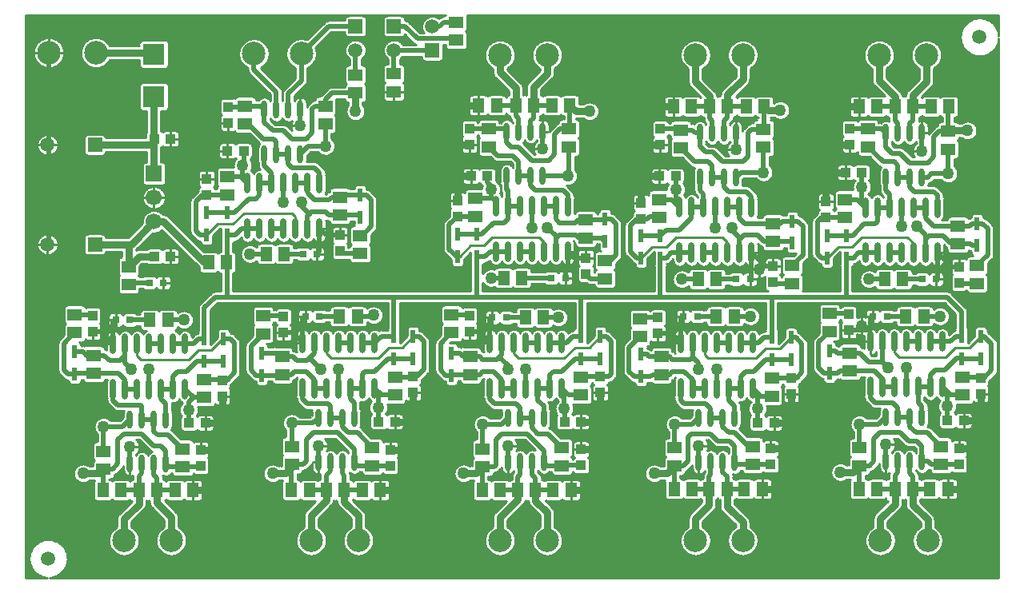
<source format=gtl>
%FSDAX24Y24*%
%MOIN*%
%SFA1B1*%

%IPPOS*%
%ADD10C,0.010000*%
%ADD11C,0.059100*%
%ADD12R,0.043300X0.039400*%
%ADD13R,0.031500X0.031500*%
%ADD14R,0.059100X0.051200*%
%ADD15R,0.090600X0.090600*%
%ADD16O,0.023600X0.086600*%
%ADD17R,0.039400X0.043300*%
%ADD18R,0.051200X0.059100*%
%ADD19R,0.021700X0.057100*%
%ADD20O,0.023600X0.074800*%
%ADD21C,0.020000*%
%ADD22C,0.030000*%
%ADD23R,0.066900X0.066900*%
%ADD24C,0.066900*%
%ADD25R,0.059100X0.059100*%
%ADD26R,0.059100X0.059100*%
%ADD27C,0.098400*%
%ADD28C,0.050000*%
%LNde-220124-1*%
%LPD*%
G54D10*
X052900Y087708D02*
D01*
X052894Y087763*
X052884Y087818*
X052870Y087873*
X052853Y087926*
X052831Y087978*
X052807Y088028*
X052779Y088076*
X052747Y088123*
X052713Y088167*
X052675Y088208*
X052635Y088247*
X052592Y088283*
X052546Y088316*
X052499Y088345*
X052449Y088371*
X052398Y088394*
X052345Y088413*
X052292Y088428*
X052237Y088440*
X052181Y088447*
X052125Y088451*
X052069Y088451*
X052014Y088447*
X051958Y088439*
X051903Y088427*
X051850Y088412*
X051797Y088392*
X051746Y088370*
X051697Y088343*
X051649Y088313*
X051604Y088280*
X051561Y088244*
X051521Y088205*
X051484Y088164*
X051449Y088119*
X051418Y088073*
X051390Y088024*
X051366Y087974*
X051345Y087922*
X051328Y087869*
X051315Y087814*
X051305Y087759*
X051299Y087703*
X051297Y087647*
X051300Y087592*
X051305Y087536*
X051315Y087481*
X051329Y087426*
X051346Y087373*
X051368Y087321*
X051392Y087271*
X051420Y087223*
X051452Y087176*
X051486Y087132*
X051524Y087091*
X051564Y087052*
X051607Y087016*
X051653Y086983*
X051700Y086954*
X051750Y086928*
X051801Y086905*
X051854Y086886*
X051907Y086871*
X051962Y086859*
X052018Y086852*
X052074Y086848*
X052130Y086848*
X052185Y086852*
X052241Y086860*
X052296Y086872*
X052349Y086887*
X052402Y086907*
X052453Y086929*
X052502Y086956*
X052550Y086986*
X052595Y087019*
X052638Y087055*
X052678Y087094*
X052715Y087135*
X052750Y087180*
X052781Y087226*
X052809Y087275*
X052833Y087325*
X052854Y087377*
X052871Y087430*
X052884Y087485*
X052894Y087540*
X052900Y087592*
X051230Y085045D02*
D01*
X051229Y085055*
X051228Y085065*
X051226Y085076*
X051224Y085086*
X051220Y085096*
X051217Y085106*
X051212Y085115*
X051207Y085124*
X051201Y085133*
X051194Y085141*
X051187Y085149*
X051180Y085156*
X051172Y085163*
X051163Y085169*
X051155Y085174*
X051145Y085179*
X051136Y085184*
X051126Y085187*
X051116Y085190*
X051106Y085192*
X051095Y085194*
X051085Y085194*
X051080Y085195*
X050184Y086332D02*
D01*
X050222Y086354*
X050260Y086379*
X050295Y086406*
X050328Y086436*
X050360Y086468*
X050389Y086503*
X050415Y086539*
X050439Y086577*
X050460Y086616*
X050478Y086657*
X050494Y086699*
X050506Y086742*
X050516Y086786*
X050522Y086831*
X050525Y086875*
X050526Y086900*
D01*
X050524Y086944*
X050519Y086989*
X050511Y087033*
X050501Y087076*
X050487Y087119*
X050470Y087161*
X050450Y087201*
X050428Y087240*
X050403Y087277*
X050375Y087312*
X050345Y087345*
X050313Y087377*
X050279Y087405*
X050243Y087432*
X050205Y087455*
X050165Y087477*
X050124Y087495*
X050082Y087510*
X050039Y087522*
X049995Y087532*
X049951Y087538*
X049906Y087541*
X049861*
X049816Y087538*
X049772Y087532*
X049728Y087522*
X049685Y087510*
X049643Y087495*
X049602Y087477*
X049563Y087455*
X049524Y087432*
X049488Y087405*
X049454Y087377*
X049422Y087345*
X049392Y087312*
X049364Y087277*
X049339Y087240*
X049317Y087201*
X049297Y087161*
X049280Y087119*
X049266Y087076*
X049256Y087033*
X049248Y086989*
X049243Y086944*
X049242Y086900*
X049243Y086855*
X049248Y086810*
X049256Y086766*
X049266Y086723*
X049280Y086680*
X049297Y086638*
X049317Y086598*
X049339Y086559*
X049364Y086522*
X049392Y086487*
X049422Y086454*
X049454Y086422*
X049488Y086394*
X049524Y086367*
X049563Y086344*
X049584Y086332*
X050096Y085572D02*
D01*
X050110Y085587*
X050123Y085603*
X050135Y085620*
X050146Y085638*
X050155Y085657*
X050163Y085676*
X050170Y085696*
X050176Y085716*
X050180Y085737*
X050182Y085757*
X050183Y085778*
X050184Y085784*
X050096Y085572D02*
D01*
X050110Y085587*
X050123Y085603*
X050135Y085620*
X050146Y085638*
X050155Y085657*
X050163Y085676*
X050170Y085696*
X050176Y085716*
X050180Y085737*
X050182Y085757*
X050183Y085778*
X050184Y085784*
X050568Y085195D02*
D01*
X050557Y085194*
X050547Y085193*
X050536Y085191*
X050526Y085189*
X050516Y085185*
X050506Y085182*
X050497Y085177*
X050488Y085172*
X050479Y085166*
X050471Y085159*
X050463Y085152*
X050456Y085145*
X050450Y085138*
D01*
X050443Y085146*
X050436Y085153*
X050428Y085160*
X050420Y085166*
X050411Y085172*
X050402Y085178*
X050392Y085182*
X050383Y085186*
X050373Y085189*
X050363Y085192*
X050352Y085194*
X050342Y085195*
X050332Y085195*
X050332Y085195*
X049820D02*
D01*
X049809Y085194*
X049799Y085193*
X049788Y085191*
X049778Y085189*
X049768Y085185*
X049758Y085182*
X049749Y085177*
X049740Y085172*
X049731Y085166*
X049723Y085159*
X049715Y085152*
X049708Y085145*
X049701Y085137*
X049700Y085135*
X049112Y085436D02*
D01*
X049097Y085420*
X049084Y085404*
X049072Y085387*
X049061Y085369*
X049052Y085350*
X049044Y085331*
X049037Y085311*
X049031Y085291*
X049027Y085270*
X049025Y085250*
X049024Y085229*
X049024Y085224*
X049112Y085436D02*
D01*
X049097Y085420*
X049084Y085404*
X049072Y085387*
X049061Y085369*
X049052Y085350*
X049044Y085331*
X049037Y085311*
X049031Y085291*
X049027Y085270*
X049025Y085250*
X049024Y085229*
X049024Y085224*
X048876Y085189D02*
D01*
X048874Y085209*
X048870Y085230*
X048866Y085251*
X048860Y085271*
X048852Y085290*
X048843Y085309*
X048833Y085328*
X048822Y085345*
X048809Y085362*
X048796Y085378*
X048788Y085386*
X048876Y085189D02*
D01*
X048874Y085209*
X048870Y085230*
X048866Y085251*
X048860Y085271*
X048852Y085290*
X048843Y085309*
X048833Y085328*
X048822Y085345*
X048809Y085362*
X048796Y085378*
X048788Y085386*
X051080Y084305D02*
D01*
X051090Y084305*
X051100Y084306*
X051111Y084308*
X051121Y084310*
X051131Y084314*
X051141Y084317*
X051150Y084322*
X051159Y084327*
X051168Y084333*
X051176Y084340*
X051184Y084347*
X051191Y084354*
X051198Y084362*
X051204Y084371*
X051209Y084380*
X051214Y084389*
X051219Y084398*
X051222Y084408*
X051225Y084418*
X051227Y084428*
X051229Y084439*
X051229Y084449*
X051230Y084455*
X052000Y083750D02*
D01*
X051999Y083777*
X051996Y083805*
X051991Y083833*
X051984Y083860*
X051975Y083886*
X051965Y083912*
X051953Y083937*
X051939Y083961*
X051923Y083985*
X051906Y084007*
X051887Y084027*
X051867Y084047*
X051846Y084065*
X051823Y084081*
X051800Y084096*
X051775Y084109*
X051749Y084120*
X051723Y084130*
X051696Y084138*
X051669Y084143*
X051641Y084147*
X051613Y084149*
X051586*
X051558Y084147*
X051530Y084143*
X051503Y084138*
X051476Y084130*
X051450Y084120*
X051424Y084109*
X051400Y084096*
X051376Y084081*
X051353Y084065*
X051335Y084050*
X051228D02*
D01*
X051222Y084059*
X051216Y084067*
X051210Y084076*
X051203Y084083*
X051196Y084091*
X051188Y084098*
X051179Y084104*
X051170Y084109*
X051161Y084114*
X051151Y084119*
X051142Y084122*
X051131Y084125*
X051121Y084127*
X051111Y084129*
X051100Y084130*
X051095Y084130*
X051335Y083450D02*
D01*
X051356Y083432*
X051379Y083416*
X051403Y083401*
X051427Y083388*
X051453Y083377*
X051479Y083368*
X051506Y083360*
X051534Y083355*
X051561Y083351*
X051589Y083349*
X051617Y083350*
X051645Y083352*
X051673Y083356*
X051700Y083362*
X051727Y083370*
X051753Y083380*
X051778Y083391*
X051803Y083405*
X051826Y083420*
X051849Y083436*
X051870Y083455*
X051890Y083474*
X051909Y083495*
X051926Y083517*
X051941Y083541*
X051955Y083565*
X051967Y083590*
X051977Y083616*
X051985Y083643*
X051992Y083670*
X051996Y083698*
X051999Y083725*
X052000Y083750*
X051188Y083350D02*
D01*
X051196Y083356*
X051203Y083363*
X051210Y083371*
X051216Y083379*
X051222Y083388*
X051228Y083397*
X051232Y083407*
X051236Y083416*
X051239Y083426*
X051242Y083436*
X051244Y083447*
X051244Y083450*
X051245Y083232D02*
D01*
X051244Y083242*
X051243Y083252*
X051241Y083263*
X051239Y083273*
X051235Y083283*
X051232Y083293*
X051227Y083302*
X051222Y083311*
X051216Y083320*
X051209Y083328*
X051202Y083336*
X051195Y083343*
X051188Y083350*
X051095Y082570D02*
D01*
X051105Y082570*
X051115Y082571*
X051126Y082573*
X051136Y082575*
X051146Y082579*
X051156Y082582*
X051165Y082587*
X051174Y082592*
X051183Y082598*
X051191Y082605*
X051199Y082612*
X051206Y082619*
X051213Y082627*
X051219Y082636*
X051224Y082645*
X051229Y082654*
X051234Y082663*
X051237Y082673*
X051240Y082683*
X051242Y082693*
X051244Y082704*
X051244Y082714*
X051245Y082720*
X050450Y084362D02*
D01*
X050456Y084353*
X050463Y084346*
X050471Y084339*
X050479Y084333*
X050488Y084327*
X050497Y084321*
X050507Y084317*
X050516Y084313*
X050526Y084310*
X050536Y084307*
X050547Y084305*
X050550Y084306*
X050332Y084305D02*
D01*
X050342Y084305*
X050352Y084306*
X050363Y084308*
X050373Y084310*
X050383Y084314*
X050393Y084317*
X050402Y084322*
X050411Y084327*
X050420Y084333*
X050428Y084340*
X050436Y084347*
X050443Y084354*
X050450Y084362*
X050505Y084130D02*
D01*
X050494Y084129*
X050484Y084128*
X050473Y084126*
X050463Y084124*
X050453Y084120*
X050443Y084117*
X050434Y084112*
X050425Y084107*
X050416Y084101*
X050408Y084094*
X050400Y084087*
X050393Y084080*
X050386Y084072*
X050380Y084063*
X050375Y084055*
X050370Y084045*
X050365Y084036*
X050362Y084026*
X050359Y084016*
X050357Y084006*
X050355Y083995*
X050355Y083985*
X050355Y083980*
Y083964D02*
D01*
X050338Y083958*
X050322Y083952*
X050306Y083944*
X050291Y083935*
X050277Y083925*
X050263Y083915*
X050250Y083903*
X050247Y083901*
X050355Y083964D02*
D01*
X050338Y083958*
X050322Y083952*
X050306Y083944*
X050291Y083935*
X050277Y083925*
X050263Y083915*
X050250Y083903*
X050247Y083901*
X049700Y084365D02*
D01*
X049706Y084356*
X049713Y084349*
X049721Y084342*
X049729Y084335*
X049738Y084329*
X049746Y084323*
X049756Y084319*
X049765Y084315*
X049775Y084311*
X049785Y084308*
X049796Y084306*
X049806Y084305*
X049817Y084305*
X049820Y084305*
X049580D02*
D01*
X049590Y084305*
X049600Y084306*
X049611Y084308*
X049621Y084310*
X049631Y084314*
X049641Y084317*
X049650Y084322*
X049659Y084327*
X049668Y084333*
X049676Y084340*
X049684Y084347*
X049691Y084354*
X049698Y084362*
X049700Y084365*
X049968Y083906D02*
D01*
X049967Y083924*
X049965Y083943*
X049962Y083961*
X049957Y083979*
X049951Y083997*
X049944Y084015*
X049936Y084031*
X049927Y084048*
X049916Y084063*
X049905Y084078*
X049892Y084092*
X049879Y084105*
X049864Y084117*
X049849Y084128*
X049834Y084138*
X049817Y084146*
X049800Y084154*
X049782Y084160*
X049764Y084166*
X049746Y084169*
X049728Y084172*
X049709Y084173*
X049690*
X049671Y084172*
X049653Y084169*
X049635Y084166*
X049617Y084160*
X049599Y084154*
X049582Y084146*
X049572Y084142*
X050023Y083677D02*
D01*
X050011Y083664*
X050000Y083650*
X049990Y083636*
X049981Y083621*
X049973Y083605*
X049968Y083593*
X050023Y083677D02*
D01*
X050011Y083664*
X050000Y083650*
X049990Y083636*
X049981Y083621*
X049973Y083605*
X049968Y083593*
X051200Y081950D02*
D01*
X051199Y081977*
X051196Y082005*
X051191Y082033*
X051184Y082060*
X051175Y082086*
X051165Y082112*
X051153Y082137*
X051139Y082161*
X051123Y082185*
X051106Y082207*
X051087Y082227*
X051067Y082247*
X051050Y082262*
X049483Y083236D02*
D01*
X049460Y083220*
X049438Y083202*
X049417Y083183*
X049398Y083163*
X049381Y083141*
X049365Y083119*
X049350Y083095*
X049337Y083070*
X049326Y083044*
X049317Y083018*
X049310Y082991*
X049304Y082964*
X049301Y082936*
X049299Y082908*
X049300Y082880*
X049302Y082853*
X049306Y082825*
X049312Y082798*
X049320Y082771*
X049330Y082745*
X049342Y082720*
X049355Y082695*
X049370Y082672*
X049387Y082650*
X049388Y082650*
X048950Y083298D02*
D01*
X048957Y083280*
X048965Y083264*
X048975Y083248*
X048986Y083232*
X048998Y083218*
X049011Y083204*
X049024Y083191*
X049039Y083180*
X049054Y083169*
X049070Y083159*
X049087Y083151*
X049104Y083144*
X049122Y083138*
X049140Y083133*
X049159Y083129*
X049177Y083127*
X049196Y083126*
X049214Y083127*
X049233Y083128*
X049252Y083131*
X049270Y083136*
X049288Y083141*
X049305Y083148*
X049322Y083156*
X049338Y083165*
X049354Y083175*
X049369Y083187*
X049383Y083199*
X049396Y083212*
X049409Y083226*
X049420Y083241*
X049430Y083257*
X049439Y083274*
X049447Y083291*
X049450Y083298*
X048977Y082977D02*
D01*
X048964Y082988*
X048950Y082999*
X048936Y083009*
X048921Y083018*
X048905Y083026*
X048889Y083033*
X048873Y083039*
X048856Y083043*
X048839Y083047*
X048821Y083049*
X048804Y083050*
X048800Y083050*
X048977Y082977D02*
D01*
X048964Y082988*
X048950Y082999*
X048936Y083009*
X048921Y083018*
X048905Y083026*
X048889Y083033*
X048873Y083039*
X048856Y083043*
X048839Y083047*
X048821Y083049*
X048804Y083050*
X048800Y083050*
X048216Y086332D02*
D01*
X048254Y086354*
X048292Y086379*
X048327Y086406*
X048360Y086436*
X048392Y086468*
X048421Y086503*
X048447Y086539*
X048471Y086577*
X048492Y086616*
X048510Y086657*
X048526Y086699*
X048538Y086742*
X048548Y086786*
X048554Y086831*
X048557Y086875*
X048558Y086900*
D01*
X048556Y086944*
X048551Y086989*
X048543Y087033*
X048533Y087076*
X048519Y087119*
X048502Y087161*
X048482Y087201*
X048460Y087240*
X048435Y087277*
X048407Y087312*
X048377Y087345*
X048345Y087377*
X048311Y087405*
X048275Y087432*
X048237Y087455*
X048197Y087477*
X048156Y087495*
X048114Y087510*
X048071Y087522*
X048027Y087532*
X047983Y087538*
X047938Y087541*
X047893*
X047848Y087538*
X047804Y087532*
X047760Y087522*
X047717Y087510*
X047675Y087495*
X047634Y087477*
X047595Y087455*
X047556Y087432*
X047520Y087405*
X047486Y087377*
X047454Y087345*
X047424Y087312*
X047396Y087277*
X047371Y087240*
X047349Y087201*
X047329Y087161*
X047312Y087119*
X047298Y087076*
X047288Y087033*
X047280Y086989*
X047275Y086944*
X047274Y086900*
X047275Y086855*
X047280Y086810*
X047288Y086766*
X047298Y086723*
X047312Y086680*
X047329Y086638*
X047349Y086598*
X047371Y086559*
X047396Y086522*
X047424Y086487*
X047454Y086454*
X047486Y086422*
X047520Y086394*
X047556Y086367*
X047595Y086344*
X047616Y086332*
Y085834D02*
D01*
X047616Y085813*
X047618Y085792*
X047622Y085771*
X047627Y085751*
X047634Y085731*
X047641Y085711*
X047651Y085693*
X047661Y085675*
X047673Y085657*
X047686Y085641*
X047700Y085625*
X047704Y085622*
X047616Y085834D02*
D01*
X047616Y085813*
X047618Y085792*
X047622Y085771*
X047627Y085751*
X047634Y085731*
X047641Y085711*
X047651Y085693*
X047661Y085675*
X047673Y085657*
X047686Y085641*
X047700Y085625*
X047704Y085622*
X048200Y084365D02*
D01*
X048206Y084356*
X048213Y084349*
X048221Y084342*
X048229Y084335*
X048238Y084329*
X048246Y084323*
X048256Y084319*
X048265Y084315*
X048275Y084311*
X048285Y084308*
X048296Y084306*
X048306Y084305*
X048317Y084305*
X048320Y084305*
X048080D02*
D01*
X048090Y084305*
X048100Y084306*
X048111Y084308*
X048121Y084310*
X048131Y084314*
X048141Y084317*
X048150Y084322*
X048159Y084327*
X048168Y084333*
X048176Y084340*
X048184Y084347*
X048191Y084354*
X048198Y084362*
X048200Y084365*
X047450Y084362D02*
D01*
X047456Y084353*
X047463Y084346*
X047471Y084339*
X047479Y084333*
X047488Y084327*
X047497Y084321*
X047507Y084317*
X047516Y084313*
X047526Y084310*
X047536Y084307*
X047547Y084305*
X047557Y084304*
X047567Y084304*
X047568Y084305*
Y085195D02*
D01*
X047557Y085194*
X047547Y085193*
X047536Y085191*
X047526Y085189*
X047516Y085185*
X047506Y085182*
X047497Y085177*
X047488Y085172*
X047479Y085166*
X047471Y085159*
X047463Y085152*
X047456Y085145*
X047450Y085138*
D01*
X047443Y085146*
X047436Y085153*
X047428Y085160*
X047420Y085166*
X047411Y085172*
X047402Y085178*
X047392Y085182*
X047383Y085186*
X047373Y085189*
X047363Y085192*
X047352Y085194*
X047342Y085195*
X047332Y085195*
X047332Y085195*
X046820D02*
D01*
X046809Y085194*
X046799Y085193*
X046788Y085191*
X046778Y085189*
X046768Y085185*
X046758Y085182*
X046749Y085177*
X046740Y085172*
X046731Y085166*
X046723Y085159*
X046715Y085152*
X046708Y085145*
X046701Y085137*
X046695Y085128*
X046690Y085120*
X046685Y085110*
X046680Y085101*
X046677Y085091*
X046674Y085081*
X046672Y085071*
X046670Y085060*
X046670Y085050*
X046670Y085045*
X047332Y084305D02*
D01*
X047342Y084305*
X047352Y084306*
X047363Y084308*
X047373Y084310*
X047383Y084314*
X047393Y084317*
X047402Y084322*
X047411Y084327*
X047420Y084333*
X047428Y084340*
X047436Y084347*
X047443Y084354*
X047450Y084362*
X046670Y084455D02*
D01*
X046670Y084444*
X046671Y084434*
X046673Y084423*
X046675Y084413*
X046679Y084403*
X046682Y084393*
X046687Y084384*
X046692Y084375*
X046698Y084366*
X046705Y084358*
X046712Y084350*
X046719Y084343*
X046727Y084336*
X046736Y084330*
X046745Y084325*
X046754Y084320*
X046763Y084315*
X046773Y084312*
X046783Y084309*
X046793Y084307*
X046804Y084305*
X046814Y084305*
X046820Y084305*
X043530Y085045D02*
D01*
X043529Y085055*
X043528Y085065*
X043526Y085076*
X043524Y085086*
X043520Y085096*
X043517Y085106*
X043512Y085115*
X043507Y085124*
X043501Y085133*
X043494Y085141*
X043487Y085149*
X043480Y085156*
X043472Y085163*
X043463Y085169*
X043455Y085174*
X043445Y085179*
X043436Y085184*
X043426Y085187*
X043416Y085190*
X043406Y085192*
X043395Y085194*
X043385Y085194*
X043380Y085195*
X044200Y084600D02*
D01*
X044199Y084627*
X044196Y084655*
X044191Y084683*
X044184Y084710*
X044175Y084736*
X044165Y084762*
X044153Y084787*
X044139Y084811*
X044123Y084835*
X044106Y084857*
X044087Y084877*
X044067Y084897*
X044046Y084915*
X044023Y084931*
X044000Y084946*
X043975Y084959*
X043949Y084970*
X043923Y084980*
X043896Y084988*
X043869Y084993*
X043841Y084997*
X043813Y084999*
X043786*
X043758Y084997*
X043730Y084993*
X043703Y084988*
X043676Y084980*
X043650Y084970*
X043624Y084959*
X043600Y084946*
X043576Y084931*
X043553Y084915*
X043535Y084900*
X047155Y084230D02*
D01*
X047144Y084229*
X047134Y084228*
X047123Y084226*
X047113Y084224*
X047103Y084220*
X047093Y084217*
X047084Y084212*
X047075Y084207*
X047066Y084201*
X047058Y084194*
X047050Y084187*
X047043Y084180*
X047036Y084172*
X047030Y084163*
X047025Y084155*
X047020Y084145*
X047017Y084140*
X048450Y083298D02*
D01*
X048457Y083280*
X048465Y083264*
X048475Y083248*
X048486Y083232*
X048498Y083218*
X048511Y083204*
X048524Y083191*
X048539Y083180*
X048554Y083169*
X048570Y083159*
X048587Y083151*
X048604Y083144*
X048622Y083138*
X048640Y083133*
X048659Y083129*
X048677Y083127*
X048696Y083126*
X048714Y083127*
X048733Y083128*
X048752Y083131*
X048770Y083136*
X048788Y083141*
X048805Y083148*
X048822Y083156*
X048838Y083165*
X048854Y083175*
X048869Y083187*
X048883Y083199*
X048896Y083212*
X048909Y083226*
X048920Y083241*
X048930Y083257*
X048939Y083274*
X048947Y083291*
X048950Y083298*
X048328Y084142D02*
D01*
X048311Y084150*
X048293Y084157*
X048276Y084163*
X048257Y084168*
X048239Y084171*
X048220Y084173*
X048202Y084174*
X048183Y084173*
X048164Y084172*
X048146Y084169*
X048128Y084164*
X048110Y084159*
X048092Y084152*
X048075Y084144*
X048059Y084134*
X048043Y084124*
X048029Y084113*
X048015Y084100*
X048001Y084087*
X047991Y084074*
X047895Y084080D02*
D01*
X047894Y084090*
X047893Y084100*
X047891Y084111*
X047889Y084121*
X047885Y084131*
X047882Y084141*
X047877Y084150*
X047872Y084159*
X047866Y084168*
X047859Y084176*
X047852Y084184*
X047845Y084191*
X047837Y084198*
X047828Y084204*
X047820Y084209*
X047810Y084214*
X047801Y084219*
X047791Y084222*
X047781Y084225*
X047771Y084227*
X047760Y084229*
X047750Y084229*
X047745Y084230*
X047005Y082820D02*
D01*
X047005Y082809*
X047006Y082799*
X047008Y082788*
X047010Y082778*
X047014Y082768*
X047017Y082758*
X047022Y082749*
X047027Y082740*
X047033Y082731*
X047040Y082723*
X047047Y082715*
X047054Y082708*
X047062Y082701*
X047071Y082695*
X047080Y082690*
X047089Y082685*
X047098Y082680*
X047108Y082677*
X047118Y082674*
X047128Y082672*
X047139Y082670*
X047149Y082670*
X047155Y082670*
X047017Y084140D02*
D01*
X047010Y084148*
X047003Y084155*
X046995Y084163*
X046987Y084169*
X046979Y084176*
X046970Y084181*
X046961Y084186*
X046951Y084190*
X046941Y084194*
X046931Y084196*
X046921Y084199*
X046910Y084200*
X046900Y084201*
X046897Y084201*
X046503D02*
D01*
X046492Y084200*
X046482Y084199*
X046471Y084197*
X046461Y084195*
X046451Y084191*
X046441Y084188*
X046432Y084183*
X046423Y084178*
X046414Y084172*
X046406Y084165*
X046398Y084158*
X046391Y084151*
X046384Y084143*
X046378Y084134*
X046373Y084126*
X046368Y084116*
X046363Y084107*
X046360Y084097*
X046357Y084087*
X046355Y084077*
X046353Y084066*
X046353Y084056*
X046353Y084051*
X046411Y083500D02*
D01*
X046402Y083493*
X046395Y083486*
X046388Y083478*
X046382Y083470*
X046376Y083461*
X046370Y083452*
X046366Y083442*
X046362Y083433*
X046359Y083423*
X046356Y083413*
X046354Y083402*
X046353Y083392*
X046353Y083382*
X046353Y083382*
X046897Y082799D02*
D01*
X046907Y082799*
X046917Y082800*
X046928Y082802*
X046938Y082804*
X046948Y082808*
X046958Y082811*
X046967Y082816*
X046976Y082821*
X046985Y082827*
X046993Y082834*
X047001Y082841*
X047005Y082845*
X046353Y082949D02*
D01*
X046353Y082938*
X046354Y082928*
X046356Y082917*
X046358Y082907*
X046362Y082897*
X046365Y082887*
X046370Y082878*
X046375Y082869*
X046381Y082860*
X046388Y082852*
X046395Y082844*
X046402Y082837*
X046410Y082830*
X046419Y082824*
X046428Y082819*
X046437Y082814*
X046446Y082809*
X046456Y082806*
X046466Y082803*
X046476Y082801*
X046487Y082799*
X046497Y082799*
X046503Y082799*
X047899Y082273D02*
D01*
X047911Y082261*
X047925Y082250*
X047939Y082240*
X047954Y082231*
X047970Y082223*
X047986Y082217*
X047899Y082273D02*
D01*
X047911Y082261*
X047925Y082250*
X047939Y082240*
X047954Y082231*
X047970Y082223*
X047986Y082217*
D01*
X047975Y082201*
X047965Y082185*
X047957Y082168*
X047949Y082151*
X047943Y082134*
X047939Y082116*
X047935Y082097*
X047933Y082079*
X047932Y082060*
X047932Y082056*
X047551Y082197D02*
D01*
X047550Y082207*
X047549Y082217*
X047547Y082228*
X047545Y082238*
X047541Y082248*
X047538Y082258*
X047533Y082267*
X047528Y082276*
X047522Y082285*
X047515Y082293*
X047508Y082301*
X047501Y082308*
X047493Y082315*
X047484Y082321*
X047476Y082326*
X047466Y082331*
X047457Y082336*
X047447Y082339*
X047437Y082342*
X047427Y082344*
X047416Y082346*
X047406Y082346*
X047401Y082347*
X046968D02*
D01*
X046957Y082346*
X046947Y082345*
X046936Y082343*
X046926Y082341*
X046916Y082337*
X046906Y082334*
X046897Y082329*
X046888Y082324*
X046879Y082318*
X046871Y082311*
X046863Y082304*
X046856Y082297*
X046849Y082289*
X046850Y082289*
D01*
X046843Y082297*
X046836Y082304*
X046828Y082311*
X046820Y082317*
X046811Y082323*
X046802Y082329*
X046792Y082333*
X046783Y082337*
X046773Y082340*
X046763Y082343*
X046752Y082345*
X046742Y082346*
X046732Y082346*
X046732Y082347*
X043535Y084300D02*
D01*
X043556Y084282*
X043579Y084266*
X043603Y084251*
X043627Y084238*
X043653Y084227*
X043679Y084218*
X043706Y084210*
X043734Y084205*
X043761Y084201*
X043789Y084199*
X043817Y084200*
X043845Y084202*
X043873Y084206*
X043900Y084212*
X043927Y084220*
X043953Y084230*
X043978Y084241*
X044003Y084255*
X044026Y084270*
X044049Y084286*
X044070Y084305*
X044090Y084324*
X044109Y084345*
X044126Y084367*
X044141Y084391*
X044155Y084415*
X044167Y084440*
X044177Y084466*
X044185Y084493*
X044192Y084520*
X044196Y084548*
X044199Y084575*
X044200Y084600*
X046353Y083618D02*
D01*
X046353Y083607*
X046354Y083597*
X046356Y083586*
X046358Y083576*
X046362Y083566*
X046365Y083556*
X046370Y083547*
X046375Y083538*
X046381Y083529*
X046388Y083521*
X046395Y083513*
X046402Y083506*
X046410Y083499*
X046411Y083500*
X046299Y082347D02*
D01*
X046288Y082346*
X046278Y082345*
X046267Y082343*
X046257Y082341*
X046247Y082337*
X046237Y082334*
X046228Y082329*
X046219Y082324*
X046210Y082318*
X046202Y082311*
X046194Y082304*
X046187Y082297*
X046180Y082289*
X046174Y082280*
X046169Y082272*
X046164Y082262*
X046159Y082253*
X046156Y082243*
X046153Y082233*
X046151Y082223*
X046149Y082212*
X046149Y082202*
X046149Y082197*
X043545Y084056D02*
D01*
X043544Y084066*
X043543Y084076*
X043541Y084087*
X043539Y084097*
X043535Y084107*
X043532Y084117*
X043527Y084126*
X043522Y084135*
X043516Y084144*
X043509Y084152*
X043502Y084160*
X043495Y084167*
X043487Y084174*
X043478Y084180*
X043470Y084185*
X043460Y084190*
X043451Y084195*
X043441Y084198*
X043431Y084201*
X043421Y084203*
X043410Y084205*
X043400Y084205*
X043395Y084206*
X043545Y083308D02*
D01*
X043544Y083318*
X043543Y083328*
X043541Y083339*
X043539Y083349*
X043535Y083359*
X043532Y083369*
X043527Y083378*
X043522Y083387*
X043516Y083396*
X043509Y083404*
X043502Y083412*
X043495Y083419*
X043488Y083426*
D01*
X043496Y083432*
X043503Y083439*
X043510Y083447*
X043516Y083455*
X043522Y083464*
X043528Y083473*
X043532Y083483*
X043536Y083492*
X043539Y083502*
X043542Y083512*
X043544Y083523*
X043545Y083533*
X043545Y083543*
X043545Y083544*
X043395Y082646D02*
D01*
X043405Y082646*
X043415Y082647*
X043426Y082649*
X043436Y082651*
X043446Y082655*
X043456Y082658*
X043465Y082663*
X043474Y082668*
X043483Y082674*
X043491Y082681*
X043499Y082688*
X043506Y082695*
X043513Y082703*
X043519Y082712*
X043524Y082721*
X043529Y082730*
X043534Y082739*
X043537Y082749*
X043540Y082759*
X043542Y082769*
X043544Y082780*
X043544Y082790*
X043545Y082796*
X043500Y082000D02*
D01*
X043499Y082027*
X043496Y082055*
X043491Y082083*
X043484Y082110*
X043475Y082136*
X043465Y082162*
X043453Y082187*
X043439Y082211*
X043423Y082235*
X043406Y082257*
X043387Y082277*
X043367Y082297*
X043350Y082312*
X052402Y080052D02*
D01*
X052389Y080063*
X052375Y080074*
X052361Y080084*
X052346Y080093*
X052330Y080101*
X052314Y080108*
X052298Y080114*
X052281Y080118*
X052264Y080122*
X052258Y080123*
X052402Y080052D02*
D01*
X052389Y080063*
X052375Y080074*
X052361Y080084*
X052346Y080093*
X052330Y080101*
X052314Y080108*
X052298Y080114*
X052281Y080118*
X052264Y080122*
X052258Y080123*
Y080161D02*
D01*
X052257Y080171*
X052256Y080181*
X052254Y080192*
X052252Y080202*
X052248Y080212*
X052245Y080222*
X052240Y080231*
X052235Y080240*
X052229Y080249*
X052222Y080257*
X052215Y080265*
X052208Y080272*
X052200Y080279*
X052191Y080285*
X052183Y080290*
X052173Y080295*
X052164Y080300*
X052154Y080303*
X052144Y080306*
X052134Y080308*
X052123Y080310*
X052113Y080310*
X052108Y080311*
X051892D02*
D01*
X051881Y080310*
X051871Y080309*
X051860Y080307*
X051850Y080305*
X051840Y080301*
X051830Y080298*
X051821Y080293*
X051812Y080288*
X051803Y080282*
X051795Y080275*
X051787Y080268*
X051780Y080261*
X051773Y080253*
X051767Y080244*
X051762Y080236*
X051757Y080226*
X051752Y080217*
X051749Y080207*
X051746Y080197*
X051744Y080187*
X051742Y080176*
X051742Y080166*
X051742Y080161*
Y080123D02*
D01*
X051724Y080120*
X051707Y080115*
X051691Y080110*
X051674Y080104*
X051659Y080096*
X051643Y080088*
X051636Y080083*
X051742Y080123D02*
D01*
X051724Y080120*
X051707Y080115*
X051691Y080110*
X051674Y080104*
X051659Y080096*
X051643Y080088*
X051636Y080083*
X052700Y079650D02*
D01*
X052699Y079667*
X052697Y079684*
X052694Y079701*
X052690Y079718*
X052684Y079735*
X052678Y079751*
X052670Y079767*
X052662Y079782*
X052652Y079796*
X052641Y079810*
X052629Y079823*
X052627Y079827*
X052700Y079650D02*
D01*
X052699Y079667*
X052697Y079684*
X052694Y079701*
X052690Y079718*
X052684Y079735*
X052678Y079751*
X052670Y079767*
X052662Y079782*
X052652Y079796*
X052641Y079810*
X052629Y079823*
X052627Y079827*
X051644Y078754D02*
D01*
X051658Y078743*
X051672Y078734*
X051688Y078725*
X051704Y078718*
X051720Y078712*
X051737Y078707*
X051742Y078707*
Y078665D02*
D01*
X051742Y078654*
X051743Y078644*
X051745Y078633*
X051747Y078623*
X051751Y078613*
X051754Y078603*
X051759Y078594*
X051764Y078585*
X051770Y078576*
X051777Y078568*
X051784Y078560*
X051791Y078553*
X051799Y078546*
X051808Y078540*
X051817Y078535*
X051826Y078530*
X052627Y078397D02*
D01*
X052638Y078409*
X052649Y078423*
X052659Y078437*
X052668Y078452*
X052676Y078468*
X052683Y078484*
X052689Y078500*
X052693Y078517*
X052697Y078534*
X052699Y078552*
X052700Y078569*
X052700Y078574*
X052627Y078397D02*
D01*
X052638Y078409*
X052649Y078423*
X052659Y078437*
X052668Y078452*
X052676Y078468*
X052683Y078484*
X052689Y078500*
X052693Y078517*
X052697Y078534*
X052699Y078552*
X052700Y078569*
X052700Y078574*
X050488Y081700D02*
D01*
X050506Y081678*
X050525Y081659*
X050546Y081640*
X050568Y081623*
X050592Y081608*
X050616Y081594*
X050641Y081582*
X050667Y081572*
X050694Y081564*
X050721Y081557*
X050749Y081553*
X050777Y081550*
X050804Y081550*
X050832Y081551*
X050860Y081554*
X050887Y081559*
X050914Y081567*
X050941Y081576*
X050967Y081586*
X050992Y081599*
X051016Y081613*
X051038Y081629*
X051060Y081646*
X051081Y081665*
X051100Y081686*
X051118Y081707*
X051134Y081730*
X051148Y081754*
X051161Y081779*
X051172Y081804*
X051181Y081831*
X051189Y081858*
X051194Y081885*
X051198Y081913*
X051199Y081940*
X051200Y081950*
X050600Y081050D02*
D01*
X050599Y081067*
X050597Y081084*
X050594Y081101*
X050590Y081118*
X050584Y081135*
X050578Y081151*
X050570Y081167*
X050562Y081182*
X050552Y081196*
X050541Y081210*
X050529Y081223*
X050527Y081227*
X050600Y081050D02*
D01*
X050599Y081067*
X050597Y081084*
X050594Y081101*
X050590Y081118*
X050584Y081135*
X050578Y081151*
X050570Y081167*
X050562Y081182*
X050552Y081196*
X050541Y081210*
X050529Y081223*
X050527Y081227*
X051636Y080083D02*
D01*
X051631Y080092*
X051627Y080101*
X051621Y080110*
X051615Y080119*
X051609Y080127*
X051602Y080135*
X051594Y080142*
X051586Y080149*
X051578Y080155*
X051569Y080160*
X051559Y080165*
X051550Y080169*
X051540Y080172*
X051530Y080175*
X051520Y080177*
X051509Y080179*
X051499Y080179*
X051495Y080180*
X050905D02*
D01*
X050894Y080179*
X050884Y080178*
X050873Y080176*
X050863Y080174*
X050853Y080170*
X050843Y080167*
X050834Y080162*
X050825Y080157*
X050816Y080151*
X050808Y080144*
X050800Y080137*
X050793Y080130*
X050786Y080122*
X050780Y080113*
X050775Y080105*
X050770Y080095*
X050765Y080086*
X050762Y080076*
X050759Y080066*
X050757Y080056*
X050755Y080045*
X050755Y080035*
X050755Y080030*
X050528Y080024D02*
D01*
X050541Y080036*
X050554Y080050*
X050565Y080065*
X050576Y080080*
X050586Y080097*
X050594Y080113*
X050601Y080131*
X050607Y080148*
X050612Y080167*
X050615Y080185*
X050617Y080204*
X050618Y080222*
X050618Y080225*
X049968Y081551D02*
D01*
X049985Y081552*
X050002Y081555*
X050019Y081560*
X050035Y081565*
X050052Y081572*
X050067Y081579*
X050082Y081588*
X050097Y081598*
X050110Y081609*
X050123Y081620*
X050127Y081623*
X049968Y081551D02*
D01*
X049985Y081552*
X050002Y081555*
X050019Y081560*
X050035Y081565*
X050052Y081572*
X050067Y081579*
X050082Y081588*
X050097Y081598*
X050110Y081609*
X050123Y081620*
X050127Y081623*
X050377Y081377D02*
D01*
X050364Y081388*
X050350Y081399*
X050336Y081409*
X050321Y081418*
X050305Y081426*
X050289Y081433*
X050273Y081439*
X050256Y081443*
X050239Y081447*
X050221Y081449*
X050204Y081450*
X050200Y081450*
X050377Y081377D02*
D01*
X050364Y081388*
X050350Y081399*
X050336Y081409*
X050321Y081418*
X050305Y081426*
X050289Y081433*
X050273Y081439*
X050256Y081443*
X050239Y081447*
X050221Y081449*
X050204Y081450*
X050200Y081450*
X051644Y078754D02*
D01*
X051658Y078743*
X051672Y078734*
X051688Y078725*
X051704Y078718*
X051720Y078712*
X051737Y078707*
X051742Y078707*
X051495Y078620D02*
D01*
X051505Y078620*
X051515Y078621*
X051526Y078623*
X051536Y078625*
X051546Y078629*
X051556Y078632*
X051565Y078637*
X051574Y078642*
X051583Y078648*
X051591Y078655*
X051599Y078662*
X051606Y078669*
X051613Y078677*
X051619Y078686*
X051624Y078695*
X051629Y078704*
X051634Y078713*
X051637Y078723*
X051640Y078733*
X051642Y078743*
X051644Y078754*
X051705Y078530D02*
D01*
X051694Y078529*
X051684Y078528*
X051673Y078526*
X051663Y078524*
X051653Y078520*
X051643Y078517*
X051634Y078512*
X051625Y078507*
X051616Y078501*
X051608Y078494*
X051600Y078487*
X051593Y078480*
X051586Y078472*
X051580Y078463*
X051575Y078455*
X051570Y078445*
X051565Y078436*
X051562Y078426*
X051559Y078416*
X051557Y078406*
X051555Y078395*
X051555Y078390*
D01*
X051547Y078397*
X051539Y078404*
X051531Y078410*
X051522Y078415*
X051512Y078420*
X051503Y078424*
X051493Y078428*
X051483Y078431*
X051473Y078433*
X051462Y078435*
X051452Y078435*
X051447Y078436*
X050755Y078770D02*
D01*
X050755Y078759*
X050756Y078749*
X050758Y078738*
X050760Y078728*
X050764Y078718*
X050767Y078708*
X050772Y078699*
X050777Y078690*
X050783Y078681*
X050790Y078673*
X050797Y078665*
X050804Y078658*
X050812Y078651*
X050821Y078645*
X050830Y078640*
X050839Y078635*
X050848Y078630*
X050858Y078627*
X050868Y078624*
X050878Y078622*
X050889Y078620*
X050899Y078620*
X050905Y078620*
X051053Y078436D02*
D01*
X051042Y078435*
X051032Y078434*
X051021Y078432*
X051011Y078430*
X051001Y078426*
X050991Y078423*
X050982Y078418*
X050973Y078413*
X050964Y078407*
X050956Y078400*
X050948Y078393*
X050941Y078386*
X050934Y078378*
X050928Y078369*
X050923Y078361*
X050918Y078351*
X050913Y078342*
X050910Y078332*
X050907Y078322*
X050905Y078312*
X050903Y078301*
X050903Y078291*
X050903Y078286*
X052445Y077632D02*
D01*
X052444Y077642*
X052443Y077652*
X052441Y077663*
X052439Y077673*
X052435Y077683*
X052432Y077693*
X052427Y077702*
X052422Y077711*
X052416Y077720*
X052409Y077728*
X052402Y077736*
X052395Y077743*
X052388Y077750*
D01*
X052396Y077756*
X052403Y077763*
X052410Y077771*
X052416Y077779*
X052422Y077788*
X052428Y077797*
X052432Y077807*
X052436Y077816*
X052439Y077826*
X052442Y077836*
X052444Y077847*
X052445Y077857*
X052445Y077867*
X052445Y077868*
X050961Y077735D02*
D01*
X050952Y077728*
X050945Y077721*
X050938Y077713*
X050932Y077705*
X050926Y077696*
X050920Y077687*
X050916Y077677*
X050912Y077668*
X050909Y077658*
X050906Y077648*
X050904Y077637*
X050903Y077627*
X050903Y077617*
X050903Y077617*
Y077853D02*
D01*
X050903Y077842*
X050904Y077832*
X050906Y077821*
X050908Y077811*
X050912Y077801*
X050915Y077791*
X050920Y077782*
X050925Y077773*
X050931Y077764*
X050938Y077756*
X050945Y077748*
X050952Y077741*
X050960Y077734*
X050961Y077735*
X050100Y078238D02*
D01*
X050107Y078220*
X050115Y078204*
X050125Y078188*
X050136Y078172*
X050148Y078158*
X050161Y078144*
X050174Y078131*
X050189Y078120*
X050204Y078109*
X050220Y078099*
X050237Y078091*
X050254Y078084*
X050272Y078078*
X050290Y078073*
X050309Y078069*
X050327Y078067*
X050346Y078066*
X050364Y078067*
X050383Y078068*
X050402Y078071*
X050420Y078076*
X050438Y078081*
X050455Y078088*
X050472Y078096*
X050488Y078105*
X050504Y078115*
X050519Y078127*
X050533Y078139*
X050546Y078152*
X050559Y078166*
X050570Y078181*
X050580Y078197*
X050589Y078214*
X050597Y078231*
X050603Y078248*
X050609Y078266*
X050613Y078284*
X050616Y078303*
X050617Y078321*
X050618Y078335*
X050603Y077707D02*
D01*
X050602Y077717*
X050601Y077727*
X050599Y077738*
X050597Y077748*
X050593Y077758*
X050590Y077768*
X050585Y077777*
X050580Y077786*
X050574Y077795*
X050567Y077803*
X050560Y077811*
X050553Y077818*
X050545Y077825*
X050536Y077831*
X050528Y077836*
X050518Y077841*
X050509Y077846*
X050499Y077849*
X050489Y077852*
X050479Y077854*
X050468Y077856*
X050458Y077856*
X050453Y077857*
X052295Y076970D02*
D01*
X052305Y076970*
X052315Y076971*
X052326Y076973*
X052336Y076975*
X052346Y076979*
X052356Y076982*
X052365Y076987*
X052374Y076992*
X052383Y076998*
X052391Y077005*
X052399Y077012*
X052406Y077019*
X052413Y077027*
X052419Y077036*
X052424Y077045*
X052429Y077054*
X052434Y077063*
X052437Y077073*
X052440Y077083*
X052442Y077093*
X052444Y077104*
X052444Y077114*
X052445Y077120*
X051447Y077033D02*
D01*
X051457Y077033*
X051467Y077034*
X051478Y077036*
X051488Y077038*
X051498Y077042*
X051508Y077045*
X051517Y077050*
X051526Y077055*
X051535Y077061*
X051543Y077068*
X051551Y077075*
X051558Y077082*
X051559Y077084*
D01*
X051561Y077073*
X051565Y077064*
X051569Y077054*
X051574Y077045*
X051580Y077036*
X051586Y077027*
X051592Y077019*
X051600Y077012*
X051608Y077005*
X051616Y076998*
X051624Y076992*
X051634Y076987*
X051643Y076982*
X051653Y076978*
X051663Y076975*
X051673Y076972*
X051683Y076971*
X051694Y076970*
X051704Y076969*
X051705Y076970*
X050903Y077183D02*
D01*
X050903Y077172*
X050904Y077162*
X050906Y077151*
X050908Y077141*
X050912Y077131*
X050915Y077121*
X050920Y077112*
X050925Y077103*
X050931Y077094*
X050938Y077086*
X050945Y077078*
X050952Y077071*
X050960Y077064*
X050969Y077058*
X050978Y077053*
X050987Y077048*
X050996Y077043*
X051006Y077040*
X051016Y077037*
X051026Y077035*
X051037Y077033*
X051047Y077033*
X051053Y077033*
X050453Y077243D02*
D01*
X050463Y077243*
X050473Y077244*
X050484Y077246*
X050494Y077248*
X050504Y077252*
X050514Y077255*
X050523Y077260*
X050532Y077265*
X050541Y077271*
X050549Y077278*
X050557Y077285*
X050564Y077292*
X050571Y077300*
X050577Y077309*
X050582Y077318*
X050587Y077327*
X050592Y077336*
X050595Y077346*
X050598Y077356*
X050600Y077366*
X050602Y077377*
X050602Y077387*
X050603Y077393*
X050927Y076977D02*
D01*
X050914Y076988*
X050900Y076999*
X050886Y077009*
X050871Y077018*
X050855Y077026*
X050839Y077033*
X050823Y077039*
X050806Y077043*
X050789Y077047*
X050771Y077049*
X050754Y077050*
X050750Y077050*
X050927Y076977D02*
D01*
X050914Y076988*
X050900Y076999*
X050886Y077009*
X050871Y077018*
X050855Y077026*
X050839Y077033*
X050823Y077039*
X050806Y077043*
X050789Y077047*
X050771Y077049*
X050754Y077050*
X050750Y077050*
X049600Y078238D02*
D01*
X049607Y078220*
X049615Y078204*
X049625Y078188*
X049636Y078172*
X049648Y078158*
X049661Y078144*
X049674Y078131*
X049689Y078120*
X049704Y078109*
X049720Y078099*
X049737Y078091*
X049754Y078084*
X049772Y078078*
X049790Y078073*
X049809Y078069*
X049827Y078067*
X049846Y078066*
X049864Y078067*
X049883Y078068*
X049902Y078071*
X049920Y078076*
X049938Y078081*
X049955Y078088*
X049972Y078096*
X049988Y078105*
X050004Y078115*
X050019Y078127*
X050033Y078139*
X050046Y078152*
X050059Y078166*
X050070Y078181*
X050080Y078197*
X050089Y078214*
X050097Y078231*
X050100Y078238*
X050000Y077767D02*
D01*
X049995Y077776*
X049990Y077785*
X049984Y077794*
X049978Y077802*
X049971Y077810*
X049964Y077818*
X049956Y077824*
X049947Y077831*
X049938Y077836*
X049929Y077841*
X049920Y077846*
X049910Y077850*
X049900Y077853*
X049890Y077855*
X049879Y077857*
X049869Y077857*
X049862Y077857*
X049100Y078238D02*
D01*
X049107Y078220*
X049115Y078204*
X049125Y078188*
X049136Y078172*
X049148Y078158*
X049161Y078144*
X049174Y078131*
X049189Y078120*
X049204Y078109*
X049220Y078099*
X049237Y078091*
X049254Y078084*
X049272Y078078*
X049290Y078073*
X049309Y078069*
X049327Y078067*
X049346Y078066*
X049364Y078067*
X049383Y078068*
X049402Y078071*
X049420Y078076*
X049438Y078081*
X049455Y078088*
X049472Y078096*
X049488Y078105*
X049504Y078115*
X049519Y078127*
X049533Y078139*
X049546Y078152*
X049559Y078166*
X049570Y078181*
X049580Y078197*
X049589Y078214*
X049597Y078231*
X049600Y078238*
X048600D02*
D01*
X048607Y078220*
X048615Y078204*
X048625Y078188*
X048636Y078172*
X048648Y078158*
X048661Y078144*
X048674Y078131*
X048689Y078120*
X048704Y078109*
X048720Y078099*
X048737Y078091*
X048754Y078084*
X048772Y078078*
X048790Y078073*
X048809Y078069*
X048827Y078067*
X048846Y078066*
X048864Y078067*
X048883Y078068*
X048902Y078071*
X048920Y078076*
X048938Y078081*
X048955Y078088*
X048972Y078096*
X048988Y078105*
X049004Y078115*
X049019Y078127*
X049033Y078139*
X049046Y078152*
X049059Y078166*
X049070Y078181*
X049080Y078197*
X049089Y078214*
X049097Y078231*
X049100Y078238*
X049547Y077857D02*
D01*
X049536Y077856*
X049526Y077855*
X049515Y077853*
X049505Y077851*
X049495Y077847*
X049485Y077844*
X049476Y077839*
X049467Y077834*
X049458Y077828*
X049450Y077821*
X049442Y077814*
X049435Y077807*
X049429Y077800*
X049304Y077845D02*
D01*
X049303Y077855*
X049302Y077865*
X049300Y077876*
X049298Y077886*
X049294Y077896*
X049291Y077906*
X049286Y077915*
X049281Y077924*
X049275Y077933*
X049268Y077941*
X049261Y077949*
X049254Y077956*
X049246Y077963*
X049237Y077969*
X049229Y077974*
X049219Y077979*
X049210Y077984*
X049200Y077987*
X049190Y077990*
X049180Y077992*
X049169Y077994*
X049159Y077994*
X049154Y077995*
X048642D02*
D01*
X048631Y077994*
X048621Y077993*
X048610Y077991*
X048600Y077989*
X048590Y077985*
X048580Y077982*
X048571Y077977*
X048562Y077972*
X048553Y077966*
X048545Y077959*
X048537Y077952*
X048530Y077945*
X048524Y077938*
X050138Y077857D02*
D01*
X050127Y077856*
X050117Y077855*
X050106Y077853*
X050096Y077851*
X050086Y077847*
X050076Y077844*
X050067Y077839*
X050058Y077834*
X050049Y077828*
X050041Y077821*
X050033Y077814*
X050026Y077807*
X050019Y077799*
X050013Y077790*
X050008Y077782*
X050003Y077772*
X050000Y077767*
Y077333D02*
D01*
X050004Y077323*
X050009Y077314*
X050015Y077305*
X050021Y077297*
X050028Y077289*
X050035Y077281*
X050043Y077275*
X050052Y077268*
X050061Y077263*
X050070Y077258*
X050079Y077253*
X050089Y077249*
X050099Y077246*
X050109Y077244*
X050120Y077242*
X050130Y077242*
X050138Y077243*
X049862D02*
D01*
X049872Y077243*
X049882Y077244*
X049893Y077246*
X049903Y077248*
X049913Y077252*
X049923Y077255*
X049932Y077260*
X049941Y077265*
X049950Y077271*
X049958Y077278*
X049966Y077285*
X049973Y077292*
X049980Y077300*
X049986Y077309*
X049991Y077318*
X049996Y077327*
X050000Y077333*
X049429Y077300D02*
D01*
X049435Y077291*
X049443Y077284*
X049450Y077277*
X049459Y077271*
X049467Y077265*
X049477Y077260*
X049486Y077255*
X049496Y077251*
X049506Y077248*
X049516Y077245*
X049526Y077244*
X049537Y077243*
X049547Y077243*
X049154Y077105D02*
D01*
X049164Y077105*
X049174Y077106*
X049185Y077108*
X049195Y077110*
X049205Y077114*
X049215Y077117*
X049224Y077122*
X049233Y077127*
X049242Y077133*
X049250Y077140*
X049258Y077147*
X049265Y077154*
X049272Y077162*
X049278Y077171*
X049283Y077180*
X049288Y077189*
X049293Y077198*
X049296Y077208*
X049299Y077218*
X049301Y077228*
X049303Y077239*
X049303Y077249*
X049304Y077255*
X048524Y077162D02*
D01*
X048530Y077153*
X048537Y077146*
X048545Y077139*
X048553Y077133*
X048562Y077127*
X048571Y077121*
X048581Y077117*
X048590Y077113*
X048600Y077110*
X048610Y077107*
X048621Y077105*
X048631Y077104*
X048641Y077104*
X048642Y077105*
X047486Y081680D02*
D01*
X047494Y081686*
X047502Y081693*
X047509Y081700*
X047516Y081708*
X047523Y081716*
X047529Y081725*
X047534Y081734*
X047538Y081743*
X047542Y081753*
X047545Y081763*
X047548Y081773*
X047550Y081784*
X047551Y081794*
X047551Y081803*
X047600Y081400D02*
D01*
X047599Y081427*
X047596Y081455*
X047591Y081483*
X047584Y081510*
X047575Y081536*
X047565Y081562*
X047553Y081587*
X047539Y081611*
X047523Y081635*
X047506Y081657*
X047487Y081677*
X047486Y081680*
X046903Y081668D02*
D01*
X046885Y081646*
X046868Y081624*
X046853Y081600*
X046840Y081575*
X046829Y081550*
X046819Y081524*
X046811Y081497*
X046806Y081469*
X046802Y081442*
X046800Y081414*
X046800Y081386*
X046802Y081358*
X046805Y081330*
X046811Y081303*
X046819Y081278*
X046732Y081653D02*
D01*
X046742Y081653*
X046752Y081654*
X046763Y081656*
X046773Y081658*
X046783Y081662*
X046793Y081665*
X046802Y081670*
X046811Y081675*
X046820Y081681*
X046828Y081688*
X046836Y081695*
X046843Y081702*
X046850Y081710*
X046850Y081711*
X046149Y081803D02*
D01*
X046149Y081792*
X046150Y081782*
X046152Y081771*
X046154Y081761*
X046158Y081751*
X046161Y081741*
X046166Y081732*
X046171Y081723*
X046177Y081714*
X046184Y081706*
X046191Y081698*
X046198Y081691*
X046206Y081684*
X046215Y081678*
X046224Y081673*
X046233Y081668*
X046242Y081663*
X046252Y081660*
X046262Y081657*
X046272Y081655*
X046283Y081653*
X046293Y081653*
X046299Y081653*
X047950Y081250D02*
D01*
X047950Y081232*
X047952Y081215*
X047955Y081198*
X047959Y081181*
X047965Y081164*
X047971Y081148*
X047979Y081132*
X047987Y081117*
X047997Y081103*
X048008Y081089*
X048020Y081076*
X048023Y081073*
X047950Y081250D02*
D01*
X047950Y081232*
X047952Y081215*
X047955Y081198*
X047959Y081181*
X047965Y081164*
X047971Y081148*
X047979Y081132*
X047987Y081117*
X047997Y081103*
X048008Y081089*
X048020Y081076*
X048023Y081073*
X048100Y080952D02*
D01*
X048092Y080969*
X048084Y080985*
X048074Y081001*
X048063Y081017*
X048051Y081031*
X048038Y081045*
X048025Y081058*
X048010Y081069*
X047995Y081080*
X047979Y081090*
X047962Y081098*
X047945Y081105*
X047927Y081111*
X047909Y081116*
X047890Y081120*
X047872Y081122*
X047853Y081123*
X047835Y081122*
X047816Y081121*
X047797Y081118*
X047779Y081113*
X047761Y081108*
X047744Y081101*
X047727Y081093*
X047711Y081084*
X047695Y081074*
X047680Y081062*
X047666Y081050*
X047653Y081037*
X047640Y081023*
X047629Y081008*
X047619Y080992*
X047610Y080975*
X047602Y080958*
X047600Y080952*
X047462Y081098D02*
D01*
X047482Y081117*
X047501Y081137*
X047519Y081159*
X047535Y081181*
X047549Y081205*
X047562Y081230*
X047573Y081256*
X047582Y081282*
X047589Y081309*
X047594Y081337*
X047598Y081364*
X047599Y081392*
X047600Y081400*
Y080952D02*
D01*
X047592Y080969*
X047584Y080985*
X047574Y081001*
X047563Y081017*
X047551Y081031*
X047538Y081045*
X047525Y081058*
X047510Y081069*
X047495Y081080*
X047479Y081090*
X047462Y081098*
X047462Y081098*
X046205Y081280D02*
D01*
X046194Y081279*
X046184Y081278*
X046173Y081276*
X046163Y081274*
X046153Y081270*
X046143Y081267*
X046134Y081262*
X046125Y081257*
X046116Y081251*
X046108Y081244*
X046100Y081237*
X046093Y081230*
X046086Y081222*
X046080Y081213*
X046075Y081205*
X046070Y081195*
X046065Y081186*
X046062Y081176*
X046059Y081166*
X046057Y081156*
X046055Y081145*
X046055Y081135*
X046055Y081130*
X046047Y081001D02*
D01*
X046046Y081011*
X046045Y081021*
X046043Y081032*
X046041Y081042*
X046037Y081052*
X046034Y081062*
X046029Y081071*
X046024Y081080*
X046018Y081089*
X046011Y081097*
X046004Y081105*
X045997Y081112*
X045989Y081119*
X045980Y081125*
X045972Y081130*
X045962Y081135*
X045953Y081140*
X045943Y081143*
X045933Y081146*
X045923Y081148*
X045912Y081150*
X045902Y081150*
X045897Y081151*
X046055Y080618D02*
D01*
X046055Y080607*
X046056Y080597*
X046058Y080586*
X046060Y080576*
X046064Y080566*
X046067Y080556*
X046072Y080547*
X046077Y080538*
X046083Y080529*
X046090Y080521*
X046097Y080513*
X046104Y080506*
X046112Y080500*
D01*
X046103Y080493*
X046096Y080486*
X046089Y080478*
X046083Y080470*
X046077Y080461*
X046071Y080452*
X046067Y080442*
X046063Y080433*
X046060Y080423*
X046057Y080413*
X046055Y080402*
X046054Y080392*
X046054Y080382*
X046055Y080382*
X045989Y080450D02*
D01*
X045997Y080456*
X046004Y080463*
X046011Y080471*
X046017Y080479*
X046023Y080488*
X046029Y080497*
X046033Y080507*
X046037Y080516*
X046040Y080526*
X046043Y080536*
X046045Y080547*
X046046Y080557*
X046046Y080567*
X046047Y080568*
X045353D02*
D01*
X045353Y080557*
X045354Y080547*
X045356Y080536*
X045358Y080526*
X045362Y080516*
X045365Y080506*
X045370Y080497*
X045375Y080488*
X045381Y080479*
X045388Y080471*
X045395Y080463*
X045402Y080456*
X045410Y080449*
X045411Y080450*
X045503Y081151D02*
D01*
X045492Y081150*
X045482Y081149*
X045471Y081147*
X045461Y081145*
X045451Y081141*
X045441Y081138*
X045432Y081133*
X045423Y081128*
X045414Y081122*
X045406Y081115*
X045398Y081108*
X045391Y081101*
X045384Y081093*
X045378Y081084*
X045373Y081076*
X045368Y081066*
X045363Y081057*
X045360Y081047*
X045357Y081037*
X045355Y081027*
X045353Y081016*
X045353Y081006*
X045353Y081001*
X045411Y080450D02*
D01*
X045402Y080443*
X045395Y080436*
X045388Y080428*
X045382Y080420*
X045376Y080411*
X045370Y080402*
X045366Y080392*
X045362Y080383*
X045359Y080373*
X045356Y080363*
X045354Y080352*
X045353Y080342*
X045353Y080332*
X045353Y080332*
X044192Y080411D02*
D01*
X044181Y080410*
X044171Y080409*
X044160Y080407*
X044150Y080405*
X044140Y080401*
X044130Y080398*
X044121Y080393*
X044112Y080388*
X044103Y080382*
X044095Y080375*
X044087Y080368*
X044080Y080361*
X044073Y080353*
X044067Y080344*
X044062Y080336*
X044057Y080326*
X044052Y080317*
X044049Y080307*
X044046Y080297*
X044044Y080287*
X044042Y080276*
X044042Y080266*
X044042Y080261*
X045173Y080127D02*
D01*
X045161Y080114*
X045150Y080100*
X045140Y080086*
X045131Y080071*
X045123Y080055*
X045116Y080039*
X045110Y080023*
X045106Y080006*
X045102Y079989*
X045100Y079971*
X045099Y079954*
X045100Y079950*
X044702Y080152D02*
D01*
X044689Y080163*
X044675Y080174*
X044661Y080184*
X044646Y080193*
X044630Y080201*
X044614Y080208*
X044598Y080214*
X044581Y080218*
X044564Y080222*
X044558Y080223*
Y080261D02*
D01*
X044557Y080271*
X044556Y080281*
X044554Y080292*
X044552Y080302*
X044548Y080312*
X044545Y080322*
X044540Y080331*
X044535Y080340*
X044529Y080349*
X044522Y080357*
X044515Y080365*
X044508Y080372*
X044500Y080379*
X044491Y080385*
X044483Y080390*
X044473Y080395*
X044464Y080400*
X044454Y080403*
X044444Y080406*
X044434Y080408*
X044423Y080410*
X044413Y080410*
X044408Y080411*
X044702Y080152D02*
D01*
X044689Y080163*
X044675Y080174*
X044661Y080184*
X044646Y080193*
X044630Y080201*
X044614Y080208*
X044598Y080214*
X044581Y080218*
X044564Y080222*
X044558Y080223*
X042788Y081750D02*
D01*
X042806Y081728*
X042825Y081709*
X042846Y081690*
X042868Y081673*
X042892Y081658*
X042916Y081644*
X042941Y081632*
X042967Y081622*
X042994Y081614*
X043021Y081607*
X043049Y081603*
X043077Y081600*
X043104Y081600*
X043132Y081601*
X043160Y081604*
X043187Y081609*
X043214Y081617*
X043241Y081626*
X043267Y081636*
X043292Y081649*
X043316Y081663*
X043338Y081679*
X043360Y081696*
X043381Y081715*
X043400Y081736*
X043418Y081757*
X043434Y081780*
X043448Y081804*
X043461Y081829*
X043472Y081854*
X043481Y081881*
X043489Y081908*
X043494Y081935*
X043498Y081963*
X043499Y081990*
X043500Y082000*
X043911Y080225D02*
D01*
X043904Y080232*
X043896Y080240*
X043888Y080247*
X043880Y080253*
X043871Y080258*
X043862Y080263*
X043852Y080268*
X043843Y080272*
X043833Y080275*
X043822Y080277*
X043812Y080278*
X043802Y080279*
X043795Y080280*
X045173Y080127D02*
D01*
X045161Y080114*
X045150Y080100*
X045140Y080086*
X045131Y080071*
X045123Y080055*
X045116Y080039*
X045110Y080023*
X045106Y080006*
X045102Y079989*
X045100Y079971*
X045099Y079954*
X045100Y079950*
X045000Y079750D02*
D01*
X044999Y079767*
X044997Y079784*
X044994Y079801*
X044990Y079818*
X044984Y079835*
X044978Y079851*
X044970Y079867*
X044962Y079882*
X044952Y079896*
X044941Y079910*
X044929Y079923*
X044927Y079927*
X045000Y079750D02*
D01*
X044999Y079767*
X044997Y079784*
X044994Y079801*
X044990Y079818*
X044984Y079835*
X044978Y079851*
X044970Y079867*
X044962Y079882*
X044952Y079896*
X044941Y079910*
X044929Y079923*
X044927Y079927*
X044042Y078765D02*
D01*
X044042Y078754*
X044043Y078744*
X044045Y078733*
X044047Y078723*
X044051Y078713*
X044054Y078703*
X044059Y078694*
X044064Y078685*
X044070Y078676*
X044077Y078668*
X044084Y078660*
X044091Y078653*
X044099Y078646*
X044108Y078640*
X044117Y078635*
X044126Y078630*
X044135Y078625*
X044145Y078622*
X044155Y078619*
X044165Y078617*
X044176Y078615*
X044186Y078615*
X044192Y078615*
X043795Y078720D02*
D01*
X043805Y078720*
X043815Y078721*
X043826Y078723*
X043836Y078725*
X043846Y078729*
X043856Y078732*
X043865Y078737*
X043874Y078742*
X043883Y078748*
X043891Y078755*
X043899Y078762*
X043906Y078769*
X043913Y078777*
X043919Y078786*
X043924Y078795*
X043929Y078804*
X043934Y078813*
X043937Y078823*
X043940Y078833*
X043942Y078843*
X043944Y078854*
X043944Y078864*
X043945Y078870*
X048100Y078238D02*
D01*
X048107Y078220*
X048115Y078204*
X048125Y078188*
X048136Y078172*
X048148Y078158*
X048161Y078144*
X048174Y078131*
X048189Y078120*
X048204Y078109*
X048220Y078099*
X048237Y078091*
X048254Y078084*
X048272Y078078*
X048290Y078073*
X048309Y078069*
X048327Y078067*
X048346Y078066*
X048364Y078067*
X048383Y078068*
X048402Y078071*
X048420Y078076*
X048438Y078081*
X048455Y078088*
X048472Y078096*
X048488Y078105*
X048504Y078115*
X048519Y078127*
X048533Y078139*
X048546Y078152*
X048559Y078166*
X048570Y078181*
X048580Y078197*
X048589Y078214*
X048597Y078231*
X048600Y078238*
X047600D02*
D01*
X047607Y078220*
X047615Y078204*
X047625Y078188*
X047636Y078172*
X047648Y078158*
X047661Y078144*
X047674Y078131*
X047689Y078120*
X047704Y078109*
X047720Y078099*
X047737Y078091*
X047754Y078084*
X047772Y078078*
X047790Y078073*
X047809Y078069*
X047827Y078067*
X047846Y078066*
X047864Y078067*
X047883Y078068*
X047902Y078071*
X047920Y078076*
X047938Y078081*
X047955Y078088*
X047972Y078096*
X047988Y078105*
X048004Y078115*
X048019Y078127*
X048033Y078139*
X048046Y078152*
X048059Y078166*
X048070Y078181*
X048080Y078197*
X048089Y078214*
X048097Y078231*
X048100Y078238*
X047894Y077995D02*
D01*
X047883Y077994*
X047873Y077993*
X047862Y077991*
X047852Y077989*
X047842Y077985*
X047832Y077982*
X047823Y077977*
X047814Y077972*
X047805Y077966*
X047797Y077959*
X047789Y077952*
X047782Y077945*
X047775Y077937*
X047769Y077928*
X047764Y077920*
X047759Y077910*
X047754Y077901*
X047751Y077891*
X047748Y077881*
X047746Y077871*
X047745Y077866*
X047082Y078328D02*
D01*
X047083Y078309*
X047085Y078290*
X047089Y078272*
X047094Y078254*
X047100Y078236*
X047108Y078219*
X047116Y078203*
X047126Y078187*
X047137Y078171*
X047149Y078157*
X047162Y078143*
X047175Y078131*
X047190Y078119*
X047205Y078108*
X047222Y078099*
X047238Y078091*
X047256Y078083*
X047273Y078077*
X047291Y078073*
X047310Y078069*
X047328Y078067*
X047347Y078066*
X047366Y078067*
X047384Y078069*
X047403Y078072*
X047421Y078076*
X047439Y078082*
X047456Y078089*
X047473Y078097*
X047490Y078106*
X047505Y078116*
X047520Y078128*
X047534Y078140*
X047547Y078153*
X047559Y078168*
X047570Y078183*
X047580Y078198*
X047589Y078215*
X047597Y078232*
X047600Y078238*
X046837Y078187D02*
D01*
X046854Y078187*
X046871Y078189*
X046888Y078192*
X046905Y078196*
X046922Y078202*
X046938Y078208*
X046954Y078216*
X046969Y078224*
X046983Y078234*
X046997Y078245*
X047010Y078257*
X047014Y078261*
X046837Y078187D02*
D01*
X046854Y078187*
X046871Y078189*
X046888Y078192*
X046905Y078196*
X046922Y078202*
X046938Y078208*
X046954Y078216*
X046969Y078224*
X046983Y078234*
X046997Y078245*
X047010Y078257*
X047014Y078261*
X048524Y077938D02*
D01*
X048517Y077946*
X048510Y077953*
X048502Y077960*
X048494Y077966*
X048485Y077972*
X048476Y077978*
X048466Y077982*
X048457Y077986*
X048447Y077989*
X048437Y077992*
X048426Y077994*
X048416Y077995*
X048406Y077995*
X048406Y077995*
X047745Y077866D02*
D01*
X047722Y077882*
X047698Y077897*
X047673Y077910*
X047648Y077921*
X047622Y077931*
X047595Y077938*
X047567Y077944*
X047540Y077948*
X047512Y077950*
X047484Y077950*
X047456Y077948*
X047428Y077944*
X047401Y077938*
X047374Y077930*
X047348Y077921*
X047322Y077909*
X047298Y077896*
X047274Y077881*
X047251Y077865*
X047230Y077847*
X047210Y077827*
X047191Y077806*
X047174Y077784*
X047159Y077761*
X047145Y077737*
X047132Y077712*
X047122Y077686*
X047113Y077659*
X047107Y077632*
X047102Y077605*
X047099Y077577*
X047098Y077549*
X047099Y077521*
X047102Y077493*
X047107Y077466*
X047114Y077438*
X047122Y077412*
X047133Y077386*
X047145Y077361*
X047159Y077337*
X047175Y077314*
X047192Y077292*
X047211Y077271*
X047231Y077251*
X047253Y077234*
X047275Y077217*
X047299Y077202*
X047324Y077189*
X047349Y077178*
X047375Y077168*
X047402Y077161*
X047430Y077155*
X047457Y077151*
X047485Y077149*
X047513Y077149*
X047541Y077151*
X047569Y077155*
X047596Y077161*
X047623Y077169*
X047649Y077178*
X047675Y077190*
X047699Y077203*
X047723Y077218*
X047745Y077234*
D01*
X047746Y077223*
X047749Y077213*
X047752Y077203*
X047756Y077193*
X047761Y077184*
X047766Y077175*
X047772Y077166*
X047778Y077158*
X047785Y077150*
X047793Y077143*
X047801Y077136*
X047809Y077130*
X047818Y077124*
X047828Y077119*
X047837Y077115*
X047847Y077111*
X047857Y077108*
X047867Y077106*
X047878Y077105*
X047888Y077104*
X047894Y077105*
X048406D02*
D01*
X048416Y077105*
X048426Y077106*
X048437Y077108*
X048447Y077110*
X048457Y077114*
X048467Y077117*
X048476Y077122*
X048485Y077127*
X048494Y077133*
X048502Y077140*
X048510Y077147*
X048517Y077154*
X048524Y077162*
X045336Y078261D02*
D01*
X045348Y078249*
X045362Y078238*
X045376Y078228*
X045391Y078219*
X045407Y078211*
X045423Y078204*
X045439Y078198*
X045456Y078194*
X045473Y078190*
X045491Y078188*
X045492Y078188*
X045100Y078600D02*
D01*
X045100Y078582*
X045102Y078565*
X045105Y078548*
X045109Y078531*
X045115Y078514*
X045121Y078498*
X045129Y078482*
X045137Y078467*
X045147Y078453*
X045158Y078439*
X045170Y078426*
X045173Y078423*
X045100Y078600D02*
D01*
X045100Y078582*
X045102Y078565*
X045105Y078548*
X045109Y078531*
X045115Y078514*
X045121Y078498*
X045129Y078482*
X045137Y078467*
X045147Y078453*
X045158Y078439*
X045170Y078426*
X045173Y078423*
X045336Y078261D02*
D01*
X045348Y078249*
X045362Y078238*
X045376Y078228*
X045391Y078219*
X045407Y078211*
X045423Y078204*
X045439Y078198*
X045456Y078194*
X045473Y078190*
X045491Y078188*
X045492Y078188*
X044927Y078397D02*
D01*
X044938Y078409*
X044949Y078423*
X044959Y078437*
X044968Y078452*
X044976Y078468*
X044983Y078484*
X044989Y078500*
X044993Y078517*
X044997Y078534*
X044999Y078552*
X045000Y078569*
X045000Y078574*
X044927Y078397D02*
D01*
X044938Y078409*
X044949Y078423*
X044959Y078437*
X044968Y078452*
X044976Y078468*
X044983Y078484*
X044989Y078500*
X044993Y078517*
X044997Y078534*
X044999Y078552*
X045000Y078569*
X045000Y078574*
X044005Y078530D02*
D01*
X043994Y078529*
X043984Y078528*
X043973Y078526*
X043963Y078524*
X043953Y078520*
X043943Y078517*
X043934Y078512*
X043925Y078507*
X043916Y078501*
X043908Y078494*
X043900Y078487*
X043893Y078480*
X043886Y078472*
X043880Y078463*
X043875Y078455*
X043870Y078445*
X043865Y078436*
X043862Y078426*
X043859Y078416*
X043857Y078406*
X043855Y078395*
X043855Y078385*
X043855Y078380*
X043847Y078301D02*
D01*
X043846Y078311*
X043845Y078321*
X043843Y078332*
X043841Y078342*
X043837Y078352*
X043834Y078362*
X043829Y078371*
X043824Y078380*
X043818Y078389*
X043811Y078397*
X043804Y078405*
X043797Y078412*
X043789Y078419*
X043780Y078425*
X043772Y078430*
X043762Y078435*
X043753Y078440*
X043743Y078443*
X043733Y078446*
X043723Y078448*
X043712Y078450*
X043702Y078450*
X043697Y078451*
X045858Y078002D02*
D01*
X045868Y078002*
X045878Y078003*
X045889Y078005*
X045899Y078007*
X045909Y078011*
X045919Y078014*
X045928Y078019*
X045937Y078024*
X045946Y078030*
X045954Y078037*
X045962Y078044*
X045969Y078051*
X045976Y078059*
X045982Y078068*
X045987Y078077*
X045992Y078086*
X045997Y078095*
X046000Y078105*
X046003Y078115*
X046005Y078125*
X046007Y078136*
X046007Y078146*
X046008Y078152*
X045492D02*
D01*
X045492Y078141*
X045493Y078131*
X045495Y078120*
X045497Y078110*
X045501Y078100*
X045504Y078090*
X045509Y078081*
X045514Y078072*
X045520Y078063*
X045527Y078055*
X045534Y078047*
X045541Y078040*
X045549Y078033*
X045558Y078027*
X045567Y078022*
X045576Y078017*
X045585Y078012*
X045595Y078009*
X045605Y078006*
X045615Y078004*
X045626Y078002*
X045636Y078002*
X045642Y078002*
X044688Y077750D02*
D01*
X044696Y077756*
X044703Y077763*
X044710Y077771*
X044716Y077779*
X044722Y077788*
X044728Y077797*
X044732Y077807*
X044736Y077816*
X044739Y077826*
X044742Y077836*
X044744Y077847*
X044745Y077857*
X044745Y077867*
X044745Y077868*
Y077632D02*
D01*
X044744Y077642*
X044743Y077652*
X044741Y077663*
X044739Y077673*
X044735Y077683*
X044732Y077693*
X044727Y077702*
X044722Y077711*
X044716Y077720*
X044709Y077728*
X044702Y077736*
X044695Y077743*
X044688Y077750*
X043855Y077868D02*
D01*
X043855Y077857*
X043856Y077847*
X043858Y077836*
X043860Y077826*
X043864Y077816*
X043867Y077806*
X043872Y077797*
X043877Y077788*
X043883Y077779*
X043890Y077771*
X043897Y077763*
X043904Y077756*
X043912Y077750*
X043847Y077632D02*
D01*
X043846Y077642*
X043845Y077652*
X043843Y077663*
X043841Y077673*
X043837Y077683*
X043834Y077693*
X043829Y077702*
X043824Y077711*
X043818Y077720*
X043811Y077728*
X043804Y077736*
X043797Y077743*
X043789Y077750*
X043789Y077750*
D01*
X043797Y077756*
X043804Y077763*
X043811Y077771*
X043817Y077779*
X043823Y077788*
X043829Y077797*
X043833Y077807*
X043837Y077816*
X043840Y077826*
X043843Y077836*
X043845Y077847*
X043846Y077857*
X043846Y077867*
X043847Y077868*
X043912Y077750D02*
D01*
X043903Y077743*
X043896Y077736*
X043889Y077728*
X043883Y077720*
X043877Y077711*
X043871Y077702*
X043867Y077692*
X043863Y077683*
X043860Y077673*
X043857Y077663*
X043855Y077652*
X043854Y077642*
X043854Y077632*
X043855Y077632*
X042534Y086332D02*
D01*
X042572Y086354*
X042610Y086379*
X042645Y086406*
X042678Y086436*
X042710Y086468*
X042739Y086503*
X042765Y086539*
X042789Y086577*
X042810Y086616*
X042828Y086657*
X042844Y086699*
X042856Y086742*
X042866Y086786*
X042872Y086831*
X042875Y086875*
X042876Y086900*
D01*
X042874Y086944*
X042869Y086989*
X042861Y087033*
X042851Y087076*
X042837Y087119*
X042820Y087161*
X042800Y087201*
X042778Y087240*
X042753Y087277*
X042725Y087312*
X042695Y087345*
X042663Y087377*
X042629Y087405*
X042593Y087432*
X042555Y087455*
X042515Y087477*
X042474Y087495*
X042432Y087510*
X042389Y087522*
X042345Y087532*
X042301Y087538*
X042256Y087541*
X042211*
X042166Y087538*
X042122Y087532*
X042078Y087522*
X042035Y087510*
X041993Y087495*
X041952Y087477*
X041913Y087455*
X041874Y087432*
X041838Y087405*
X041804Y087377*
X041772Y087345*
X041742Y087312*
X041714Y087277*
X041689Y087240*
X041667Y087201*
X041647Y087161*
X041630Y087119*
X041616Y087076*
X041606Y087033*
X041598Y086989*
X041593Y086944*
X041592Y086900*
X041593Y086855*
X041598Y086810*
X041606Y086766*
X041616Y086723*
X041630Y086680*
X041647Y086638*
X041667Y086598*
X041689Y086559*
X041714Y086522*
X041742Y086487*
X041772Y086454*
X041804Y086422*
X041838Y086394*
X041874Y086367*
X041913Y086344*
X041934Y086332*
X042446Y085672D02*
D01*
X042460Y085687*
X042473Y085703*
X042485Y085720*
X042496Y085738*
X042505Y085757*
X042513Y085776*
X042520Y085796*
X042526Y085816*
X042530Y085837*
X042532Y085857*
X042533Y085878*
X042534Y085884*
X042446Y085672D02*
D01*
X042460Y085687*
X042473Y085703*
X042485Y085720*
X042496Y085738*
X042505Y085757*
X042513Y085776*
X042520Y085796*
X042526Y085816*
X042530Y085837*
X042532Y085857*
X042533Y085878*
X042534Y085884*
X042868Y085195D02*
D01*
X042857Y085194*
X042847Y085193*
X042836Y085191*
X042826Y085189*
X042816Y085185*
X042806Y085182*
X042797Y085177*
X042788Y085172*
X042779Y085166*
X042771Y085159*
X042763Y085152*
X042756Y085145*
X042750Y085138*
D01*
X042743Y085146*
X042736Y085153*
X042728Y085160*
X042720Y085166*
X042711Y085172*
X042702Y085178*
X042692Y085182*
X042683Y085186*
X042673Y085189*
X042663Y085192*
X042652Y085194*
X042642Y085195*
X042632Y085195*
X042632Y085195*
X042120D02*
D01*
X042109Y085194*
X042099Y085193*
X042088Y085191*
X042078Y085189*
X042068Y085185*
X042058Y085182*
X042049Y085177*
X042040Y085172*
X042031Y085166*
X042023Y085159*
X042015Y085152*
X042008Y085145*
X042001Y085137*
X041995Y085128*
X041990Y085120*
X041988Y085116*
X040566Y086332D02*
D01*
X040604Y086354*
X040642Y086379*
X040677Y086406*
X040710Y086436*
X040742Y086468*
X040771Y086503*
X040797Y086539*
X040821Y086577*
X040842Y086616*
X040860Y086657*
X040876Y086699*
X040888Y086742*
X040898Y086786*
X040904Y086831*
X040907Y086875*
X040908Y086900*
D01*
X040906Y086944*
X040901Y086989*
X040893Y087033*
X040883Y087076*
X040869Y087119*
X040852Y087161*
X040832Y087201*
X040810Y087240*
X040785Y087277*
X040757Y087312*
X040727Y087345*
X040695Y087377*
X040661Y087405*
X040625Y087432*
X040587Y087455*
X040547Y087477*
X040506Y087495*
X040464Y087510*
X040421Y087522*
X040377Y087532*
X040333Y087538*
X040288Y087541*
X040243*
X040198Y087538*
X040154Y087532*
X040110Y087522*
X040067Y087510*
X040025Y087495*
X039984Y087477*
X039945Y087455*
X039906Y087432*
X039870Y087405*
X039836Y087377*
X039804Y087345*
X039774Y087312*
X039746Y087277*
X039721Y087240*
X039699Y087201*
X039679Y087161*
X039662Y087119*
X039648Y087076*
X039638Y087033*
X039630Y086989*
X039625Y086944*
X039624Y086900*
X039625Y086855*
X039630Y086810*
X039638Y086766*
X039648Y086723*
X039662Y086680*
X039679Y086638*
X039699Y086598*
X039721Y086559*
X039746Y086522*
X039774Y086487*
X039804Y086454*
X039836Y086422*
X039870Y086394*
X039906Y086367*
X039945Y086344*
X039966Y086332*
X041388Y085462D02*
D01*
X041373Y085446*
X041360Y085430*
X041348Y085413*
X041337Y085395*
X041328Y085376*
X041320Y085357*
X041313Y085337*
X041307Y085317*
X041303Y085296*
X041301Y085276*
X041300Y085255*
X041300Y085250*
X041388Y085462D02*
D01*
X041373Y085446*
X041360Y085430*
X041348Y085413*
X041337Y085395*
X041328Y085376*
X041320Y085357*
X041313Y085337*
X041307Y085317*
X041303Y085296*
X041301Y085276*
X041300Y085255*
X041300Y085250*
X041152Y085198D02*
D01*
X041151Y085218*
X041149Y085239*
X041145Y085260*
X041140Y085280*
X041133Y085300*
X041126Y085320*
X041116Y085338*
X041106Y085356*
X041094Y085374*
X041081Y085390*
X041067Y085406*
X041064Y085410*
X041152Y085198D02*
D01*
X041151Y085218*
X041149Y085239*
X041145Y085260*
X041140Y085280*
X041133Y085300*
X041126Y085320*
X041116Y085338*
X041106Y085356*
X041094Y085374*
X041081Y085390*
X041067Y085406*
X041064Y085410*
X040476Y085135D02*
D01*
X040469Y085143*
X040462Y085150*
X040454Y085157*
X040446Y085164*
X040437Y085170*
X040429Y085176*
X040419Y085180*
X040410Y085184*
X040400Y085188*
X040390Y085191*
X040379Y085193*
X040369Y085194*
X040358Y085194*
X040356Y085195*
X039966Y085784D02*
D01*
X039966Y085763*
X039968Y085742*
X039972Y085721*
X039977Y085701*
X039984Y085681*
X039991Y085661*
X040001Y085643*
X040011Y085625*
X040023Y085607*
X040036Y085591*
X040050Y085575*
X040054Y085572*
X039966Y085784D02*
D01*
X039966Y085763*
X039968Y085742*
X039972Y085721*
X039977Y085701*
X039984Y085681*
X039991Y085661*
X040001Y085643*
X040011Y085625*
X040023Y085607*
X040036Y085591*
X040050Y085575*
X040054Y085572*
X039844Y085195D02*
D01*
X039833Y085194*
X039823Y085193*
X039812Y085191*
X039802Y085189*
X039792Y085185*
X039782Y085182*
X039773Y085177*
X039764Y085172*
X039755Y085166*
X039747Y085159*
X039739Y085152*
X039732Y085145*
X039726Y085138*
D01*
X039719Y085146*
X039712Y085153*
X039704Y085160*
X039696Y085166*
X039687Y085172*
X039678Y085178*
X039668Y085182*
X039659Y085186*
X039649Y085189*
X039639Y085192*
X039628Y085194*
X039618Y085195*
X039608Y085195*
X039608Y085195*
X042750Y084362D02*
D01*
X042756Y084353*
X042763Y084346*
X042771Y084339*
X042779Y084333*
X042788Y084327*
X042797Y084321*
X042807Y084317*
X042816Y084313*
X042826Y084310*
X042836Y084307*
X042847Y084305*
X042857Y084304*
X042867Y084304*
X042868Y084305*
X042632D02*
D01*
X042642Y084305*
X042652Y084306*
X042663Y084308*
X042673Y084310*
X042683Y084314*
X042693Y084317*
X042702Y084322*
X042711Y084327*
X042720Y084333*
X042728Y084340*
X042736Y084347*
X042743Y084354*
X042750Y084362*
X041988Y084384D02*
D01*
X041993Y084374*
X041999Y084366*
X042005Y084358*
X042012Y084350*
X042020Y084343*
X042028Y084336*
X042036Y084330*
X042045Y084324*
X042054Y084319*
X042064Y084315*
X042074Y084312*
X042084Y084309*
X042094Y084307*
X042105Y084305*
X042115Y084305*
X042120Y084305*
X042805Y084206D02*
D01*
X042794Y084205*
X042784Y084204*
X042773Y084202*
X042763Y084200*
X042753Y084196*
X042743Y084193*
X042734Y084188*
X042725Y084183*
X042716Y084177*
X042708Y084170*
X042700Y084163*
X042693Y084156*
X042686Y084148*
X042680Y084139*
X042675Y084131*
X042670Y084121*
X042665Y084112*
X042662Y084102*
X042659Y084092*
X042657Y084082*
X042655Y084071*
X042655Y084061*
X042655Y084056*
X041856Y084305D02*
D01*
X041866Y084305*
X041876Y084306*
X041887Y084308*
X041897Y084310*
X041907Y084314*
X041917Y084317*
X041926Y084322*
X041935Y084327*
X041944Y084333*
X041952Y084340*
X041960Y084347*
X041967Y084354*
X041974Y084362*
X041980Y084371*
X041985Y084380*
X041988Y084384*
X040476Y084365D02*
D01*
X040482Y084356*
X040489Y084349*
X040497Y084342*
X040505Y084335*
X040514Y084329*
X040522Y084323*
X040532Y084319*
X040541Y084315*
X040551Y084311*
X040561Y084308*
X040572Y084306*
X040582Y084305*
X040593Y084305*
X040596Y084305*
X040356D02*
D01*
X040366Y084305*
X040376Y084306*
X040387Y084308*
X040397Y084310*
X040407Y084314*
X040417Y084317*
X040426Y084322*
X040435Y084327*
X040444Y084333*
X040452Y084340*
X040460Y084347*
X040467Y084354*
X040474Y084362*
X040476Y084365*
X041777Y084123D02*
D01*
X041788Y084135*
X041799Y084149*
X041809Y084163*
X041818Y084178*
X041826Y084194*
X041833Y084210*
X041839Y084226*
X041843Y084243*
X041847Y084260*
X041849Y084278*
X041850Y084295*
X041850Y084300*
X041777Y084123D02*
D01*
X041788Y084135*
X041799Y084149*
X041809Y084163*
X041818Y084178*
X041826Y084194*
X041833Y084210*
X041839Y084226*
X041843Y084243*
X041847Y084260*
X041849Y084278*
X041850Y084295*
X041850Y084300*
X042218Y083906D02*
D01*
X042217Y083924*
X042215Y083943*
X042212Y083961*
X042207Y083979*
X042201Y083997*
X042194Y084015*
X042186Y084031*
X042177Y084048*
X042166Y084063*
X042155Y084078*
X042142Y084092*
X042129Y084105*
X042114Y084117*
X042099Y084128*
X042084Y084138*
X042067Y084146*
X042050Y084154*
X042032Y084160*
X042014Y084166*
X041996Y084169*
X041978Y084172*
X041959Y084173*
X041940*
X041921Y084172*
X041903Y084169*
X041885Y084166*
X041867Y084160*
X041849Y084154*
X041832Y084146*
X041816Y084138*
X041800Y084128*
X041785Y084117*
X041770Y084105*
X041757Y084092*
X041744Y084078*
X041733Y084063*
X041722Y084048*
X041713Y084031*
X041705Y084015*
X041700Y084003*
X040602Y084248D02*
D01*
X040602Y084230*
X040604Y084213*
X040607Y084196*
X040611Y084179*
X040617Y084162*
X040623Y084146*
X040631Y084130*
X040639Y084115*
X040649Y084101*
X040660Y084087*
X040672Y084074*
X040675Y084071*
X040602Y084248D02*
D01*
X040602Y084230*
X040604Y084213*
X040607Y084196*
X040611Y084179*
X040617Y084162*
X040623Y084146*
X040631Y084130*
X040639Y084115*
X040649Y084101*
X040660Y084087*
X040672Y084074*
X040675Y084071*
X040700Y084003D02*
D01*
X040692Y084020*
X040684Y084036*
X040674Y084052*
X040663Y084068*
X040651Y084082*
X040638Y084096*
X040625Y084109*
X040610Y084120*
X040595Y084131*
X040579Y084141*
X040562Y084149*
X040545Y084156*
X040527Y084162*
X040509Y084167*
X040490Y084171*
X040472Y084173*
X040453Y084174*
X040435Y084173*
X040416Y084172*
X040397Y084169*
X040379Y084164*
X040361Y084159*
X040344Y084152*
X040327Y084144*
X040311Y084135*
X040295Y084125*
X040280Y084113*
X040266Y084101*
X040253Y084088*
X040240Y084074*
X040229Y084059*
X040219Y084043*
X040210Y084026*
X040203Y084012*
X042600Y084050D02*
D01*
X042582Y084049*
X042565Y084047*
X042548Y084044*
X042531Y084040*
X042514Y084034*
X042498Y084028*
X042482Y084020*
X042467Y084012*
X042453Y084002*
X042439Y083991*
X042426Y083979*
X042423Y083977*
X042600Y084050D02*
D01*
X042582Y084049*
X042565Y084047*
X042548Y084044*
X042531Y084040*
X042514Y084034*
X042498Y084028*
X042482Y084020*
X042467Y084012*
X042453Y084002*
X042439Y083991*
X042426Y083979*
X042423Y083977*
X042273Y083827D02*
D01*
X042261Y083814*
X042250Y083800*
X042240Y083786*
X042231Y083771*
X042223Y083755*
X042218Y083743*
X042273Y083827D02*
D01*
X042261Y083814*
X042250Y083800*
X042240Y083786*
X042231Y083771*
X042223Y083755*
X042218Y083743*
X041712Y083271D02*
D01*
X041690Y083253*
X041669Y083234*
X041650Y083214*
X041632Y083192*
X041616Y083170*
X041602Y083146*
X041589Y083121*
X041578Y083096*
X041568Y083069*
X041561Y083042*
X041555Y083015*
X041552Y082987*
X041550Y082960*
X041550Y082932*
X041553Y082904*
X041557Y082876*
X041563Y082849*
X041571Y082822*
X041580Y082796*
X041592Y082771*
X041605Y082746*
X041620Y082723*
X041637Y082700*
X041638Y082700*
X041200Y083298D02*
D01*
X041207Y083280*
X041215Y083264*
X041225Y083248*
X041236Y083232*
X041248Y083218*
X041261Y083204*
X041274Y083191*
X041289Y083180*
X041304Y083169*
X041320Y083159*
X041337Y083151*
X041354Y083144*
X041372Y083138*
X041390Y083133*
X041409Y083129*
X041427Y083127*
X041446Y083126*
X041464Y083127*
X041483Y083128*
X041502Y083131*
X041520Y083136*
X041538Y083141*
X041555Y083148*
X041572Y083156*
X041588Y083165*
X041604Y083175*
X041619Y083187*
X041633Y083199*
X041646Y083212*
X041659Y083226*
X041670Y083241*
X041680Y083257*
X041689Y083274*
X041697Y083291*
X041700Y083298*
X040700D02*
D01*
X040707Y083280*
X040715Y083264*
X040725Y083248*
X040736Y083232*
X040748Y083218*
X040761Y083204*
X040774Y083191*
X040789Y083180*
X040804Y083169*
X040820Y083159*
X040837Y083151*
X040854Y083144*
X040872Y083138*
X040890Y083133*
X040909Y083129*
X040927Y083127*
X040946Y083126*
X040964Y083127*
X040983Y083128*
X041002Y083131*
X041020Y083136*
X041038Y083141*
X041055Y083148*
X041072Y083156*
X041088Y083165*
X041104Y083175*
X041119Y083187*
X041133Y083199*
X041146Y083212*
X041159Y083226*
X041170Y083241*
X041180Y083257*
X041189Y083274*
X041197Y083291*
X041200Y083298*
X041177Y083027D02*
D01*
X041164Y083038*
X041150Y083049*
X041136Y083059*
X041121Y083068*
X041105Y083076*
X041089Y083083*
X041073Y083089*
X041056Y083093*
X041039Y083097*
X041021Y083099*
X041004Y083100*
X041000Y083100*
X041177Y083027D02*
D01*
X041164Y083038*
X041150Y083049*
X041136Y083059*
X041121Y083068*
X041105Y083076*
X041089Y083083*
X041073Y083089*
X041056Y083093*
X041039Y083097*
X041021Y083099*
X041004Y083100*
X041000Y083100*
X039726Y084362D02*
D01*
X039732Y084353*
X039739Y084346*
X039747Y084339*
X039755Y084333*
X039764Y084327*
X039773Y084321*
X039783Y084317*
X039792Y084313*
X039802Y084310*
X039812Y084307*
X039823Y084305*
X039833Y084304*
X039843Y084304*
X039844Y084305*
X039608D02*
D01*
X039618Y084305*
X039628Y084306*
X039639Y084308*
X039649Y084310*
X039659Y084314*
X039669Y084317*
X039678Y084322*
X039687Y084327*
X039696Y084333*
X039704Y084340*
X039712Y084347*
X039719Y084354*
X039726Y084362*
X040095Y084030D02*
D01*
X040094Y084040*
X040093Y084050*
X040091Y084061*
X040089Y084071*
X040085Y084081*
X040082Y084091*
X040077Y084100*
X040072Y084109*
X040066Y084118*
X040059Y084126*
X040052Y084134*
X040045Y084141*
X040037Y084148*
X040028Y084154*
X040020Y084159*
X040010Y084164*
X040001Y084169*
X039991Y084172*
X039981Y084175*
X039971Y084177*
X039960Y084179*
X039950Y084179*
X039945Y084180*
X039096Y085195D02*
D01*
X039085Y085194*
X039075Y085193*
X039064Y085191*
X039054Y085189*
X039044Y085185*
X039034Y085182*
X039025Y085177*
X039016Y085172*
X039007Y085166*
X038999Y085159*
X038991Y085152*
X038984Y085145*
X038977Y085137*
X038971Y085128*
X038966Y085120*
X038961Y085110*
X038956Y085101*
X038953Y085091*
X038950Y085081*
X038948Y085071*
X038946Y085060*
X038946Y085050*
X038946Y085045*
X039355Y084180D02*
D01*
X039344Y084179*
X039334Y084178*
X039323Y084176*
X039313Y084174*
X039303Y084170*
X039293Y084167*
X039284Y084162*
X039275Y084157*
X039266Y084151*
X039258Y084144*
X039250Y084137*
X039243Y084130*
X039236Y084122*
X039230Y084113*
X039225Y084105*
X039220Y084095*
X039215Y084086*
X039212Y084077*
X039143D02*
D01*
X039140Y084087*
X039136Y084096*
X039132Y084106*
X039128Y084115*
X039122Y084124*
X039116Y084133*
X039110Y084141*
X039103Y084149*
X039095Y084156*
X039087Y084163*
X039079Y084169*
X039070Y084174*
X039060Y084179*
X039051Y084183*
X039041Y084186*
X039031Y084189*
X039021Y084191*
X039010Y084193*
X039000Y084193*
X038997Y084193*
X039089Y083492D02*
D01*
X039097Y083498*
X039104Y083505*
X039111Y083513*
X039117Y083521*
X039123Y083530*
X039129Y083539*
X039133Y083549*
X039137Y083558*
X039140Y083568*
X039143Y083577*
X040049Y082273D02*
D01*
X040061Y082261*
X040075Y082250*
X040089Y082240*
X040104Y082231*
X040120Y082223*
X040136Y082216*
X040152Y082210*
X040169Y082206*
X040186Y082202*
X040204Y082200*
X040221Y082199*
X040224Y082200*
X040049Y082273D02*
D01*
X040061Y082261*
X040075Y082250*
X040089Y082240*
X040104Y082231*
X040120Y082223*
X040136Y082216*
X040152Y082210*
X040169Y082206*
X040186Y082202*
X040204Y082200*
X040221Y082199*
X040224Y082200*
D01*
X040214Y082183*
X040206Y082167*
X040198Y082149*
X040193Y082132*
X040188Y082114*
X040184Y082095*
X040182Y082077*
X040182Y082058*
X040182Y082056*
X039801Y082047D02*
D01*
X039800Y082057*
X039799Y082067*
X039797Y082078*
X039795Y082088*
X039791Y082098*
X039788Y082108*
X039783Y082117*
X039778Y082126*
X039772Y082135*
X039765Y082143*
X039758Y082151*
X039751Y082158*
X039743Y082165*
X039734Y082171*
X039726Y082176*
X039716Y082181*
X039707Y082186*
X039697Y082189*
X039687Y082192*
X039677Y082194*
X039666Y082196*
X039656Y082196*
X039651Y082197*
X039205Y083518D02*
D01*
X039205Y083507*
X039206Y083497*
X039208Y083486*
X039210Y083476*
X039214Y083466*
X039217Y083456*
X039222Y083447*
X039227Y083438*
X039233Y083429*
X039240Y083421*
X039247Y083413*
X039254Y083406*
X039262Y083400*
D01*
X039253Y083393*
X039246Y083386*
X039239Y083378*
X039233Y083370*
X039227Y083361*
X039221Y083352*
X039217Y083342*
X039213Y083333*
X039210Y083323*
X039207Y083313*
X039205Y083302*
X039204Y083292*
X039204Y083282*
X039205Y083282*
X039147Y083374D02*
D01*
X039146Y083384*
X039145Y083394*
X039143Y083405*
X039141Y083415*
X039137Y083425*
X039134Y083435*
X039129Y083444*
X039124Y083453*
X039118Y083462*
X039111Y083470*
X039104Y083478*
X039097Y083485*
X039089Y083492*
X039089Y083492*
X038997Y082791D02*
D01*
X039007Y082791*
X039017Y082792*
X039028Y082794*
X039038Y082796*
X039048Y082800*
X039058Y082803*
X039067Y082808*
X039076Y082813*
X039085Y082819*
X039093Y082826*
X039101Y082833*
X039108Y082840*
X039115Y082848*
X039121Y082857*
X039126Y082866*
X039131Y082875*
X039136Y082884*
X039139Y082894*
X039142Y082904*
X039144Y082914*
X039146Y082925*
X039146Y082935*
X039147Y082941*
X039205Y082770D02*
D01*
X039205Y082759*
X039206Y082749*
X039208Y082738*
X039210Y082728*
X039214Y082718*
X039217Y082708*
X039222Y082699*
X039227Y082690*
X039233Y082681*
X039240Y082673*
X039247Y082665*
X039254Y082658*
X039262Y082651*
X039271Y082645*
X039280Y082640*
X039289Y082635*
X039298Y082630*
X039308Y082627*
X039318Y082624*
X039328Y082622*
X039339Y082620*
X039349Y082620*
X039355Y082620*
X039218Y082197D02*
D01*
X039207Y082196*
X039197Y082195*
X039186Y082193*
X039176Y082191*
X039166Y082187*
X039156Y082184*
X039147Y082179*
X039138Y082174*
X039129Y082168*
X039121Y082161*
X039113Y082154*
X039106Y082147*
X039099Y082139*
X039100Y082139*
X034726Y086900D02*
D01*
X034724Y086944*
X034719Y086989*
X034711Y087033*
X034701Y087076*
X034687Y087119*
X034670Y087161*
X034650Y087201*
X034628Y087240*
X034603Y087277*
X034575Y087312*
X034545Y087345*
X034513Y087377*
X034479Y087405*
X034443Y087432*
X034405Y087455*
X034365Y087477*
X034324Y087495*
X034282Y087510*
X034239Y087522*
X034195Y087532*
X034151Y087538*
X034106Y087541*
X034061*
X034016Y087538*
X033972Y087532*
X033928Y087522*
X033885Y087510*
X033843Y087495*
X033802Y087477*
X033763Y087455*
X033724Y087432*
X033688Y087405*
X033654Y087377*
X033622Y087345*
X033592Y087312*
X033564Y087277*
X033539Y087240*
X033517Y087201*
X033497Y087161*
X033480Y087119*
X033466Y087076*
X033456Y087033*
X033448Y086989*
X033443Y086944*
X033442Y086900*
X033443Y086855*
X033448Y086810*
X033456Y086766*
X033466Y086723*
X033480Y086680*
X033497Y086638*
X033517Y086598*
X033539Y086559*
X033564Y086522*
X033592Y086487*
X033622Y086454*
X033654Y086422*
X033688Y086394*
X033724Y086367*
X033763Y086344*
X033784Y086332*
X038946Y084455D02*
D01*
X038946Y084444*
X038947Y084434*
X038949Y084423*
X038951Y084413*
X038955Y084403*
X038958Y084393*
X038963Y084384*
X038968Y084375*
X038974Y084366*
X038981Y084358*
X038988Y084350*
X038995Y084343*
X039003Y084336*
X039012Y084330*
X039021Y084325*
X039030Y084320*
X039039Y084315*
X039049Y084312*
X039059Y084309*
X039069Y084307*
X039080Y084305*
X039090Y084305*
X039096Y084305*
X036250Y084550D02*
D01*
X036249Y084577*
X036246Y084605*
X036241Y084633*
X036234Y084660*
X036225Y084686*
X036215Y084712*
X036203Y084737*
X036189Y084761*
X036173Y084785*
X036156Y084807*
X036137Y084827*
X036117Y084847*
X036096Y084865*
X036073Y084881*
X036050Y084896*
X036025Y084909*
X035999Y084920*
X035973Y084930*
X035946Y084938*
X035919Y084943*
X035891Y084947*
X035863Y084949*
X035836*
X035808Y084947*
X035780Y084943*
X035753Y084938*
X035726Y084930*
X035700Y084920*
X035674Y084909*
X035650Y084896*
X035626Y084881*
X035603Y084865*
X035585Y084850*
X035430Y085095D02*
D01*
X035429Y085105*
X035428Y085115*
X035426Y085126*
X035424Y085136*
X035420Y085146*
X035417Y085156*
X035412Y085165*
X035407Y085174*
X035401Y085183*
X035394Y085191*
X035387Y085199*
X035380Y085206*
X035372Y085213*
X035363Y085219*
X035355Y085224*
X035345Y085229*
X035336Y085234*
X035326Y085237*
X035316Y085240*
X035306Y085242*
X035295Y085244*
X035285Y085244*
X035280Y085245*
X034650Y084412D02*
D01*
X034656Y084403*
X034663Y084396*
X034671Y084389*
X034679Y084383*
X034688Y084377*
X034697Y084371*
X034707Y084367*
X034716Y084363*
X034726Y084360*
X034736Y084357*
X034747Y084355*
X034757Y084354*
X034767Y084354*
X034768Y084355*
Y085245D02*
D01*
X034757Y085244*
X034747Y085243*
X034736Y085241*
X034726Y085239*
X034716Y085235*
X034706Y085232*
X034697Y085227*
X034688Y085222*
X034679Y085216*
X034671Y085209*
X034663Y085202*
X034656Y085195*
X034650Y085188*
X034384Y086332D02*
D01*
X034422Y086354*
X034460Y086379*
X034495Y086406*
X034528Y086436*
X034560Y086468*
X034589Y086503*
X034615Y086539*
X034639Y086577*
X034660Y086616*
X034678Y086657*
X034694Y086699*
X034706Y086742*
X034716Y086786*
X034722Y086831*
X034725Y086875*
X034726Y086900*
X034296Y085922D02*
D01*
X034310Y085937*
X034323Y085953*
X034335Y085970*
X034346Y085988*
X034355Y086007*
X034363Y086026*
X034370Y086046*
X034376Y086066*
X034380Y086087*
X034382Y086107*
X034383Y086128*
X034384Y086134*
X034296Y085922D02*
D01*
X034310Y085937*
X034323Y085953*
X034335Y085970*
X034346Y085988*
X034355Y086007*
X034363Y086026*
X034370Y086046*
X034376Y086066*
X034380Y086087*
X034382Y086107*
X034383Y086128*
X034384Y086134*
X034650Y085188D02*
D01*
X034643Y085196*
X034636Y085203*
X034628Y085210*
X034620Y085216*
X034611Y085222*
X034602Y085228*
X034592Y085232*
X034583Y085236*
X034573Y085239*
X034563Y085242*
X034552Y085244*
X034542Y085245*
X034532Y085245*
X034532Y085245*
Y084355D02*
D01*
X034542Y084355*
X034552Y084356*
X034563Y084358*
X034573Y084360*
X034583Y084364*
X034593Y084367*
X034602Y084372*
X034611Y084377*
X034620Y084383*
X034628Y084390*
X034636Y084397*
X034643Y084404*
X034650Y084412*
X034020Y085245D02*
D01*
X034009Y085244*
X033999Y085243*
X033988Y085241*
X033978Y085239*
X033968Y085235*
X033958Y085232*
X033949Y085227*
X033940Y085222*
X033931Y085216*
X033923Y085209*
X033915Y085202*
X033908Y085195*
X033901Y085187*
X033900Y085185*
Y084415D02*
D01*
X033906Y084406*
X033913Y084399*
X033921Y084392*
X033929Y084385*
X033938Y084379*
X033946Y084373*
X033956Y084369*
X033965Y084365*
X033975Y084361*
X033985Y084358*
X033996Y084356*
X034006Y084355*
X034017Y084355*
X034020Y084355*
X033312Y085786D02*
D01*
X033297Y085770*
X033284Y085754*
X033272Y085737*
X033261Y085719*
X033252Y085700*
X033244Y085681*
X033237Y085661*
X033231Y085641*
X033227Y085620*
X033225Y085600*
X033224Y085579*
X033224Y085574*
X033312Y085786D02*
D01*
X033297Y085770*
X033284Y085754*
X033272Y085737*
X033261Y085719*
X033252Y085700*
X033244Y085681*
X033237Y085661*
X033231Y085641*
X033227Y085620*
X033225Y085600*
X033224Y085579*
X033224Y085574*
X033076Y085524D02*
D01*
X033075Y085544*
X033073Y085565*
X033069Y085586*
X033064Y085606*
X033057Y085626*
X033050Y085646*
X033040Y085664*
X033030Y085682*
X033018Y085700*
X033005Y085716*
X032991Y085732*
X032988Y085736*
X033076Y085524D02*
D01*
X033075Y085544*
X033073Y085565*
X033069Y085586*
X033064Y085606*
X033057Y085626*
X033050Y085646*
X033040Y085664*
X033030Y085682*
X033018Y085700*
X033005Y085716*
X032991Y085732*
X032988Y085736*
X033780Y084355D02*
D01*
X033790Y084355*
X033800Y084356*
X033811Y084358*
X033821Y084360*
X033831Y084364*
X033841Y084367*
X033850Y084372*
X033859Y084377*
X033868Y084383*
X033876Y084390*
X033884Y084397*
X033891Y084404*
X033898Y084412*
X033900Y084415*
X038603Y084193D02*
D01*
X038592Y084192*
X038582Y084191*
X038571Y084189*
X038561Y084187*
X038551Y084183*
X038541Y084180*
X038532Y084175*
X038523Y084170*
X038514Y084164*
X038506Y084157*
X038498Y084150*
X038491Y084143*
X038484Y084135*
X038478Y084126*
X038473Y084118*
X038468Y084108*
X038463Y084099*
X038460Y084089*
X038457Y084079*
X038455Y084069*
X038453Y084058*
X038453Y084048*
X038453Y084043*
X038511Y083492D02*
D01*
X038502Y083485*
X038495Y083478*
X038488Y083470*
X038482Y083462*
X038476Y083453*
X038470Y083444*
X038466Y083434*
X038462Y083425*
X038459Y083415*
X038456Y083405*
X038454Y083394*
X038453Y083384*
X038453Y083374*
X038453Y083374*
Y083610D02*
D01*
X038453Y083599*
X038454Y083589*
X038456Y083578*
X038458Y083568*
X038462Y083558*
X038465Y083548*
X038470Y083539*
X038475Y083530*
X038481Y083521*
X038488Y083513*
X038495Y083505*
X038502Y083498*
X038510Y083491*
X038511Y083492*
X038453Y082941D02*
D01*
X038453Y082930*
X038454Y082920*
X038456Y082909*
X038458Y082899*
X038462Y082889*
X038465Y082879*
X038470Y082870*
X038475Y082861*
X038481Y082852*
X038488Y082844*
X038495Y082836*
X038502Y082829*
X038510Y082822*
X038519Y082816*
X038528Y082811*
X038537Y082806*
X038546Y082801*
X038556Y082798*
X038566Y082795*
X038576Y082793*
X038587Y082791*
X038597Y082791*
X038603Y082791*
X038549Y082197D02*
D01*
X038538Y082196*
X038528Y082195*
X038517Y082193*
X038507Y082191*
X038497Y082187*
X038487Y082184*
X038478Y082179*
X038469Y082174*
X038460Y082168*
X038452Y082161*
X038444Y082154*
X038437Y082147*
X038430Y082139*
X038424Y082130*
X038419Y082122*
X038414Y082112*
X038409Y082103*
X038406Y082093*
X038403Y082083*
X038401Y082073*
X038399Y082062*
X038399Y082052*
X038399Y082047*
X035585Y084250D02*
D01*
X035606Y084232*
X035629Y084216*
X035653Y084201*
X035677Y084188*
X035703Y084177*
X035729Y084168*
X035756Y084160*
X035784Y084155*
X035811Y084151*
X035839Y084149*
X035867Y084150*
X035895Y084152*
X035923Y084156*
X035950Y084162*
X035977Y084170*
X036003Y084180*
X036028Y084191*
X036053Y084205*
X036076Y084220*
X036099Y084236*
X036120Y084255*
X036140Y084274*
X036159Y084295*
X036176Y084317*
X036191Y084341*
X036205Y084365*
X036217Y084390*
X036227Y084416*
X036235Y084443*
X036242Y084470*
X036246Y084498*
X036249Y084525*
X036250Y084550*
X035445Y084080D02*
D01*
X035444Y084090*
X035443Y084100*
X035441Y084111*
X035439Y084121*
X035435Y084131*
X035432Y084141*
X035427Y084150*
X035422Y084159*
X035416Y084168*
X035409Y084176*
X035402Y084184*
X035395Y084191*
X035387Y084198*
X035378Y084204*
X035370Y084209*
X035360Y084214*
X035351Y084219*
X035341Y084222*
X035331Y084225*
X035321Y084227*
X035310Y084229*
X035300Y084229*
X035295Y084230*
X034705D02*
D01*
X034694Y084229*
X034684Y084228*
X034673Y084226*
X034663Y084224*
X034653Y084220*
X034643Y084217*
X034634Y084212*
X034625Y084207*
X034616Y084201*
X034608Y084194*
X034600Y084187*
X034593Y084180*
X034586Y084172*
X034580Y084163*
X034575Y084155*
X034570Y084145*
X034565Y084136*
X034562Y084126*
X034559Y084116*
X034557Y084106*
X034555Y084095*
X034555Y084085*
X034555Y084080*
X034168Y083956D02*
D01*
X034167Y083974*
X034165Y083993*
X034162Y084011*
X034157Y084029*
X034151Y084047*
X034144Y084065*
X034136Y084081*
X034127Y084098*
X034116Y084113*
X034105Y084128*
X034092Y084142*
X034079Y084155*
X034064Y084167*
X034049Y084178*
X034034Y084188*
X034017Y084196*
X034000Y084204*
X033982Y084210*
X033964Y084216*
X033946Y084219*
X033928Y084222*
X033909Y084223*
X033890*
X033871Y084222*
X033853Y084219*
X033835Y084216*
X033817Y084210*
X033799Y084204*
X033782Y084196*
X033766Y084188*
X033757Y084183*
X034555Y084064D02*
D01*
X034538Y084058*
X034522Y084052*
X034506Y084044*
X034491Y084035*
X034477Y084025*
X034463Y084015*
X034450Y084003*
X034447Y084001*
X034555Y084064D02*
D01*
X034538Y084058*
X034522Y084052*
X034506Y084044*
X034491Y084035*
X034477Y084025*
X034463Y084015*
X034450Y084003*
X034447Y084001*
X034223Y083777D02*
D01*
X034211Y083764*
X034200Y083750*
X034190Y083736*
X034181Y083721*
X034173Y083705*
X034168Y083693*
X034223Y083777D02*
D01*
X034211Y083764*
X034200Y083750*
X034190Y083736*
X034181Y083721*
X034173Y083705*
X034168Y083693*
X035445Y083332D02*
D01*
X035444Y083342*
X035443Y083352*
X035441Y083363*
X035439Y083373*
X035435Y083383*
X035432Y083393*
X035427Y083402*
X035422Y083411*
X035416Y083420*
X035409Y083428*
X035402Y083436*
X035395Y083443*
X035388Y083450*
D01*
X035396Y083456*
X035403Y083463*
X035410Y083471*
X035416Y083479*
X035422Y083488*
X035428Y083497*
X035432Y083507*
X035436Y083516*
X035439Y083526*
X035442Y083536*
X035444Y083547*
X035445Y083557*
X035445Y083567*
X035445Y083568*
X035295Y082670D02*
D01*
X035305Y082670*
X035315Y082671*
X035326Y082673*
X035336Y082675*
X035346Y082679*
X035356Y082682*
X035365Y082687*
X035374Y082692*
X035383Y082698*
X035391Y082705*
X035399Y082712*
X035406Y082719*
X035413Y082727*
X035419Y082736*
X035424Y082745*
X035429Y082754*
X035434Y082763*
X035437Y082773*
X035440Y082783*
X035442Y082793*
X035444Y082804*
X035444Y082814*
X035445Y082820*
X033150Y083348D02*
D01*
X033157Y083330*
X033165Y083314*
X033175Y083298*
X033186Y083282*
X033198Y083268*
X033211Y083254*
X033224Y083241*
X033239Y083230*
X033254Y083219*
X033270Y083209*
X033287Y083201*
X033304Y083194*
X033322Y083188*
X033340Y083183*
X033359Y083179*
X033377Y083177*
X033396Y083176*
X033414Y083177*
X033433Y083178*
X033452Y083181*
X033470Y083186*
X033488Y083191*
X033505Y083198*
X033522Y083206*
X033538Y083215*
X033554Y083225*
X033569Y083237*
X033583Y083249*
X033596Y083262*
X033609Y083276*
X033620Y083291*
X033630Y083307*
X033639Y083324*
X033647Y083341*
X033650Y083348*
X033068Y083235D02*
D01*
X033082Y083247*
X033095Y083260*
X033107Y083274*
X033119Y083289*
X033129Y083305*
X033138Y083321*
X033146Y083338*
X033150Y083348*
X033662Y083321D02*
D01*
X033640Y083303*
X033619Y083284*
X033600Y083264*
X033582Y083242*
X033566Y083220*
X033552Y083196*
X033539Y083171*
X033528Y083146*
X033518Y083119*
X033511Y083092*
X033505Y083065*
X033502Y083037*
X033500Y083010*
X033500Y082982*
X033503Y082954*
X033507Y082926*
X033513Y082899*
X033521Y082872*
X033530Y082846*
X033542Y082821*
X033555Y082796*
X033570Y082773*
X033587Y082750*
X033588Y082750*
X042850Y081000D02*
D01*
X042849Y081017*
X042847Y081034*
X042844Y081051*
X042840Y081068*
X042834Y081085*
X042828Y081101*
X042820Y081117*
X042812Y081132*
X042802Y081146*
X042791Y081160*
X042779Y081173*
X042777Y081177*
X042850Y081000D02*
D01*
X042849Y081017*
X042847Y081034*
X042844Y081051*
X042840Y081068*
X042834Y081085*
X042828Y081101*
X042820Y081117*
X042812Y081132*
X042802Y081146*
X042791Y081160*
X042779Y081173*
X042777Y081177*
X043205Y080280D02*
D01*
X043194Y080279*
X043184Y080278*
X043173Y080276*
X043163Y080274*
X043153Y080270*
X043143Y080267*
X043134Y080262*
X043125Y080257*
X043116Y080251*
X043108Y080244*
X043100Y080237*
X043093Y080230*
X043086Y080222*
X043080Y080213*
X043075Y080205*
X043070Y080195*
X043065Y080186*
X043062Y080176*
X043059Y080166*
X043057Y080156*
X043055Y080145*
X043055Y080135*
X043055Y080130*
X042846Y080124D02*
D01*
X042852Y080141*
X042858Y080159*
X042862Y080177*
X042865Y080195*
X042867Y080214*
X042868Y080230*
X042577Y081377D02*
D01*
X042564Y081388*
X042550Y081399*
X042536Y081409*
X042521Y081418*
X042505Y081426*
X042489Y081433*
X042473Y081439*
X042456Y081443*
X042439Y081447*
X042421Y081449*
X042404Y081450*
X042400Y081450*
X042577Y081377D02*
D01*
X042564Y081388*
X042550Y081399*
X042536Y081409*
X042521Y081418*
X042505Y081426*
X042489Y081433*
X042473Y081439*
X042456Y081443*
X042439Y081447*
X042421Y081449*
X042404Y081450*
X042400Y081450*
X040200Y081250D02*
D01*
X040200Y081232*
X040202Y081215*
X040205Y081198*
X040209Y081181*
X040215Y081164*
X040221Y081148*
X040229Y081132*
X040237Y081117*
X040247Y081103*
X040258Y081089*
X040270Y081076*
X040273Y081073*
X040350Y080957D02*
D01*
X040342Y080974*
X040334Y080990*
X040324Y081006*
X040313Y081022*
X040301Y081036*
X040288Y081050*
X040275Y081063*
X040260Y081074*
X040245Y081085*
X040229Y081095*
X040212Y081103*
X040195Y081110*
X040177Y081116*
X040159Y081121*
X040140Y081125*
X040122Y081127*
X040103Y081128*
X040085Y081127*
X040066Y081126*
X040047Y081123*
X040029Y081118*
X040011Y081113*
X039994Y081106*
X039977Y081098*
X039961Y081089*
X039945Y081079*
X039930Y081067*
X039916Y081055*
X039903Y081042*
X039890Y081028*
X039879Y081013*
X039869Y080997*
X039860Y080980*
X039852Y080963*
X039850Y080957*
X040200Y081250D02*
D01*
X040200Y081232*
X040202Y081215*
X040205Y081198*
X040209Y081181*
X040215Y081164*
X040221Y081148*
X040229Y081132*
X040237Y081117*
X040247Y081103*
X040258Y081089*
X040270Y081076*
X040273Y081073*
X043055Y078870D02*
D01*
X043055Y078859*
X043056Y078849*
X043058Y078838*
X043060Y078828*
X043064Y078818*
X043067Y078808*
X043072Y078799*
X043077Y078790*
X043083Y078781*
X043090Y078773*
X043097Y078765*
X043104Y078758*
X043112Y078751*
X043121Y078745*
X043130Y078740*
X043139Y078735*
X043148Y078730*
X043158Y078727*
X043168Y078724*
X043178Y078722*
X043189Y078720*
X043199Y078720*
X043205Y078720*
X042947Y078949D02*
D01*
X042959Y078937*
X042973Y078926*
X042987Y078916*
X043002Y078907*
X043018Y078899*
X043034Y078892*
X043050Y078886*
X043055Y078886*
X042947Y078949D02*
D01*
X042959Y078937*
X042973Y078926*
X042987Y078916*
X043002Y078907*
X043018Y078899*
X043034Y078892*
X043050Y078886*
X043055Y078886*
X043303Y078451D02*
D01*
X043292Y078450*
X043282Y078449*
X043271Y078447*
X043261Y078445*
X043251Y078441*
X043241Y078438*
X043232Y078433*
X043223Y078428*
X043214Y078422*
X043206Y078415*
X043198Y078408*
X043191Y078401*
X043184Y078393*
X043178Y078384*
X043173Y078376*
X043168Y078366*
X043163Y078357*
X043160Y078347*
X043157Y078337*
X043155Y078327*
X043153Y078316*
X043153Y078306*
X043153Y078301*
Y078300D02*
D01*
X043129Y078315*
X043105Y078329*
X043080Y078341*
X043054Y078351*
X043027Y078360*
X043000Y078366*
X042973Y078371*
X042945Y078374*
X042917Y078374*
X042889Y078373*
X042868Y078371*
X042350Y078243D02*
D01*
X042357Y078225*
X042365Y078209*
X042375Y078193*
X042386Y078177*
X042398Y078163*
X042411Y078149*
X042424Y078136*
X042439Y078125*
X042454Y078114*
X042470Y078104*
X042487Y078096*
X042504Y078089*
X042522Y078083*
X042534Y078080*
X041850Y078243D02*
D01*
X041857Y078225*
X041865Y078209*
X041875Y078193*
X041886Y078177*
X041898Y078163*
X041911Y078149*
X041924Y078136*
X041939Y078125*
X041954Y078114*
X041970Y078104*
X041987Y078096*
X042004Y078089*
X042022Y078083*
X042040Y078078*
X042059Y078074*
X042077Y078072*
X042096Y078071*
X042114Y078072*
X042133Y078073*
X042152Y078076*
X042170Y078081*
X042188Y078086*
X042205Y078093*
X042222Y078101*
X042238Y078110*
X042254Y078120*
X042269Y078132*
X042283Y078144*
X042296Y078157*
X042309Y078171*
X042320Y078186*
X042330Y078202*
X042339Y078219*
X042347Y078236*
X042350Y078243*
X041350D02*
D01*
X041357Y078225*
X041365Y078209*
X041375Y078193*
X041386Y078177*
X041398Y078163*
X041411Y078149*
X041424Y078136*
X041439Y078125*
X041454Y078114*
X041470Y078104*
X041487Y078096*
X041504Y078089*
X041522Y078083*
X041540Y078078*
X041559Y078074*
X041577Y078072*
X041596Y078071*
X041614Y078072*
X041633Y078073*
X041652Y078076*
X041670Y078081*
X041688Y078086*
X041705Y078093*
X041722Y078101*
X041738Y078110*
X041754Y078120*
X041769Y078132*
X041783Y078144*
X041796Y078157*
X041809Y078171*
X041820Y078186*
X041830Y078202*
X041839Y078219*
X041847Y078236*
X041850Y078243*
X040350D02*
D01*
X040357Y078225*
X040365Y078209*
X040375Y078193*
X040386Y078177*
X040398Y078163*
X040411Y078149*
X040424Y078136*
X040439Y078125*
X040454Y078114*
X040470Y078104*
X040487Y078096*
X040504Y078089*
X040522Y078083*
X040540Y078078*
X040559Y078074*
X040577Y078072*
X040596Y078071*
X040614Y078072*
X040633Y078073*
X040652Y078076*
X040670Y078081*
X040688Y078086*
X040705Y078093*
X040722Y078101*
X040738Y078110*
X040754Y078120*
X040769Y078132*
X040783Y078144*
X040796Y078157*
X040809Y078171*
X040820Y078186*
X040830Y078202*
X040839Y078219*
X040847Y078236*
X040850Y078243*
X039850D02*
D01*
X039857Y078225*
X039865Y078209*
X039875Y078193*
X039886Y078177*
X039898Y078163*
X039911Y078149*
X039924Y078136*
X039939Y078125*
X039954Y078114*
X039970Y078104*
X039987Y078096*
X040004Y078089*
X040022Y078083*
X040040Y078078*
X040059Y078074*
X040077Y078072*
X040096Y078071*
X040114Y078072*
X040133Y078073*
X040152Y078076*
X040170Y078081*
X040188Y078086*
X040205Y078093*
X040222Y078101*
X040238Y078110*
X040254Y078120*
X040269Y078132*
X040283Y078144*
X040296Y078157*
X040309Y078171*
X040320Y078186*
X040330Y078202*
X040339Y078219*
X040347Y078236*
X040350Y078243*
X040850D02*
D01*
X040857Y078225*
X040865Y078209*
X040875Y078193*
X040886Y078177*
X040898Y078163*
X040911Y078149*
X040924Y078136*
X040939Y078125*
X040954Y078114*
X040970Y078104*
X040987Y078096*
X041004Y078089*
X041022Y078083*
X041040Y078078*
X041059Y078074*
X041077Y078072*
X041096Y078071*
X041114Y078072*
X041133Y078073*
X041152Y078076*
X041170Y078081*
X041188Y078086*
X041205Y078093*
X041222Y078101*
X041238Y078110*
X041254Y078120*
X041269Y078132*
X041283Y078144*
X041296Y078157*
X041309Y078171*
X041320Y078186*
X041330Y078202*
X041339Y078219*
X041347Y078236*
X041350Y078243*
X039761Y081551D02*
D01*
X039767Y081558*
X039774Y081567*
X039779Y081576*
X039784Y081585*
X039789Y081594*
X039792Y081604*
X039796Y081614*
X039798Y081624*
X039799Y081635*
X039800Y081645*
X039801Y081653*
X039850Y081300D02*
D01*
X039849Y081327*
X039846Y081355*
X039841Y081383*
X039834Y081410*
X039825Y081436*
X039815Y081462*
X039803Y081487*
X039789Y081511*
X039773Y081535*
X039761Y081551*
X039126Y081535D02*
D01*
X039110Y081511*
X039096Y081487*
X039084Y081462*
X039073Y081436*
X039065Y081410*
X039058Y081382*
X039053Y081355*
X039050Y081327*
X039049Y081299*
X039051Y081280*
X039100Y082139D02*
D01*
X039093Y082147*
X039086Y082154*
X039078Y082161*
X039070Y082167*
X039061Y082173*
X039052Y082179*
X039042Y082183*
X039033Y082187*
X039023Y082190*
X039013Y082193*
X039002Y082195*
X038992Y082196*
X038982Y082196*
X038982Y082197*
Y081503D02*
D01*
X038992Y081503*
X039002Y081504*
X039013Y081506*
X039023Y081508*
X039033Y081512*
X039043Y081515*
X039052Y081520*
X039061Y081525*
X039070Y081531*
X039078Y081538*
X039086Y081545*
X039093Y081552*
X039100Y081560*
X039100Y081561*
X038399Y081653D02*
D01*
X038399Y081642*
X038400Y081632*
X038402Y081621*
X038404Y081611*
X038408Y081601*
X038411Y081591*
X038416Y081582*
X038421Y081573*
X038427Y081564*
X038434Y081556*
X038441Y081548*
X038448Y081541*
X038456Y081534*
X038465Y081528*
X038474Y081523*
X038483Y081518*
X038492Y081513*
X038502Y081510*
X038512Y081507*
X038522Y081505*
X038533Y081503*
X038543Y081503*
X038549Y081503*
X039850Y080957D02*
D01*
X039842Y080974*
X039834Y080990*
X039824Y081006*
X039813Y081022*
X039801Y081036*
X039788Y081050*
X039775Y081063*
X039773Y081064*
D01*
X039788Y081087*
X039802Y081111*
X039815Y081136*
X039825Y081162*
X039834Y081188*
X039841Y081215*
X039845Y081243*
X039848Y081271*
X039850Y081298*
X039850Y081300*
X039332Y078340D02*
D01*
X039332Y078321*
X039334Y078302*
X039337Y078284*
X039342Y078266*
X039348Y078248*
X039355Y078230*
X039363Y078214*
X039372Y078197*
X039383Y078182*
X039394Y078167*
X039407Y078153*
X039420Y078140*
X039435Y078128*
X039450Y078117*
X039466Y078107*
X039482Y078099*
X039499Y078091*
X039517Y078085*
X039535Y078079*
X039553Y078076*
X039571Y078073*
X039590Y078072*
X039609*
X039628Y078073*
X039646Y078076*
X039664Y078079*
X039682Y078085*
X039700Y078091*
X039717Y078099*
X039734Y078107*
X039749Y078117*
X039764Y078128*
X039779Y078140*
X039792Y078153*
X039805Y078167*
X039816Y078182*
X039827Y078197*
X039836Y078214*
X039844Y078230*
X039850Y078243*
X039058Y078188D02*
D01*
X039075Y078190*
X039092Y078193*
X039109Y078197*
X039125Y078203*
X039141Y078210*
X039157Y078218*
X039172Y078227*
X039186Y078236*
X039200Y078247*
X039213Y078259*
X039214Y078261*
X039058Y078188D02*
D01*
X039075Y078190*
X039092Y078193*
X039109Y078197*
X039125Y078203*
X039141Y078210*
X039157Y078218*
X039172Y078227*
X039186Y078236*
X039200Y078247*
X039213Y078259*
X039214Y078261*
X038455Y081280D02*
D01*
X038444Y081279*
X038434Y081278*
X038423Y081276*
X038413Y081274*
X038403Y081270*
X038393Y081267*
X038384Y081262*
X038375Y081257*
X038366Y081251*
X038358Y081244*
X038350Y081237*
X038343Y081230*
X038336Y081222*
X038330Y081213*
X038325Y081205*
X038320Y081195*
X038315Y081186*
X038312Y081176*
X038309Y081166*
X038307Y081156*
X038305Y081145*
X038305Y081135*
X038305Y081130*
Y081055D02*
D01*
X038297Y081062*
X038289Y081069*
X038281Y081075*
X038272Y081080*
X038262Y081085*
X038253Y081089*
X038243Y081093*
X038233Y081096*
X038223Y081098*
X038212Y081100*
X038202Y081100*
X038197Y081101*
X037653Y080518D02*
D01*
X037653Y080507*
X037654Y080497*
X037656Y080486*
X037658Y080476*
X037662Y080466*
X037665Y080456*
X037670Y080447*
X037675Y080438*
X037681Y080429*
X037688Y080421*
X037695Y080413*
X037702Y080406*
X037710Y080399*
X037711Y080400*
X038108Y078002D02*
D01*
X038118Y078002*
X038128Y078003*
X038139Y078005*
X038149Y078007*
X038159Y078011*
X038169Y078014*
X038178Y078019*
X038187Y078024*
X038196Y078030*
X038204Y078037*
X038212Y078044*
X038219Y078051*
X038226Y078059*
X038232Y078068*
X038237Y078077*
X038242Y078086*
X038247Y078095*
X038250Y078105*
X038253Y078115*
X038255Y078125*
X038257Y078136*
X038257Y078146*
X038258Y078152*
X037742D02*
D01*
X037742Y078141*
X037743Y078131*
X037745Y078120*
X037747Y078110*
X037751Y078100*
X037754Y078090*
X037759Y078081*
X037764Y078072*
X037770Y078063*
X037777Y078055*
X037784Y078047*
X037791Y078040*
X037799Y078033*
X037808Y078027*
X037817Y078022*
X037826Y078017*
X037835Y078012*
X037845Y078009*
X037855Y078006*
X037865Y078004*
X037876Y078002*
X037886Y078002*
X037892Y078002*
X042534Y078080D02*
D01*
X042527Y078052*
X042523Y078025*
X042520Y077997*
X042519Y077969*
X042521Y077941*
X042524Y077913*
X042529Y077886*
X042536Y077859*
X042538Y077857*
X042853Y077580D02*
D01*
X042880Y077576*
X042908Y077574*
X042936Y077574*
X042964Y077576*
X042991Y077580*
X043019Y077586*
X043045Y077594*
X043071Y077604*
X043097Y077615*
X043121Y077629*
X043145Y077644*
X043154Y077650*
X041530Y077845D02*
D01*
X041529Y077855*
X041528Y077865*
X041526Y077876*
X041524Y077886*
X041520Y077896*
X041517Y077906*
X041512Y077915*
X041507Y077924*
X041501Y077933*
X041494Y077941*
X041487Y077949*
X041480Y077956*
X041472Y077963*
X041463Y077969*
X041455Y077974*
X041445Y077979*
X041436Y077984*
X041426Y077987*
X041416Y077990*
X041406Y077992*
X041395Y077994*
X041385Y077994*
X041380Y077995*
X041797Y077857D02*
D01*
X041786Y077856*
X041776Y077855*
X041765Y077853*
X041755Y077851*
X041745Y077847*
X041735Y077844*
X041726Y077839*
X041717Y077834*
X041708Y077828*
X041700Y077821*
X041692Y077814*
X041685Y077807*
X041679Y077800*
X042388Y077857D02*
D01*
X042377Y077856*
X042367Y077855*
X042356Y077853*
X042346Y077851*
X042336Y077847*
X042326Y077844*
X042317Y077839*
X042308Y077834*
X042299Y077828*
X042291Y077821*
X042283Y077814*
X042276Y077807*
X042269Y077799*
X042263Y077790*
X042258Y077782*
X042253Y077772*
X042250Y077767*
D01*
X042245Y077776*
X042240Y077785*
X042234Y077794*
X042228Y077802*
X042221Y077810*
X042214Y077818*
X042206Y077824*
X042197Y077831*
X042188Y077836*
X042179Y077841*
X042170Y077846*
X042160Y077850*
X042150Y077853*
X042140Y077855*
X042129Y077857*
X042119Y077857*
X042112Y077857*
X042703Y077243D02*
D01*
X042713Y077243*
X042723Y077244*
X042734Y077246*
X042744Y077248*
X042754Y077252*
X042764Y077255*
X042773Y077260*
X042782Y077265*
X042791Y077271*
X042799Y077278*
X042807Y077285*
X042814Y077292*
X042821Y077300*
X042827Y077309*
X042832Y077318*
X042837Y077327*
X042842Y077336*
X042845Y077346*
X042848Y077356*
X042850Y077366*
X042852Y077377*
X042852Y077387*
X042853Y077393*
X042250Y077333D02*
D01*
X042254Y077323*
X042259Y077314*
X042265Y077305*
X042271Y077297*
X042278Y077289*
X042285Y077281*
X042293Y077275*
X042302Y077268*
X042311Y077263*
X042320Y077258*
X042329Y077253*
X042339Y077249*
X042349Y077246*
X042359Y077244*
X042370Y077242*
X042380Y077242*
X042388Y077243*
X043153Y077199D02*
D01*
X043153Y077188*
X043154Y077178*
X043156Y077167*
X043158Y077157*
X043162Y077147*
X043165Y077137*
X043170Y077128*
X043175Y077119*
X043181Y077110*
X043188Y077102*
X043195Y077094*
X043202Y077087*
X043210Y077080*
X043219Y077074*
X043228Y077069*
X043237Y077064*
X043246Y077059*
X043256Y077056*
X043266Y077053*
X043276Y077051*
X043284Y077050*
X042112Y077243D02*
D01*
X042122Y077243*
X042132Y077244*
X042143Y077246*
X042153Y077248*
X042163Y077252*
X042173Y077255*
X042182Y077260*
X042191Y077265*
X042200Y077271*
X042208Y077278*
X042216Y077285*
X042223Y077292*
X042230Y077300*
X042236Y077309*
X042241Y077318*
X042246Y077327*
X042250Y077333*
X041679Y077300D02*
D01*
X041685Y077291*
X041693Y077284*
X041700Y077277*
X041709Y077271*
X041717Y077265*
X041727Y077260*
X041736Y077255*
X041746Y077251*
X041756Y077248*
X041766Y077245*
X041776Y077244*
X041787Y077243*
X041797Y077243*
X040750Y077938D02*
D01*
X040743Y077946*
X040736Y077953*
X040728Y077960*
X040720Y077966*
X040711Y077972*
X040702Y077978*
X040692Y077982*
X040683Y077986*
X040673Y077989*
X040663Y077992*
X040652Y077994*
X040642Y077995*
X040632Y077995*
X040632Y077995*
X040868D02*
D01*
X040857Y077994*
X040847Y077993*
X040836Y077991*
X040826Y077989*
X040816Y077985*
X040806Y077982*
X040797Y077977*
X040788Y077972*
X040779Y077966*
X040771Y077959*
X040763Y077952*
X040756Y077945*
X040750Y077938*
X041380Y077105D02*
D01*
X041390Y077105*
X041400Y077106*
X041411Y077108*
X041421Y077110*
X041431Y077114*
X041441Y077117*
X041450Y077122*
X041459Y077127*
X041468Y077133*
X041476Y077140*
X041484Y077147*
X041491Y077154*
X041498Y077162*
X041504Y077171*
X041509Y077180*
X041514Y077189*
X041519Y077198*
X041522Y077208*
X041525Y077218*
X041527Y077228*
X041529Y077239*
X041529Y077249*
X041530Y077255*
X040120Y077995D02*
D01*
X040109Y077994*
X040099Y077993*
X040088Y077991*
X040078Y077989*
X040068Y077985*
X040058Y077982*
X040049Y077977*
X040040Y077972*
X040031Y077966*
X040023Y077959*
X040015Y077952*
X040008Y077945*
X040001Y077937*
X039995Y077928*
X039990Y077920*
X039985Y077910*
X039980Y077901*
X039977Y077891*
X039974Y077881*
X039972Y077871*
X039970Y077860*
X039970Y077850*
X039970Y077845*
Y077255D02*
D01*
X039970Y077244*
X039971Y077234*
X039973Y077223*
X039975Y077213*
X039979Y077203*
X039982Y077193*
X039987Y077184*
X039992Y077175*
X039998Y077166*
X040005Y077158*
X040012Y077150*
X040019Y077143*
X040027Y077136*
X040036Y077130*
X040045Y077125*
X040054Y077120*
X040063Y077115*
X040073Y077112*
X040083Y077109*
X040093Y077107*
X040104Y077105*
X040114Y077105*
X040120Y077105*
X040632D02*
D01*
X040642Y077105*
X040652Y077106*
X040663Y077108*
X040673Y077110*
X040683Y077114*
X040693Y077117*
X040702Y077122*
X040711Y077127*
X040720Y077133*
X040728Y077140*
X040736Y077147*
X040743Y077154*
X040750Y077162*
D01*
X040756Y077153*
X040763Y077146*
X040771Y077139*
X040779Y077133*
X040788Y077127*
X040797Y077121*
X040807Y077117*
X040816Y077113*
X040826Y077110*
X040836Y077107*
X040847Y077105*
X040857Y077104*
X040867Y077104*
X040868Y077105*
X039970Y077845D02*
D01*
X039948Y077863*
X039926Y077879*
X039902Y077894*
X039878Y077907*
X039852Y077919*
X039826Y077929*
X039799Y077937*
X039772Y077943*
X039745Y077947*
X039717Y077949*
X039689Y077949*
X039661Y077948*
X039633Y077944*
X039606Y077938*
X039579Y077931*
X039553Y077921*
X039527Y077910*
X039502Y077897*
X039479Y077883*
X039456Y077867*
X039434Y077849*
X039414Y077830*
X039395Y077809*
X039378Y077787*
X039362Y077764*
X039348Y077740*
X039336Y077715*
X039325Y077689*
X039316Y077663*
X039309Y077636*
X039304Y077608*
X039301Y077581*
X039300Y077553*
X039300Y077525*
X039303Y077497*
X039308Y077470*
X039314Y077442*
X039323Y077416*
X039333Y077390*
X039345Y077365*
X039359Y077340*
X039374Y077317*
X039391Y077295*
X039410Y077274*
X039430Y077255*
X039451Y077236*
X039473Y077220*
X039497Y077205*
X039521Y077192*
X039547Y077180*
X039573Y077170*
X039600Y077162*
X039627Y077156*
X039654Y077152*
X039682Y077150*
X039710Y077150*
X039738Y077151*
X039766Y077155*
X039793Y077161*
X039820Y077168*
X039846Y077178*
X039872Y077189*
X039897Y077202*
X039920Y077216*
X039943Y077232*
X039965Y077250*
X039970Y077255*
X037803Y081101D02*
D01*
X037792Y081100*
X037782Y081099*
X037771Y081097*
X037761Y081095*
X037751Y081091*
X037741Y081088*
X037732Y081083*
X037723Y081078*
X037714Y081072*
X037706Y081065*
X037698Y081058*
X037691Y081051*
X037684Y081043*
X037678Y081034*
X037673Y081026*
X037668Y081016*
X037663Y081007*
X037660Y080997*
X037657Y080987*
X037655Y080977*
X037653Y080966*
X037653Y080956*
X037653Y080951*
X036758Y080348D02*
D01*
X036757Y080358*
X036756Y080368*
X036754Y080379*
X036752Y080389*
X036748Y080399*
X036745Y080409*
X036740Y080418*
X036735Y080427*
X036729Y080436*
X036722Y080444*
X036715Y080452*
X036708Y080459*
X036700Y080466*
X036691Y080472*
X036683Y080477*
X036673Y080482*
X036664Y080487*
X036654Y080490*
X036644Y080493*
X036634Y080495*
X036623Y080497*
X036613Y080497*
X036608Y080498*
X037711Y080400D02*
D01*
X037702Y080393*
X037695Y080386*
X037688Y080378*
X037682Y080370*
X037676Y080361*
X037670Y080352*
X037666Y080342*
X037662Y080333*
X037659Y080323*
X037656Y080313*
X037654Y080302*
X037653Y080292*
X037653Y080282*
X037653Y080282*
X036914Y080239D02*
D01*
X036901Y080250*
X036887Y080261*
X036873Y080271*
X036858Y080280*
X036842Y080288*
X036826Y080295*
X036810Y080301*
X036793Y080305*
X036776Y080309*
X036758Y080311*
X036758Y080312*
X036392Y080498D02*
D01*
X036381Y080497*
X036371Y080496*
X036360Y080494*
X036350Y080492*
X036340Y080488*
X036330Y080485*
X036321Y080480*
X036312Y080475*
X036303Y080469*
X036295Y080462*
X036287Y080455*
X036280Y080448*
X036273Y080440*
X036267Y080431*
X036262Y080423*
X036257Y080413*
X036252Y080404*
X036249Y080394*
X036246Y080384*
X036244Y080374*
X036242Y080363*
X036242Y080353*
X036242Y080348*
X036914Y080239D02*
D01*
X036901Y080250*
X036887Y080261*
X036873Y080271*
X036858Y080280*
X036842Y080288*
X036826Y080295*
X036810Y080301*
X036793Y080305*
X036776Y080309*
X036758Y080311*
X036758Y080312*
X037373Y079977D02*
D01*
X037361Y079964*
X037350Y079950*
X037340Y079936*
X037331Y079921*
X037323Y079905*
X037316Y079889*
X037310Y079873*
X037306Y079856*
X037302Y079839*
X037300Y079821*
X037299Y079804*
X037300Y079800*
X037373Y079977D02*
D01*
X037361Y079964*
X037350Y079950*
X037340Y079936*
X037331Y079921*
X037323Y079905*
X037316Y079889*
X037310Y079873*
X037306Y079856*
X037302Y079839*
X037300Y079821*
X037299Y079804*
X037300Y079800*
X037636Y078261D02*
D01*
X037648Y078249*
X037662Y078238*
X037676Y078228*
X037691Y078219*
X037707Y078211*
X037723Y078204*
X037739Y078198*
X037742Y078198*
X037636Y078261D02*
D01*
X037648Y078249*
X037662Y078238*
X037676Y078228*
X037691Y078219*
X037707Y078211*
X037723Y078204*
X037739Y078198*
X037742Y078198*
X037300Y078700D02*
D01*
X037300Y078682*
X037302Y078665*
X037305Y078648*
X037309Y078631*
X037315Y078614*
X037321Y078598*
X037329Y078582*
X037337Y078567*
X037347Y078553*
X037358Y078539*
X037370Y078526*
X037373Y078523*
X037300Y078700D02*
D01*
X037300Y078682*
X037302Y078665*
X037305Y078648*
X037309Y078631*
X037315Y078614*
X037321Y078598*
X037329Y078582*
X037337Y078567*
X037347Y078553*
X037358Y078539*
X037370Y078526*
X037373Y078523*
X037200Y079850D02*
D01*
X037199Y079867*
X037197Y079884*
X037194Y079901*
X037190Y079918*
X037184Y079935*
X037178Y079951*
X037170Y079967*
X037162Y079982*
X037152Y079996*
X037141Y080010*
X037129Y080023*
X037127Y080027*
Y078373D02*
D01*
X037138Y078385*
X037149Y078399*
X037159Y078413*
X037168Y078428*
X037176Y078444*
X037183Y078460*
X037189Y078476*
X037193Y078493*
X037197Y078510*
X037199Y078528*
X037200Y078545*
X037200Y078550*
Y079850D02*
D01*
X037199Y079867*
X037197Y079884*
X037194Y079901*
X037190Y079918*
X037184Y079935*
X037178Y079951*
X037170Y079967*
X037162Y079982*
X037152Y079996*
X037141Y080010*
X037129Y080023*
X037127Y080027*
X036242Y078852D02*
D01*
X036242Y078841*
X036243Y078831*
X036245Y078820*
X036247Y078810*
X036251Y078800*
X036254Y078790*
X036259Y078781*
X036264Y078772*
X036270Y078763*
X036277Y078755*
X036284Y078747*
X036291Y078740*
X036299Y078733*
X036305Y078730*
X037127Y078373D02*
D01*
X037138Y078385*
X037149Y078399*
X037159Y078413*
X037168Y078428*
X037176Y078444*
X037183Y078460*
X037189Y078476*
X037193Y078493*
X037197Y078510*
X037199Y078528*
X037200Y078545*
X037200Y078550*
X036888Y077950D02*
D01*
X036896Y077956*
X036903Y077963*
X036910Y077971*
X036916Y077979*
X036922Y077988*
X036928Y077997*
X036932Y078007*
X036936Y078016*
X036939Y078026*
X036942Y078036*
X036944Y078047*
X036945Y078057*
X036945Y078067*
X036945Y078068*
X035995Y078870D02*
D01*
X036005Y078870*
X036015Y078871*
X036026Y078873*
X036036Y078875*
X036046Y078879*
X036056Y078882*
X036065Y078887*
X036074Y078892*
X036083Y078898*
X036091Y078905*
X036099Y078912*
X036106Y078919*
X036113Y078927*
X036119Y078936*
X036124Y078945*
X036129Y078954*
X036134Y078963*
X036137Y078973*
X036140Y078983*
X036142Y078993*
X036144Y079004*
X036144Y079014*
X036145Y079020*
Y080280D02*
D01*
X036144Y080290*
X036143Y080300*
X036141Y080311*
X036139Y080321*
X036135Y080331*
X036132Y080341*
X036127Y080350*
X036122Y080359*
X036116Y080368*
X036109Y080376*
X036102Y080384*
X036095Y080391*
X036087Y080398*
X036078Y080404*
X036070Y080409*
X036060Y080414*
X036051Y080419*
X036041Y080422*
X036031Y080425*
X036021Y080427*
X036010Y080429*
X036000Y080429*
X035995Y080430*
X036205Y078730D02*
D01*
X036194Y078729*
X036184Y078728*
X036173Y078726*
X036163Y078724*
X036153Y078720*
X036143Y078717*
X036134Y078712*
X036125Y078707*
X036116Y078701*
X036108Y078694*
X036100Y078687*
X036093Y078680*
X036086Y078672*
X036080Y078663*
X036075Y078655*
X036070Y078645*
X036065Y078636*
X036062Y078626*
X036059Y078616*
X036057Y078606*
X036055Y078595*
X036055Y078585*
X036055Y078580*
X036047Y078651D02*
D01*
X036046Y078661*
X036045Y078671*
X036043Y078682*
X036041Y078692*
X036037Y078702*
X036034Y078712*
X036029Y078721*
X036024Y078730*
X036018Y078739*
X036011Y078747*
X036004Y078755*
X035997Y078762*
X035989Y078769*
X035980Y078775*
X035972Y078780*
X035962Y078785*
X035953Y078790*
X035943Y078793*
X035933Y078796*
X035923Y078798*
X035912Y078800*
X035902Y078800*
X035897Y078801*
X035503D02*
D01*
X035492Y078800*
X035482Y078799*
X035471Y078797*
X035461Y078795*
X035451Y078791*
X035441Y078788*
X035432Y078783*
X035423Y078778*
X035414Y078772*
X035406Y078765*
X035398Y078758*
X035391Y078751*
X035384Y078743*
X035378Y078734*
X035373Y078726*
X035368Y078716*
X035363Y078707*
X035360Y078697*
X035357Y078687*
X035355Y078677*
X035353Y078666*
X035353Y078656*
X035353Y078651*
X035350Y081850D02*
D01*
X035349Y081877*
X035346Y081905*
X035341Y081933*
X035334Y081960*
X035325Y081986*
X035315Y082012*
X035303Y082037*
X035289Y082061*
X035273Y082085*
X035256Y082107*
X035250Y082115*
X034895Y081454D02*
D01*
X034922Y081451*
X034950Y081450*
X034978Y081451*
X035006Y081454*
X035033Y081459*
X035060Y081465*
X035087Y081474*
X035113Y081485*
X035138Y081497*
X035162Y081511*
X035185Y081526*
X035207Y081544*
X035228Y081562*
X035247Y081582*
X035265Y081604*
X035281Y081626*
X035296Y081650*
X035309Y081675*
X035320Y081700*
X035330Y081727*
X035338Y081753*
X035343Y081781*
X035347Y081808*
X035349Y081836*
X035350Y081850*
X035405Y080430D02*
D01*
X035394Y080429*
X035384Y080428*
X035373Y080426*
X035363Y080424*
X035353Y080420*
X035343Y080417*
X035334Y080412*
X035325Y080407*
X035316Y080401*
X035308Y080394*
X035300Y080387*
X035293Y080380*
X035286Y080372*
X035280Y080363*
X035275Y080355*
X035270Y080345*
X035265Y080336*
X035262Y080326*
X035259Y080316*
X035257Y080306*
X035255Y080295*
X035255Y080285*
X035255Y080280*
X035200Y081050D02*
D01*
X035199Y081067*
X035197Y081084*
X035194Y081101*
X035190Y081118*
X035184Y081135*
X035178Y081151*
X035170Y081167*
X035162Y081182*
X035152Y081196*
X035141Y081210*
X035129Y081223*
X035127Y081227*
X035200Y081050D02*
D01*
X035199Y081067*
X035197Y081084*
X035194Y081101*
X035190Y081118*
X035184Y081135*
X035178Y081151*
X035170Y081167*
X035162Y081182*
X035152Y081196*
X035141Y081210*
X035129Y081223*
X035127Y081227*
X035218Y079020D02*
D01*
X035217Y079038*
X035215Y079057*
X035212Y079075*
X035207Y079093*
X035201Y079111*
X035194Y079129*
X035186Y079145*
X035185Y079150*
X035255Y079020D02*
D01*
X035255Y079009*
X035256Y078999*
X035258Y078988*
X035260Y078978*
X035264Y078968*
X035267Y078958*
X035272Y078949*
X035277Y078940*
X035283Y078931*
X035290Y078923*
X035297Y078915*
X035304Y078908*
X035312Y078901*
X035321Y078895*
X035330Y078890*
X035339Y078885*
X035348Y078880*
X035358Y078877*
X035368Y078874*
X035378Y078872*
X035389Y078870*
X035399Y078870*
X035405Y078870*
X035989Y078100D02*
D01*
X035997Y078106*
X036004Y078113*
X036011Y078121*
X036017Y078129*
X036023Y078138*
X036029Y078147*
X036033Y078157*
X036037Y078166*
X036040Y078176*
X036043Y078186*
X036045Y078197*
X036046Y078207*
X036046Y078217*
X036047Y078218*
X036055Y078068D02*
D01*
X036055Y078057*
X036056Y078047*
X036058Y078036*
X036060Y078026*
X036064Y078016*
X036067Y078006*
X036072Y077997*
X036077Y077988*
X036083Y077979*
X036090Y077971*
X036097Y077963*
X036104Y077956*
X036112Y077950*
X036047Y077982D02*
D01*
X036046Y077992*
X036045Y078002*
X036043Y078013*
X036041Y078023*
X036037Y078033*
X036034Y078043*
X036029Y078052*
X036024Y078061*
X036018Y078070*
X036011Y078078*
X036004Y078086*
X035997Y078093*
X035989Y078100*
X035989Y078100*
X035353Y078218D02*
D01*
X035353Y078207*
X035354Y078197*
X035356Y078186*
X035358Y078176*
X035362Y078166*
X035365Y078156*
X035370Y078147*
X035375Y078138*
X035381Y078129*
X035388Y078121*
X035395Y078113*
X035402Y078106*
X035410Y078099*
X035411Y078100*
D01*
X035402Y078093*
X035395Y078086*
X035388Y078078*
X035382Y078070*
X035376Y078061*
X035370Y078052*
X035366Y078042*
X035362Y078033*
X035359Y078023*
X035356Y078013*
X035354Y078002*
X035353Y077992*
X035353Y077982*
X035353Y077982*
X034200Y078293D02*
D01*
X034207Y078275*
X034215Y078259*
X034225Y078243*
X034236Y078227*
X034248Y078213*
X034261Y078199*
X034274Y078186*
X034289Y078175*
X034304Y078164*
X034320Y078154*
X034337Y078146*
X034354Y078139*
X034372Y078133*
X034390Y078128*
X034409Y078124*
X034427Y078122*
X034446Y078121*
X034464Y078122*
X034483Y078123*
X034502Y078126*
X034520Y078131*
X034538Y078136*
X034555Y078143*
X034572Y078151*
X034588Y078160*
X034604Y078170*
X034619Y078182*
X034633Y078194*
X034646Y078207*
X034659Y078221*
X034670Y078236*
X034680Y078252*
X034689Y078269*
X034697Y078286*
X034700Y078293*
X033700D02*
D01*
X033707Y078275*
X033715Y078259*
X033725Y078243*
X033736Y078227*
X033748Y078213*
X033761Y078199*
X033774Y078186*
X033789Y078175*
X033804Y078164*
X033820Y078154*
X033837Y078146*
X033854Y078139*
X033872Y078133*
X033890Y078128*
X033909Y078124*
X033927Y078122*
X033946Y078121*
X033964Y078122*
X033983Y078123*
X034002Y078126*
X034020Y078131*
X034038Y078136*
X034055Y078143*
X034072Y078151*
X034088Y078160*
X034104Y078170*
X034119Y078182*
X034133Y078194*
X034146Y078207*
X034159Y078221*
X034170Y078236*
X034180Y078252*
X034189Y078269*
X034197Y078286*
X034200Y078293*
X033200D02*
D01*
X033207Y078275*
X033215Y078259*
X033225Y078243*
X033236Y078227*
X033248Y078213*
X033261Y078199*
X033274Y078186*
X033289Y078175*
X033304Y078164*
X033320Y078154*
X033337Y078146*
X033354Y078139*
X033372Y078133*
X033390Y078128*
X033409Y078124*
X033427Y078122*
X033446Y078121*
X033464Y078122*
X033483Y078123*
X033502Y078126*
X033520Y078131*
X033538Y078136*
X033555Y078143*
X033572Y078151*
X033588Y078160*
X033604Y078170*
X033619Y078182*
X033633Y078194*
X033646Y078207*
X033659Y078221*
X033670Y078236*
X033680Y078252*
X033689Y078269*
X033697Y078286*
X033700Y078293*
X034700D02*
D01*
X034707Y078275*
X034715Y078259*
X034725Y078243*
X034736Y078227*
X034748Y078213*
X034761Y078199*
X034774Y078186*
X034789Y078175*
X034804Y078164*
X034820Y078154*
X034837Y078146*
X034854Y078139*
X034872Y078133*
X034890Y078128*
X034909Y078124*
X034927Y078122*
X034946Y078121*
X034964Y078122*
X034983Y078123*
X035002Y078126*
X035020Y078131*
X035038Y078136*
X035055Y078143*
X035072Y078151*
X035088Y078160*
X035104Y078170*
X035119Y078182*
X035133Y078194*
X035146Y078207*
X035159Y078221*
X035170Y078236*
X035180Y078252*
X035189Y078269*
X035197Y078286*
X035203Y078303*
X035209Y078321*
X035213Y078339*
X035216Y078358*
X035217Y078376*
X035218Y078390*
X036945Y077832D02*
D01*
X036944Y077842*
X036943Y077852*
X036941Y077863*
X036939Y077873*
X036935Y077883*
X036932Y077893*
X036927Y077902*
X036922Y077911*
X036916Y077920*
X036909Y077928*
X036902Y077936*
X036895Y077943*
X036888Y077950*
X036112D02*
D01*
X036103Y077943*
X036096Y077936*
X036089Y077928*
X036083Y077920*
X036077Y077911*
X036071Y077902*
X036067Y077892*
X036063Y077883*
X036060Y077873*
X036057Y077863*
X036055Y077852*
X036054Y077842*
X036054Y077832*
X036055Y077832*
X035153Y077757D02*
D01*
X035152Y077767*
X035151Y077777*
X035149Y077788*
X035147Y077798*
X035143Y077808*
X035140Y077818*
X035135Y077827*
X035130Y077836*
X035124Y077845*
X035117Y077853*
X035110Y077861*
X035103Y077868*
X035095Y077875*
X035086Y077881*
X035078Y077886*
X035068Y077891*
X035059Y077896*
X035049Y077899*
X035039Y077902*
X035029Y077904*
X035018Y077906*
X035008Y077906*
X035003Y077907*
X035353Y077549D02*
D01*
X035353Y077538*
X035354Y077528*
X035356Y077517*
X035358Y077507*
X035362Y077497*
X035365Y077487*
X035370Y077478*
X035375Y077469*
X035381Y077460*
X035388Y077452*
X035395Y077444*
X035402Y077437*
X035410Y077430*
X035419Y077424*
X035428Y077419*
X035437Y077414*
X035446Y077409*
X035456Y077406*
X035466Y077403*
X035476Y077401*
X035487Y077399*
X035497Y077399*
X035503Y077399*
X035003Y077293D02*
D01*
X035013Y077293*
X035023Y077294*
X035034Y077296*
X035044Y077298*
X035054Y077302*
X035064Y077305*
X035073Y077310*
X035082Y077315*
X035091Y077321*
X035099Y077328*
X035107Y077335*
X035114Y077342*
X035121Y077350*
X035127Y077359*
X035132Y077368*
X035137Y077377*
X035142Y077386*
X035145Y077396*
X035148Y077406*
X035150Y077416*
X035152Y077427*
X035152Y077437*
X035153Y077443*
X036795Y077170D02*
D01*
X036805Y077170*
X036815Y077171*
X036826Y077173*
X036836Y077175*
X036846Y077179*
X036856Y077182*
X036865Y077187*
X036874Y077192*
X036883Y077198*
X036891Y077205*
X036899Y077212*
X036906Y077219*
X036913Y077227*
X036919Y077236*
X036924Y077245*
X036929Y077254*
X036934Y077263*
X036937Y077273*
X036940Y077283*
X036942Y077293*
X036944Y077304*
X036944Y077314*
X036945Y077320*
X036055D02*
D01*
X036055Y077309*
X036056Y077299*
X036058Y077288*
X036060Y077278*
X036064Y077268*
X036067Y077258*
X036072Y077249*
X036077Y077240*
X036083Y077231*
X036090Y077223*
X036097Y077215*
X036104Y077208*
X036112Y077201*
X036121Y077195*
X036130Y077190*
X036139Y077185*
X036148Y077180*
X036158Y077177*
X036168Y077174*
X036178Y077172*
X036189Y077170*
X036199Y077170*
X036205Y077170*
X035713Y077399D02*
D01*
X035725Y077387*
X035739Y077376*
X035753Y077366*
X035768Y077357*
X035784Y077349*
X035800Y077342*
X035816Y077337*
X035833Y077332*
X035850Y077329*
X035867Y077327*
X035885Y077326*
X035889Y077326*
X035713Y077399D02*
D01*
X035725Y077387*
X035739Y077376*
X035753Y077366*
X035768Y077357*
X035784Y077349*
X035800Y077342*
X035816Y077337*
X035833Y077332*
X035850Y077329*
X035867Y077327*
X035885Y077326*
X035889Y077326*
X034550Y077383D02*
D01*
X034554Y077373*
X034559Y077364*
X034565Y077355*
X034571Y077347*
X034578Y077339*
X034585Y077331*
X034593Y077325*
X034602Y077318*
X034611Y077313*
X034620Y077308*
X034629Y077303*
X034639Y077299*
X034649Y077296*
X034659Y077294*
X034670Y077292*
X034680Y077292*
X034688Y077293*
Y077907D02*
D01*
X034677Y077906*
X034667Y077905*
X034656Y077903*
X034646Y077901*
X034636Y077897*
X034626Y077894*
X034617Y077889*
X034608Y077884*
X034599Y077878*
X034591Y077871*
X034583Y077864*
X034576Y077857*
X034569Y077849*
X034563Y077840*
X034558Y077832*
X034553Y077822*
X034550Y077817*
X034412Y077293D02*
D01*
X034422Y077293*
X034432Y077294*
X034443Y077296*
X034453Y077298*
X034463Y077302*
X034473Y077305*
X034482Y077310*
X034491Y077315*
X034500Y077321*
X034508Y077328*
X034516Y077335*
X034523Y077342*
X034530Y077350*
X034536Y077359*
X034541Y077368*
X034546Y077377*
X034550Y077383*
X033430Y077895D02*
D01*
X033429Y077905*
X033428Y077915*
X033426Y077926*
X033424Y077936*
X033420Y077946*
X033417Y077956*
X033412Y077965*
X033407Y077974*
X033401Y077983*
X033394Y077991*
X033387Y077999*
X033380Y078006*
X033372Y078013*
X033363Y078019*
X033355Y078024*
X033345Y078029*
X033336Y078034*
X033326Y078037*
X033316Y078040*
X033306Y078042*
X033295Y078044*
X033285Y078044*
X033280Y078045*
X034097Y077907D02*
D01*
X034086Y077906*
X034076Y077905*
X034065Y077903*
X034055Y077901*
X034045Y077897*
X034035Y077894*
X034026Y077889*
X034017Y077884*
X034008Y077878*
X034000Y077871*
X033992Y077864*
X033985Y077857*
X033979Y077850*
X034550Y077817D02*
D01*
X034545Y077826*
X034540Y077835*
X034534Y077844*
X034528Y077852*
X034521Y077860*
X034514Y077868*
X034506Y077874*
X034497Y077881*
X034488Y077886*
X034479Y077891*
X034470Y077896*
X034460Y077900*
X034450Y077903*
X034440Y077905*
X034429Y077907*
X034419Y077907*
X034412Y077907*
X033979Y077350D02*
D01*
X033985Y077341*
X033993Y077334*
X034000Y077327*
X034009Y077321*
X034017Y077315*
X034027Y077310*
X034036Y077305*
X034046Y077301*
X034056Y077298*
X034066Y077295*
X034076Y077294*
X034087Y077293*
X034097Y077293*
X033280Y077155D02*
D01*
X033290Y077155*
X033300Y077156*
X033311Y077158*
X033321Y077160*
X033331Y077164*
X033341Y077167*
X033350Y077172*
X033359Y077177*
X033368Y077183*
X033376Y077190*
X033384Y077197*
X033391Y077204*
X033398Y077212*
X033404Y077221*
X033409Y077230*
X033414Y077239*
X033419Y077248*
X033422Y077258*
X033425Y077268*
X033427Y077278*
X033429Y077289*
X033429Y077299*
X033430Y077305*
X051600Y076200D02*
D01*
X051599Y076217*
X051597Y076234*
X051594Y076251*
X051590Y076268*
X051584Y076285*
X051578Y076301*
X051570Y076317*
X051562Y076332*
X051552Y076346*
X051541Y076360*
X051529Y076373*
X051527Y076377*
X051600Y076200D02*
D01*
X051599Y076217*
X051597Y076234*
X051594Y076251*
X051590Y076268*
X051584Y076285*
X051578Y076301*
X051570Y076317*
X051562Y076332*
X051552Y076346*
X051541Y076360*
X051529Y076373*
X051527Y076377*
X050850Y076000D02*
D01*
X050849Y076027*
X050846Y076055*
X050841Y076083*
X050834Y076110*
X050825Y076136*
X050815Y076162*
X050803Y076187*
X050789Y076211*
X050773Y076235*
X050756Y076257*
X050737Y076277*
X050717Y076297*
X050696Y076315*
X050673Y076331*
X050650Y076346*
X050625Y076359*
X050599Y076370*
X050573Y076380*
X050546Y076388*
X050519Y076393*
X050491Y076397*
X050463Y076399*
X050436*
X050408Y076397*
X050380Y076393*
X050353Y076388*
X050326Y076380*
X050300Y076370*
X050274Y076359*
X050250Y076346*
X050226Y076331*
X050203Y076315*
X050182Y076297*
X050180Y076295*
D01*
X050179Y076305*
X050178Y076315*
X050176Y076326*
X050174Y076336*
X050170Y076346*
X050167Y076356*
X050162Y076365*
X050157Y076374*
X050151Y076383*
X050144Y076391*
X050137Y076399*
X050130Y076406*
X050122Y076413*
X050113Y076419*
X050105Y076424*
X050095Y076429*
X050086Y076434*
X050076Y076437*
X050066Y076440*
X050056Y076442*
X050045Y076444*
X050035Y076444*
X050030Y076445*
X050180Y075705D02*
D01*
X050201Y075686*
X050223Y075670*
X050247Y075655*
X050271Y075642*
X050297Y075630*
X050323Y075620*
X050350Y075612*
X050377Y075606*
X050404Y075602*
X050432Y075600*
X050460Y075600*
X050488Y075601*
X050516Y075605*
X050543Y075611*
X050570Y075618*
X050596Y075628*
X050622Y075639*
X050647Y075652*
X050670Y075666*
X050693Y075682*
X050715Y075700*
X050735Y075719*
X050754Y075740*
X050771Y075762*
X050787Y075785*
X050801Y075809*
X050813Y075834*
X050824Y075860*
X050833Y075886*
X050840Y075913*
X050845Y075941*
X050848Y075968*
X050849Y075996*
X050850Y076000*
X050030Y075555D02*
D01*
X050040Y075555*
X050050Y075556*
X050061Y075558*
X050071Y075560*
X050081Y075564*
X050091Y075567*
X050100Y075572*
X050109Y075577*
X050118Y075583*
X050126Y075590*
X050134Y075597*
X050141Y075604*
X050148Y075612*
X050154Y075621*
X050159Y075630*
X050164Y075639*
X050169Y075648*
X050172Y075658*
X050175Y075668*
X050177Y075678*
X050179Y075689*
X050179Y075699*
X050180Y075705*
X049518Y076445D02*
D01*
X049507Y076444*
X049497Y076443*
X049486Y076441*
X049476Y076439*
X049466Y076435*
X049456Y076432*
X049447Y076427*
X049438Y076422*
X049429Y076416*
X049421Y076409*
X049413Y076402*
X049406Y076395*
X049400Y076388*
D01*
X049393Y076396*
X049386Y076403*
X049378Y076410*
X049370Y076416*
X049361Y076422*
X049352Y076428*
X049342Y076432*
X049333Y076436*
X049323Y076439*
X049313Y076442*
X049302Y076444*
X049292Y076445*
X049282Y076445*
X049282Y076445*
X048770D02*
D01*
X048759Y076444*
X048749Y076443*
X048738Y076441*
X048728Y076439*
X048718Y076435*
X048708Y076432*
X048699Y076427*
X048690Y076422*
X048681Y076416*
X048673Y076409*
X048665Y076402*
X048658Y076395*
X048651Y076387*
X048645Y076378*
X048640Y076370*
X048635Y076360*
X048630Y076351*
X048627Y076341*
X048624Y076331*
X048622Y076321*
X048620Y076310*
X048620Y076300*
X048620Y076295*
X048516Y076250D02*
D01*
X048509Y076258*
X048501Y076265*
X048494Y076272*
X048485Y076278*
X048477Y076284*
X048467Y076289*
X048458Y076294*
X048448Y076298*
X048438Y076301*
X048428Y076304*
X048418Y076305*
X048407Y076306*
X048398Y076307*
X048083D02*
D01*
X048072Y076306*
X048062Y076305*
X048051Y076303*
X048041Y076301*
X048031Y076297*
X048021Y076294*
X048012Y076289*
X048003Y076284*
X047994Y076278*
X047986Y076271*
X047978Y076264*
X047971Y076257*
X047964Y076249*
X047958Y076240*
X047953Y076232*
X047948Y076222*
X047945Y076217*
D01*
X047940Y076226*
X047935Y076235*
X047929Y076244*
X047923Y076252*
X047916Y076260*
X047909Y076268*
X047901Y076274*
X047892Y076281*
X047883Y076286*
X047874Y076291*
X047865Y076296*
X047855Y076300*
X047845Y076303*
X047835Y076305*
X047824Y076307*
X047814Y076307*
X047807Y076307*
X048620Y075705D02*
D01*
X048620Y075694*
X048621Y075684*
X048623Y075673*
X048625Y075663*
X048629Y075653*
X048632Y075643*
X048637Y075634*
X048642Y075625*
X048648Y075616*
X048655Y075608*
X048662Y075600*
X048669Y075593*
X048677Y075586*
X048686Y075580*
X048695Y075575*
X048704Y075570*
X048713Y075565*
X048723Y075562*
X048733Y075559*
X048743Y075557*
X048754Y075555*
X048764Y075555*
X048770Y075555*
X049400Y075612D02*
D01*
X049406Y075603*
X049413Y075596*
X049421Y075589*
X049429Y075583*
X049438Y075577*
X049447Y075571*
X049457Y075567*
X049466Y075563*
X049476Y075560*
X049486Y075557*
X049497Y075555*
X049507Y075554*
X049517Y075554*
X049518Y075555*
X048398Y075693D02*
D01*
X048408Y075693*
X048418Y075694*
X048429Y075696*
X048439Y075698*
X048449Y075702*
X048459Y075705*
X048468Y075710*
X048477Y075715*
X048486Y075721*
X048494Y075728*
X048502Y075735*
X048509Y075742*
X048516Y075750*
X049282Y075555D02*
D01*
X049292Y075555*
X049302Y075556*
X049313Y075558*
X049323Y075560*
X049333Y075564*
X049343Y075567*
X049352Y075572*
X049361Y075577*
X049370Y075583*
X049378Y075590*
X049386Y075597*
X049393Y075604*
X049400Y075612*
X047945Y075783D02*
D01*
X047949Y075773*
X047954Y075764*
X047960Y075755*
X047966Y075747*
X047973Y075739*
X047980Y075731*
X047988Y075725*
X047997Y075718*
X048006Y075713*
X048015Y075708*
X048024Y075703*
X048034Y075699*
X048044Y075696*
X048054Y075694*
X048065Y075692*
X048075Y075692*
X048083Y075693*
X047807D02*
D01*
X047817Y075693*
X047827Y075694*
X047838Y075696*
X047848Y075698*
X047858Y075702*
X047868Y075705*
X047877Y075710*
X047886Y075715*
X047895Y075721*
X047903Y075728*
X047911Y075735*
X047918Y075742*
X047925Y075750*
X047931Y075759*
X047936Y075768*
X047941Y075777*
X047945Y075783*
X052850Y074850D02*
D01*
X052849Y074867*
X052847Y074884*
X052844Y074901*
X052840Y074918*
X052834Y074935*
X052828Y074951*
X052820Y074967*
X052812Y074982*
X052802Y074996*
X052791Y075010*
X052779Y075023*
X052777Y075027*
X052850Y074850D02*
D01*
X052849Y074867*
X052847Y074884*
X052844Y074901*
X052840Y074918*
X052834Y074935*
X052828Y074951*
X052820Y074967*
X052812Y074982*
X052802Y074996*
X052791Y075010*
X052779Y075023*
X052777Y075027*
Y073573D02*
D01*
X052788Y073585*
X052799Y073599*
X052809Y073613*
X052818Y073628*
X052826Y073644*
X052833Y073660*
X052839Y073676*
X052843Y073693*
X052847Y073710*
X052849Y073728*
X052850Y073745*
X052850Y073750*
X052777Y073573D02*
D01*
X052788Y073585*
X052799Y073599*
X052809Y073613*
X052818Y073628*
X052826Y073644*
X052833Y073660*
X052839Y073676*
X052843Y073693*
X052847Y073710*
X052849Y073728*
X052850Y073745*
X052850Y073750*
X052408Y075448D02*
D01*
X052407Y075458*
X052406Y075468*
X052404Y075479*
X052402Y075489*
X052398Y075499*
X052395Y075509*
X052390Y075518*
X052385Y075527*
X052379Y075536*
X052372Y075544*
X052365Y075552*
X052358Y075559*
X052350Y075566*
X052341Y075572*
X052333Y075577*
X052323Y075582*
X052314Y075587*
X052304Y075590*
X052294Y075593*
X052284Y075595*
X052273Y075597*
X052263Y075597*
X052258Y075598*
X052042D02*
D01*
X052031Y075597*
X052021Y075596*
X052010Y075594*
X052000Y075592*
X051990Y075588*
X051980Y075585*
X051971Y075580*
X051962Y075575*
X051953Y075569*
X051945Y075562*
X051937Y075555*
X051930Y075548*
X051923Y075540*
X051917Y075531*
X051912Y075523*
X051907Y075513*
X051902Y075504*
X051899Y075494*
X051896Y075484*
X051894Y075474*
X051892Y075463*
X051892Y075453*
X051892Y075448*
X052497Y072982D02*
D01*
X052496Y072992*
X052495Y073002*
X052493Y073013*
X052491Y073023*
X052487Y073033*
X052484Y073043*
X052479Y073052*
X052474Y073061*
X052468Y073070*
X052461Y073078*
X052454Y073086*
X052447Y073093*
X052439Y073100*
X052439Y073100*
D01*
X052447Y073106*
X052454Y073113*
X052461Y073121*
X052467Y073129*
X052473Y073138*
X052479Y073147*
X052483Y073157*
X052487Y073166*
X052490Y073176*
X052493Y073186*
X052495Y073197*
X052496Y073207*
X052496Y073217*
X052497Y073218*
X052347Y072399D02*
D01*
X052357Y072399*
X052367Y072400*
X052378Y072402*
X052388Y072404*
X052398Y072408*
X052408Y072411*
X052417Y072416*
X052426Y072421*
X052435Y072427*
X052443Y072434*
X052451Y072441*
X052458Y072448*
X052465Y072456*
X052471Y072465*
X052476Y072474*
X052481Y072483*
X052486Y072492*
X052489Y072502*
X052492Y072512*
X052494Y072522*
X052496Y072533*
X052496Y072543*
X052497Y072549*
X051843Y072447D02*
D01*
X051850Y072439*
X051858Y072432*
X051866Y072426*
X051875Y072420*
X051884Y072415*
X051893Y072411*
X051903Y072407*
X051913Y072404*
X051923Y072401*
X051934Y072400*
X051944Y072399*
X051953Y072399*
X051695Y072320D02*
D01*
X051705Y072320*
X051715Y072321*
X051726Y072323*
X051736Y072325*
X051746Y072329*
X051756Y072332*
X051765Y072337*
X051774Y072342*
X051783Y072348*
X051791Y072355*
X051799Y072362*
X051806Y072369*
X051813Y072377*
X051819Y072386*
X051824Y072395*
X051829Y072404*
X051834Y072413*
X051837Y072423*
X051840Y072433*
X051842Y072443*
X051843Y072447*
X050300Y075357D02*
D01*
X050292Y075374*
X050284Y075390*
X050274Y075406*
X050263Y075422*
X050251Y075436*
X050238Y075450*
X050225Y075463*
X050210Y075474*
X050195Y075485*
X050179Y075495*
X050162Y075503*
X050145Y075510*
X050127Y075516*
X050109Y075521*
X050090Y075525*
X050072Y075527*
X050053Y075528*
X050035Y075527*
X050016Y075526*
X049997Y075523*
X049979Y075518*
X049961Y075513*
X049944Y075506*
X049927Y075498*
X049911Y075489*
X049895Y075479*
X049880Y075467*
X049866Y075455*
X049853Y075442*
X049840Y075428*
X049829Y075413*
X049819Y075397*
X049810Y075380*
X049802Y075363*
X049800Y075357*
X051098Y075424D02*
D01*
X051080Y075421*
X051063Y075417*
X051046Y075412*
X051030Y075406*
X051014Y075399*
X050999Y075391*
X050984Y075382*
X050970Y075371*
X050956Y075360*
X050948Y075352*
X051098Y075424D02*
D01*
X051080Y075421*
X051063Y075417*
X051046Y075412*
X051030Y075406*
X051014Y075399*
X050999Y075391*
X050984Y075382*
X050970Y075371*
X050956Y075360*
X050948Y075352*
X050818Y075260D02*
D01*
X050817Y075278*
X050815Y075297*
X050812Y075315*
X050807Y075333*
X050801Y075351*
X050794Y075369*
X050786Y075385*
X050777Y075402*
X050766Y075417*
X050755Y075432*
X050742Y075446*
X050729Y075459*
X050714Y075471*
X050699Y075482*
X050684Y075492*
X050667Y075500*
X050650Y075508*
X050632Y075514*
X050614Y075520*
X050596Y075523*
X050578Y075526*
X050559Y075527*
X050540*
X050521Y075526*
X050503Y075523*
X050485Y075520*
X050467Y075514*
X050449Y075508*
X050432Y075500*
X050416Y075492*
X050400Y075482*
X050385Y075471*
X050370Y075459*
X050357Y075446*
X050344Y075432*
X050333Y075417*
X050322Y075402*
X050313Y075385*
X050305Y075369*
X050300Y075357*
X048800D02*
D01*
X048792Y075374*
X048784Y075390*
X048774Y075406*
X048763Y075422*
X048751Y075436*
X048738Y075450*
X048725Y075463*
X048710Y075474*
X048695Y075485*
X048679Y075495*
X048662Y075503*
X048645Y075510*
X048627Y075516*
X048609Y075521*
X048590Y075525*
X048572Y075527*
X048553Y075528*
X048535Y075527*
X048516Y075526*
X048497Y075523*
X048479Y075518*
X048461Y075513*
X048444Y075506*
X048427Y075498*
X048411Y075489*
X048395Y075479*
X048380Y075467*
X048366Y075455*
X048353Y075442*
X048340Y075428*
X048329Y075413*
X048319Y075397*
X048310Y075380*
X048302Y075363*
X048300Y075357*
X049800D02*
D01*
X049792Y075374*
X049784Y075390*
X049774Y075406*
X049763Y075422*
X049751Y075436*
X049738Y075450*
X049725Y075463*
X049710Y075474*
X049695Y075485*
X049679Y075495*
X049662Y075503*
X049645Y075510*
X049627Y075516*
X049609Y075521*
X049590Y075525*
X049572Y075527*
X049553Y075528*
X049535Y075527*
X049516Y075526*
X049497Y075523*
X049479Y075518*
X049461Y075513*
X049444Y075506*
X049427Y075498*
X049411Y075489*
X049395Y075479*
X049380Y075467*
X049366Y075455*
X049353Y075442*
X049340Y075428*
X049329Y075413*
X049319Y075397*
X049310Y075380*
X049302Y075363*
X049300Y075357*
D01*
X049292Y075374*
X049284Y075390*
X049274Y075406*
X049263Y075422*
X049251Y075436*
X049238Y075450*
X049225Y075463*
X049210Y075474*
X049195Y075485*
X049179Y075495*
X049162Y075503*
X049145Y075510*
X049127Y075516*
X049109Y075521*
X049090Y075525*
X049072Y075527*
X049053Y075528*
X049035Y075527*
X049016Y075526*
X048997Y075523*
X048979Y075518*
X048961Y075513*
X048944Y075506*
X048927Y075498*
X048911Y075489*
X048895Y075479*
X048880Y075467*
X048866Y075455*
X048853Y075442*
X048840Y075428*
X048829Y075413*
X048819Y075397*
X048810Y075380*
X048802Y075363*
X048800Y075357*
X048300D02*
D01*
X048292Y075374*
X048284Y075390*
X048274Y075406*
X048263Y075422*
X048251Y075436*
X048238Y075450*
X048225Y075463*
X048210Y075474*
X048195Y075485*
X048179Y075495*
X048162Y075503*
X048145Y075510*
X048127Y075516*
X048109Y075521*
X048090Y075525*
X048072Y075527*
X048053Y075528*
X048035Y075527*
X048016Y075526*
X047997Y075523*
X047979Y075518*
X047961Y075513*
X047944Y075506*
X047927Y075498*
X047911Y075489*
X047895Y075479*
X047880Y075467*
X047866Y075455*
X047853Y075442*
X047840Y075428*
X047829Y075413*
X047819Y075397*
X047810Y075380*
X047802Y075363*
X047800Y075357*
D01*
X047792Y075374*
X047784Y075390*
X047774Y075406*
X047763Y075422*
X047751Y075436*
X047738Y075450*
X047725Y075463*
X047710Y075474*
X047695Y075485*
X047679Y075495*
X047662Y075503*
X047645Y075510*
X047627Y075516*
X047609Y075521*
X047593Y075525*
X047589Y074365D02*
D01*
X047607Y074368*
X047625Y074373*
X047643Y074378*
X047660Y074386*
X047677Y074394*
X047693Y074403*
X047708Y074414*
X047723Y074425*
X047737Y074438*
X047750Y074452*
X047762Y074466*
X047773Y074481*
X047782Y074497*
X047791Y074514*
X047798Y074531*
X047800Y074533*
X050300Y072643D02*
D01*
X050307Y072625*
X050315Y072609*
X050325Y072593*
X050336Y072577*
X050348Y072563*
X050361Y072549*
X050374Y072536*
X050389Y072525*
X050404Y072514*
X050420Y072504*
X050436Y072498*
D01*
X050419Y072475*
X050404Y072451*
X050391Y072427*
X050379Y072401*
X050370Y072375*
X050362Y072348*
X050356Y072321*
X050352Y072293*
X050350Y072266*
X050350Y072238*
X050351Y072210*
X050355Y072182*
X050361Y072155*
X050368Y072128*
X050378Y072102*
X050389Y072076*
X050402Y072051*
X050417Y072028*
X050433Y072005*
X050451Y071983*
X050464Y071970*
X051047Y071982D02*
D01*
X051064Y072003*
X051081Y072025*
X051096Y072049*
X051109Y072074*
X051120Y072099*
X051130Y072125*
X051138Y072152*
X051143Y072180*
X051147Y072207*
X051149Y072235*
X051150Y072250*
X049800Y072643D02*
D01*
X049807Y072625*
X049815Y072609*
X049825Y072593*
X049836Y072577*
X049848Y072563*
X049861Y072549*
X049874Y072536*
X049889Y072525*
X049904Y072514*
X049920Y072504*
X049937Y072496*
X049954Y072489*
X049972Y072483*
X049990Y072478*
X050009Y072474*
X050027Y072472*
X050046Y072471*
X050064Y072472*
X050083Y072473*
X050102Y072476*
X050120Y072481*
X050138Y072486*
X050155Y072493*
X050172Y072501*
X050188Y072510*
X050204Y072520*
X050219Y072532*
X050233Y072544*
X050246Y072557*
X050259Y072571*
X050270Y072586*
X050280Y072602*
X050289Y072619*
X050297Y072636*
X050300Y072643*
X049950Y072250D02*
D01*
X049949Y072267*
X049947Y072284*
X049944Y072301*
X049940Y072318*
X049934Y072335*
X049928Y072351*
X049920Y072367*
X049912Y072382*
X049902Y072396*
X049891Y072410*
X049879Y072423*
X049877Y072427*
X049950Y072250D02*
D01*
X049949Y072267*
X049947Y072284*
X049944Y072301*
X049940Y072318*
X049934Y072335*
X049928Y072351*
X049920Y072367*
X049912Y072382*
X049902Y072396*
X049891Y072410*
X049879Y072423*
X049877Y072427*
X047573Y072223D02*
D01*
X047585Y072211*
X047599Y072200*
X047613Y072190*
X047628Y072181*
X047644Y072173*
X047660Y072166*
X047676Y072160*
X047693Y072156*
X047710Y072152*
X047728Y072150*
X047745Y072149*
X047750Y072150*
X047573Y072223D02*
D01*
X047585Y072211*
X047599Y072200*
X047613Y072190*
X047628Y072181*
X047644Y072173*
X047660Y072166*
X047676Y072160*
X047693Y072156*
X047710Y072152*
X047728Y072150*
X047745Y072149*
X047750Y072150*
X047493Y076307D02*
D01*
X047482Y076306*
X047472Y076305*
X047461Y076303*
X047451Y076301*
X047441Y076297*
X047431Y076294*
X047422Y076289*
X047413Y076284*
X047404Y076278*
X047396Y076271*
X047388Y076264*
X047381Y076257*
X047374Y076249*
X047368Y076240*
X047363Y076232*
X047358Y076222*
X047353Y076213*
X047350Y076203*
X047347Y076193*
X047345Y076183*
X047343Y076172*
X047343Y076162*
X047343Y076157*
X046997Y076301D02*
D01*
X046996Y076311*
X046995Y076321*
X046993Y076332*
X046991Y076342*
X046987Y076352*
X046984Y076362*
X046979Y076371*
X046974Y076380*
X046968Y076389*
X046961Y076397*
X046954Y076405*
X046947Y076412*
X046939Y076419*
X046930Y076425*
X046922Y076430*
X046912Y076435*
X046903Y076440*
X046893Y076443*
X046883Y076446*
X046873Y076448*
X046862Y076450*
X046852Y076450*
X046847Y076451*
X046453D02*
D01*
X046442Y076450*
X046432Y076449*
X046421Y076447*
X046411Y076445*
X046401Y076441*
X046391Y076438*
X046382Y076433*
X046373Y076428*
X046364Y076422*
X046356Y076415*
X046348Y076408*
X046341Y076401*
X046334Y076393*
X046328Y076384*
X046323Y076376*
X046322Y076374*
X046295Y076380D02*
D01*
X046294Y076390*
X046293Y076400*
X046291Y076411*
X046289Y076421*
X046285Y076431*
X046282Y076441*
X046277Y076450*
X046272Y076459*
X046266Y076468*
X046259Y076476*
X046252Y076484*
X046245Y076491*
X046237Y076498*
X046228Y076504*
X046220Y076509*
X046210Y076514*
X046201Y076519*
X046191Y076522*
X046181Y076525*
X046171Y076527*
X046160Y076529*
X046150Y076529*
X046145Y076530*
X045555D02*
D01*
X045544Y076529*
X045534Y076528*
X045523Y076526*
X045513Y076524*
X045503Y076520*
X045493Y076517*
X045484Y076512*
X045475Y076507*
X045466Y076501*
X045458Y076494*
X045450Y076487*
X045443Y076480*
X045436Y076472*
X045430Y076463*
X045425Y076455*
X045420Y076445*
X045415Y076436*
X045412Y076426*
X045409Y076416*
X045407Y076406*
X045405Y076395*
X045405Y076385*
X045405Y076380*
X047343Y075974D02*
D01*
X047316Y075983*
X047289Y075990*
X047262Y075995*
X047234Y075998*
X047206Y076000*
X047178Y075999*
X047150Y075997*
X047123Y075992*
X047095Y075986*
X047069Y075978*
X047043Y075968*
X047017Y075956*
X046997Y075945*
X046361Y075750D02*
D01*
X046352Y075743*
X046345Y075736*
X046338Y075728*
X046332Y075720*
X046326Y075711*
X046320Y075702*
X046316Y075692*
X046312Y075683*
X046309Y075673*
X046306Y075663*
X046304Y075652*
X046303Y075642*
X046303Y075632*
X046303Y075632*
Y075868D02*
D01*
X046303Y075857*
X046304Y075847*
X046306Y075836*
X046308Y075826*
X046312Y075816*
X046315Y075806*
X046320Y075797*
X046325Y075788*
X046331Y075779*
X046338Y075771*
X046345Y075763*
X046352Y075756*
X046360Y075749*
X046361Y075750*
X046238D02*
D01*
X046246Y075756*
X046253Y075763*
X046260Y075771*
X046266Y075779*
X046272Y075788*
X046278Y075797*
X046282Y075807*
X046286Y075816*
X046289Y075826*
X046292Y075836*
X046294Y075847*
X046295Y075857*
X046295Y075867*
X046295Y075868*
X045405D02*
D01*
X045405Y075857*
X045406Y075847*
X045408Y075836*
X045410Y075826*
X045414Y075816*
X045417Y075806*
X045422Y075797*
X045427Y075788*
X045433Y075779*
X045440Y075771*
X045447Y075763*
X045454Y075756*
X045462Y075750*
X046997Y075255D02*
D01*
X047021Y075241*
X047046Y075230*
X047073Y075220*
X047099Y075212*
X047127Y075206*
X047154Y075202*
X047182Y075200*
X047210Y075199*
X047238Y075201*
X047266Y075205*
X047282Y075208*
X046847Y075049D02*
D01*
X046857Y075049*
X046867Y075050*
X046878Y075052*
X046888Y075054*
X046898Y075058*
X046908Y075061*
X046917Y075066*
X046926Y075071*
X046935Y075077*
X046943Y075084*
X046951Y075091*
X046958Y075098*
X046965Y075106*
X046971Y075115*
X046976Y075124*
X046981Y075133*
X046986Y075142*
X046989Y075152*
X046992Y075162*
X046994Y075172*
X046996Y075183*
X046996Y075193*
X046997Y075199*
X046303D02*
D01*
X046303Y075188*
X046304Y075178*
X046306Y075167*
X046308Y075157*
X046312Y075147*
X046315Y075137*
X046320Y075128*
X046325Y075119*
X046331Y075110*
X046338Y075102*
X046345Y075094*
X046352Y075087*
X046360Y075080*
X046369Y075074*
X046378Y075069*
X046387Y075064*
X046396Y075059*
X046406Y075056*
X046416Y075053*
X046426Y075051*
X046437Y075049*
X046447Y075049*
X046453Y075049*
X046295Y075632D02*
D01*
X046294Y075642*
X046293Y075652*
X046291Y075663*
X046289Y075673*
X046285Y075683*
X046282Y075693*
X046277Y075702*
X046272Y075711*
X046266Y075720*
X046259Y075728*
X046252Y075736*
X046245Y075743*
X046238Y075750*
X046145Y074970D02*
D01*
X046155Y074970*
X046165Y074971*
X046176Y074973*
X046186Y074975*
X046196Y074979*
X046206Y074982*
X046215Y074987*
X046224Y074992*
X046233Y074998*
X046241Y075005*
X046249Y075012*
X046256Y075019*
X046263Y075027*
X046269Y075036*
X046274Y075045*
X046279Y075054*
X046284Y075063*
X046287Y075073*
X046290Y075083*
X046292Y075093*
X046294Y075104*
X046294Y075114*
X046295Y075120*
X046108Y074835D02*
D01*
X046107Y074845*
X046106Y074855*
X046104Y074866*
X046102Y074876*
X046098Y074886*
X046095Y074896*
X046090Y074905*
X046085Y074914*
X046079Y074923*
X046072Y074931*
X046065Y074939*
X046058Y074946*
X046050Y074953*
X046041Y074959*
X046033Y074964*
X046024Y074970*
X045462Y075750D02*
D01*
X045453Y075743*
X045446Y075736*
X045439Y075728*
X045433Y075720*
X045427Y075711*
X045421Y075702*
X045417Y075692*
X045413Y075683*
X045410Y075673*
X045407Y075663*
X045405Y075652*
X045404Y075642*
X045404Y075632*
X045405Y075632*
X044614Y075289D02*
D01*
X044601Y075300*
X044587Y075311*
X044573Y075321*
X044558Y075330*
X044542Y075338*
X044526Y075345*
X044510Y075351*
X044508Y075352*
X044614Y075289D02*
D01*
X044601Y075300*
X044587Y075311*
X044573Y075321*
X044558Y075330*
X044542Y075338*
X044526Y075345*
X044510Y075351*
X044508Y075352*
X045223Y075103D02*
D01*
X045211Y075090*
X045200Y075076*
X045190Y075062*
X045181Y075047*
X045173Y075031*
X045166Y075015*
X045160Y074999*
X045156Y074982*
X045152Y074965*
X045150Y074947*
X045149Y074930*
X045150Y074926*
X045223Y075103D02*
D01*
X045211Y075090*
X045200Y075076*
X045190Y075062*
X045181Y075047*
X045173Y075031*
X045166Y075015*
X045160Y074999*
X045156Y074982*
X045152Y074965*
X045150Y074947*
X045149Y074930*
X045150Y074926*
X044950Y074850D02*
D01*
X044949Y074867*
X044947Y074884*
X044944Y074901*
X044940Y074918*
X044934Y074935*
X044928Y074951*
X044920Y074967*
X044912Y074982*
X044902Y074996*
X044891Y075010*
X044879Y075023*
X044877Y075027*
X044950Y074850D02*
D01*
X044949Y074867*
X044947Y074884*
X044944Y074901*
X044940Y074918*
X044934Y074935*
X044928Y074951*
X044920Y074967*
X044912Y074982*
X044902Y074996*
X044891Y075010*
X044879Y075023*
X044877Y075027*
X044508Y075398D02*
D01*
X044507Y075408*
X044506Y075418*
X044504Y075429*
X044502Y075439*
X044498Y075449*
X044495Y075459*
X044490Y075468*
X044485Y075477*
X044479Y075486*
X044472Y075494*
X044465Y075502*
X044458Y075509*
X044450Y075516*
X044441Y075522*
X044433Y075527*
X044423Y075532*
X044414Y075537*
X044404Y075540*
X044394Y075543*
X044384Y075545*
X044373Y075547*
X044363Y075547*
X044358Y075548*
X044142D02*
D01*
X044131Y075547*
X044121Y075546*
X044110Y075544*
X044100Y075542*
X044090Y075538*
X044080Y075535*
X044071Y075530*
X044062Y075525*
X044053Y075519*
X044045Y075512*
X044037Y075505*
X044030Y075498*
X044023Y075490*
X044017Y075481*
X044012Y075473*
X044007Y075463*
X044002Y075454*
X043999Y075444*
X043996Y075434*
X043994Y075424*
X043992Y075413*
X043992Y075403*
X043992Y075398*
X047282Y074669D02*
D01*
X047268Y074679*
X047253Y074688*
X047238Y074697*
X047222Y074704*
X047205Y074710*
X047189Y074715*
X047172Y074719*
X047154Y074722*
X047145Y074723*
X047304Y073476D02*
D01*
X047297Y073458*
X047291Y073440*
X047287Y073422*
X047284Y073404*
X047282Y073385*
X047282Y073370*
Y074669D02*
D01*
X047268Y074679*
X047253Y074688*
X047238Y074697*
X047222Y074704*
X047205Y074710*
X047189Y074715*
X047172Y074719*
X047154Y074722*
X047145Y074723*
Y074730D02*
D01*
X047144Y074740*
X047143Y074750*
X047141Y074761*
X047139Y074771*
X047135Y074781*
X047132Y074791*
X047127Y074800*
X047122Y074809*
X047116Y074818*
X047109Y074826*
X047102Y074834*
X047095Y074841*
X047087Y074848*
X047078Y074854*
X047070Y074859*
X047060Y074864*
X047051Y074869*
X047041Y074872*
X047031Y074875*
X047021Y074877*
X047010Y074879*
X047000Y074879*
X046995Y074880*
Y073320D02*
D01*
X047005Y073320*
X047015Y073321*
X047026Y073323*
X047036Y073325*
X047046Y073329*
X047056Y073332*
X047065Y073337*
X047074Y073342*
X047083Y073348*
X047091Y073355*
X047099Y073362*
X047106Y073369*
X047113Y073377*
X047119Y073386*
X047124Y073395*
X047129Y073404*
X047134Y073413*
X047137Y073423*
X047140Y073433*
X047142Y073443*
X047144Y073454*
X047144Y073464*
X047145Y073470*
X046405Y074880D02*
D01*
X046394Y074879*
X046384Y074878*
X046373Y074876*
X046363Y074874*
X046353Y074870*
X046343Y074867*
X046334Y074862*
X046325Y074857*
X046316Y074851*
X046308Y074844*
X046300Y074837*
X046293Y074830*
X046286Y074822*
X046280Y074813*
X046275Y074805*
X046270Y074795*
X046265Y074786*
X046262Y074776*
X046259Y074766*
X046257Y074756*
X046256Y074747*
D01*
X046242Y074758*
X046228Y074768*
X046213Y074777*
X046198Y074786*
X046182Y074793*
X046166Y074799*
X046149Y074804*
X046132Y074807*
X046115Y074810*
X046108Y074812*
X046256Y074747D02*
D01*
X046242Y074758*
X046228Y074768*
X046213Y074777*
X046198Y074786*
X046182Y074793*
X046166Y074799*
X046149Y074804*
X046132Y074807*
X046115Y074810*
X046108Y074812*
X045436Y073461D02*
D01*
X045448Y073449*
X045462Y073438*
X045476Y073428*
X045491Y073419*
X045507Y073411*
X045523Y073404*
X045539Y073398*
X045556Y073394*
X045573Y073390*
X045591Y073388*
X045592Y073388*
X045436Y073461D02*
D01*
X045448Y073449*
X045462Y073438*
X045476Y073428*
X045491Y073419*
X045507Y073411*
X045523Y073404*
X045539Y073398*
X045556Y073394*
X045573Y073390*
X045591Y073388*
X045592Y073388*
X046271Y073402D02*
D01*
X046276Y073392*
X046281Y073384*
X046288Y073375*
X046294Y073367*
X046302Y073360*
X046310Y073353*
X046318Y073347*
X046327Y073341*
X046336Y073336*
X046346Y073331*
X046355Y073328*
X046365Y073324*
X046376Y073322*
X046386Y073320*
X046396Y073319*
X046405Y073320*
X045592Y073339D02*
D01*
X045592Y073328*
X045593Y073318*
X045595Y073307*
X045597Y073297*
X045601Y073287*
X045604Y073277*
X045609Y073268*
X045614Y073259*
X045620Y073250*
X045627Y073242*
X045634Y073234*
X045641Y073227*
X045649Y073220*
X045658Y073214*
X045667Y073209*
X045676Y073204*
X045685Y073199*
X045695Y073196*
X045705Y073193*
X045715Y073191*
X045726Y073189*
X045736Y073189*
X045742Y073189*
X045958D02*
D01*
X045968Y073189*
X045978Y073190*
X045989Y073192*
X045999Y073194*
X046009Y073198*
X046019Y073201*
X046028Y073206*
X046037Y073211*
X046046Y073217*
X046054Y073224*
X046062Y073231*
X046069Y073238*
X046076Y073246*
X046082Y073255*
X046087Y073264*
X046092Y073273*
X046097Y073282*
X046100Y073292*
X046103Y073302*
X046105Y073312*
X046107Y073323*
X046107Y073333*
X046108Y073339*
X047300Y072600D02*
D01*
X047300Y072582*
X047302Y072565*
X047305Y072548*
X047309Y072531*
X047315Y072514*
X047321Y072498*
X047329Y072482*
X047337Y072467*
X047347Y072453*
X047358Y072439*
X047370Y072426*
X047373Y072423*
X047300Y072600D02*
D01*
X047300Y072582*
X047302Y072565*
X047305Y072548*
X047309Y072531*
X047315Y072514*
X047321Y072498*
X047329Y072482*
X047337Y072467*
X047347Y072453*
X047358Y072439*
X047370Y072426*
X047373Y072423*
X045150Y073850D02*
D01*
X045150Y073832*
X045152Y073815*
X045155Y073798*
X045159Y073781*
X045165Y073764*
X045171Y073748*
X045179Y073732*
X045187Y073717*
X045197Y073703*
X045208Y073689*
X045220Y073676*
X045223Y073673*
X045150Y073850D02*
D01*
X045150Y073832*
X045152Y073815*
X045155Y073798*
X045159Y073781*
X045165Y073764*
X045171Y073748*
X045179Y073732*
X045187Y073717*
X045197Y073703*
X045208Y073689*
X045220Y073676*
X045223Y073673*
X044877Y073473D02*
D01*
X044888Y073485*
X044899Y073499*
X044909Y073513*
X044918Y073528*
X044926Y073544*
X044933Y073560*
X044939Y073576*
X044943Y073593*
X044947Y073610*
X044949Y073628*
X044950Y073645*
X044950Y073650*
X044877Y073473D02*
D01*
X044888Y073485*
X044899Y073499*
X044909Y073513*
X044918Y073528*
X044926Y073544*
X044933Y073560*
X044939Y073576*
X044943Y073593*
X044947Y073610*
X044949Y073628*
X044950Y073645*
X044950Y073650*
X044539Y073085D02*
D01*
X044547Y073091*
X044554Y073098*
X044561Y073106*
X044567Y073114*
X044573Y073123*
X044579Y073132*
X044583Y073142*
X044587Y073151*
X044590Y073161*
X044593Y073171*
X044595Y073182*
X044596Y073192*
X044596Y073202*
X044597Y073203*
Y072967D02*
D01*
X044596Y072977*
X044595Y072987*
X044593Y072998*
X044591Y073008*
X044587Y073018*
X044584Y073028*
X044579Y073037*
X044574Y073046*
X044568Y073055*
X044561Y073063*
X044554Y073071*
X044547Y073078*
X044539Y073085*
X044539Y073085*
X044447Y072383D02*
D01*
X044457Y072383*
X044467Y072384*
X044478Y072386*
X044488Y072388*
X044498Y072392*
X044508Y072395*
X044517Y072400*
X044526Y072405*
X044535Y072411*
X044543Y072418*
X044551Y072425*
X044558Y072432*
X044565Y072440*
X044571Y072449*
X044576Y072458*
X044581Y072467*
X044586Y072476*
X044589Y072486*
X044592Y072496*
X044594Y072506*
X044596Y072517*
X044596Y072527*
X044597Y072533*
X043906Y073174D02*
D01*
X043908Y073163*
X043911Y073153*
X043915Y073144*
X043919Y073134*
X043924Y073125*
X043930Y073116*
X043936Y073108*
X043943Y073100*
X043951Y073093*
X043959Y073086*
X043961Y073085*
X043903Y072533D02*
D01*
X043903Y072522*
X043904Y072512*
X043906Y072501*
X043908Y072491*
X043912Y072481*
X043915Y072471*
X043920Y072462*
X043925Y072453*
X043931Y072444*
X043938Y072436*
X043945Y072428*
X043952Y072421*
X043960Y072414*
X043969Y072408*
X043978Y072403*
X043987Y072398*
X043996Y072393*
X044006Y072390*
X044016Y072387*
X044026Y072385*
X044037Y072383*
X044047Y072383*
X044053Y072383*
X043961Y073085D02*
D01*
X043952Y073078*
X043945Y073071*
X043938Y073063*
X043932Y073055*
X043926Y073046*
X043920Y073037*
X043916Y073027*
X043912Y073018*
X043909Y073008*
X043906Y072998*
X043904Y072987*
X043903Y072977*
X043903Y072967*
X043903Y072967*
X043838Y073050D02*
D01*
X043846Y073056*
X043853Y073063*
X043860Y073071*
X043866Y073079*
X043872Y073088*
X043878Y073097*
X043882Y073107*
X043886Y073116*
X043889Y073126*
X043892Y073136*
X043894Y073147*
X043895Y073157*
X043895Y073167*
X043895Y073168*
Y072932D02*
D01*
X043894Y072942*
X043893Y072952*
X043891Y072963*
X043889Y072973*
X043885Y072983*
X043882Y072993*
X043877Y073002*
X043872Y073011*
X043866Y073020*
X043859Y073028*
X043852Y073036*
X043845Y073043*
X043838Y073050*
X043745Y072270D02*
D01*
X043755Y072270*
X043765Y072271*
X043776Y072273*
X043786Y072275*
X043796Y072279*
X043806Y072282*
X043815Y072287*
X043824Y072292*
X043833Y072298*
X043841Y072305*
X043849Y072312*
X043856Y072319*
X043863Y072327*
X043869Y072336*
X043874Y072345*
X043879Y072354*
X043884Y072363*
X043887Y072373*
X043890Y072383*
X043892Y072393*
X043894Y072404*
X043894Y072414*
X043895Y072420*
X043250Y072150D02*
D01*
X043249Y072177*
X043246Y072205*
X043241Y072233*
X043234Y072260*
X043232Y072270*
X051801Y071847D02*
D01*
X051800Y071857*
X051799Y071867*
X051797Y071878*
X051795Y071888*
X051791Y071898*
X051788Y071908*
X051783Y071917*
X051778Y071926*
X051772Y071935*
X051765Y071943*
X051758Y071951*
X051751Y071958*
X051743Y071965*
X051734Y071971*
X051726Y071976*
X051716Y071981*
X051707Y071986*
X051697Y071989*
X051687Y071992*
X051677Y071994*
X051666Y071996*
X051656Y071996*
X051651Y071997*
Y071303D02*
D01*
X051661Y071303*
X051671Y071304*
X051682Y071306*
X051692Y071308*
X051702Y071312*
X051712Y071315*
X051721Y071320*
X051730Y071325*
X051739Y071331*
X051747Y071338*
X051755Y071345*
X051762Y071352*
X051769Y071360*
X051775Y071369*
X051780Y071378*
X051785Y071387*
X051790Y071396*
X051793Y071406*
X051796Y071416*
X051798Y071426*
X051800Y071437*
X051800Y071447*
X051801Y071453*
X051218Y071997D02*
D01*
X051207Y071996*
X051197Y071995*
X051186Y071993*
X051176Y071991*
X051166Y071987*
X051156Y071984*
X051147Y071979*
X051138Y071974*
X051129Y071968*
X051121Y071961*
X051113Y071954*
X051106Y071947*
X051099Y071939*
X051100Y071939*
Y071361D02*
D01*
X051106Y071352*
X051113Y071345*
X051121Y071338*
X051129Y071332*
X051138Y071326*
X051147Y071320*
X051157Y071316*
X051166Y071312*
X051176Y071309*
X051186Y071306*
X051197Y071304*
X051207Y071303*
X051217Y071303*
X051218Y071303*
X050982D02*
D01*
X050992Y071303*
X051002Y071304*
X051013Y071306*
X051023Y071308*
X051033Y071312*
X051043Y071315*
X051052Y071320*
X051061Y071325*
X051070Y071331*
X051078Y071338*
X051086Y071345*
X051093Y071352*
X051100Y071360*
X051100Y071361*
X051597Y070701D02*
D01*
X051596Y070711*
X051595Y070721*
X051593Y070732*
X051591Y070742*
X051587Y070752*
X051584Y070762*
X051579Y070771*
X051574Y070780*
X051568Y070789*
X051561Y070797*
X051554Y070805*
X051547Y070812*
X051539Y070819*
X051530Y070825*
X051522Y070830*
X051512Y070835*
X051503Y070840*
X051493Y070843*
X051483Y070846*
X051473Y070848*
X051462Y070850*
X051452Y070850*
X051447Y070851*
X051597Y070032D02*
D01*
X051596Y070042*
X051595Y070052*
X051593Y070063*
X051591Y070073*
X051587Y070083*
X051584Y070093*
X051579Y070102*
X051574Y070111*
X051568Y070120*
X051561Y070128*
X051554Y070136*
X051547Y070143*
X051539Y070150*
X051539Y070150*
D01*
X051547Y070156*
X051554Y070163*
X051561Y070171*
X051567Y070179*
X051573Y070188*
X051579Y070197*
X051583Y070207*
X051587Y070216*
X051590Y070226*
X051593Y070236*
X051595Y070247*
X051596Y070257*
X051596Y070267*
X051597Y070268*
X051053Y070851D02*
D01*
X051042Y070850*
X051032Y070849*
X051021Y070847*
X051011Y070845*
X051001Y070841*
X050991Y070838*
X050982Y070833*
X050973Y070828*
X050964Y070822*
X050956Y070815*
X050948Y070808*
X050945Y070805*
X051447Y069449D02*
D01*
X051457Y069449*
X051467Y069450*
X051478Y069452*
X051488Y069454*
X051498Y069458*
X051508Y069461*
X051517Y069466*
X051526Y069471*
X051535Y069477*
X051543Y069484*
X051551Y069491*
X051558Y069498*
X051565Y069506*
X051571Y069515*
X051576Y069524*
X051581Y069533*
X051586Y069542*
X051589Y069552*
X051592Y069562*
X051594Y069572*
X051596Y069583*
X051596Y069593*
X051597Y069599*
X050933Y069510D02*
D01*
X050939Y069501*
X050946Y069494*
X050954Y069486*
X050962Y069480*
X050970Y069473*
X050979Y069468*
X050988Y069463*
X050998Y069459*
X051008Y069455*
X051018Y069453*
X051028Y069450*
X051039Y069449*
X051049Y069448*
X051053Y069449*
X050399Y071453D02*
D01*
X050399Y071442*
X050400Y071432*
X050402Y071421*
X050404Y071411*
X050408Y071401*
X050411Y071391*
X050416Y071382*
X050421Y071373*
X050427Y071364*
X050434Y071356*
X050441Y071348*
X050448Y071341*
X050456Y071334*
X050465Y071328*
X050474Y071323*
X050483Y071318*
X050492Y071313*
X050502Y071310*
X050512Y071307*
X050522Y071305*
X050533Y071303*
X050543Y071303*
X050549Y071303*
X050464Y071970D02*
D01*
X050455Y071963*
X050447Y071956*
X050440Y071949*
X050433Y071941*
X050426Y071933*
X050420Y071924*
X050415Y071915*
X050411Y071906*
X050407Y071896*
X050404Y071886*
X050401Y071876*
X050399Y071865*
X050398Y071855*
X050399Y071847*
X050945Y070830D02*
D01*
X050944Y070840*
X050943Y070850*
X050941Y070861*
X050939Y070871*
X050935Y070881*
X050932Y070891*
X050927Y070900*
X050922Y070909*
X050916Y070918*
X050909Y070926*
X050902Y070934*
X050895Y070941*
X050887Y070948*
X050878Y070954*
X050870Y070959*
X050860Y070964*
X050851Y070969*
X050841Y070972*
X050831Y070975*
X050821Y070977*
X050810Y070979*
X050800Y070979*
X050795Y070980*
X049926Y071400D02*
D01*
X049935Y071416*
X049943Y071432*
X049951Y071450*
X049956Y071467*
X049961Y071485*
X049965Y071504*
X049967Y071522*
X049967Y071541*
X049968Y071544*
X050101Y071327D02*
D01*
X050088Y071338*
X050074Y071349*
X050060Y071359*
X050045Y071368*
X050029Y071376*
X050013Y071383*
X049997Y071389*
X049980Y071393*
X049963Y071397*
X049945Y071399*
X049928Y071400*
X049926Y071400*
X050101Y071327D02*
D01*
X050088Y071338*
X050074Y071349*
X050060Y071359*
X050045Y071368*
X050029Y071376*
X050013Y071383*
X049997Y071389*
X049980Y071393*
X049963Y071397*
X049945Y071399*
X049928Y071400*
X049926Y071400*
X050795Y069420D02*
D01*
X050805Y069420*
X050815Y069421*
X050826Y069423*
X050836Y069425*
X050846Y069429*
X050856Y069432*
X050865Y069437*
X050874Y069442*
X050883Y069448*
X050891Y069455*
X050899Y069462*
X050906Y069469*
X050913Y069477*
X050919Y069486*
X050924Y069495*
X050929Y069504*
X050933Y069510*
X049954Y069607D02*
D01*
X049969Y069599*
X049985Y069592*
X050002Y069586*
X050019Y069582*
X050036Y069579*
X050053Y069577*
X050055Y069577*
X049954Y069607D02*
D01*
X049969Y069599*
X049985Y069592*
X050002Y069586*
X050019Y069582*
X050036Y069579*
X050053Y069577*
X050055Y069577*
Y069570D02*
D01*
X050055Y069559*
X050056Y069549*
X050058Y069538*
X050060Y069528*
X050064Y069518*
X050067Y069508*
X050072Y069499*
X050077Y069490*
X050083Y069481*
X050090Y069473*
X050097Y069465*
X050104Y069458*
X050112Y069451*
X050121Y069445*
X050130Y069440*
X050139Y069435*
X050148Y069430*
X050158Y069427*
X050168Y069424*
X050178Y069422*
X050189Y069420*
X050199Y069420*
X050205Y069420*
X048973Y070623D02*
D01*
X048985Y070611*
X048999Y070600*
X049013Y070590*
X049028Y070581*
X049044Y070573*
X049060Y070566*
X049076Y070560*
X049093Y070556*
X049110Y070552*
X049128Y070550*
X049145Y070549*
X049150Y070550*
X048973Y070623D02*
D01*
X048985Y070611*
X048999Y070600*
X049013Y070590*
X049028Y070581*
X049044Y070573*
X049060Y070566*
X049076Y070560*
X049093Y070556*
X049110Y070552*
X049128Y070550*
X049145Y070549*
X049150Y070550*
X049574Y069326D02*
D01*
X049573Y069343*
X049571Y069360*
X049568Y069377*
X049564Y069394*
X049558Y069411*
X049552Y069427*
X049544Y069443*
X049536Y069458*
X049526Y069472*
X049515Y069486*
X049503Y069499*
X049501Y069503*
X049450Y069597D02*
D01*
X049457Y069579*
X049465Y069563*
X049475Y069547*
X049486Y069531*
X049498Y069517*
X049511Y069503*
X049524Y069490*
X049539Y069479*
X049554Y069468*
X049570Y069458*
X049587Y069450*
X049604Y069443*
X049622Y069437*
X049640Y069432*
X049659Y069428*
X049677Y069426*
X049696Y069425*
X049714Y069426*
X049733Y069427*
X049752Y069430*
X049770Y069435*
X049788Y069440*
X049805Y069447*
X049822Y069455*
X049838Y069464*
X049854Y069474*
X049869Y069486*
X049883Y069498*
X049896Y069511*
X049909Y069525*
X049920Y069540*
X049930Y069556*
X049939Y069573*
X049947Y069590*
X049954Y069607*
X049450Y070302D02*
D01*
X049442Y070319*
X049434Y070335*
X049424Y070351*
X049413Y070367*
X049401Y070381*
X049388Y070395*
X049375Y070408*
X049360Y070419*
X049345Y070430*
X049329Y070440*
X049312Y070448*
X049295Y070455*
X049277Y070461*
X049259Y070466*
X049240Y070470*
X049222Y070472*
X049203Y070473*
X049185Y070472*
X049166Y070471*
X049147Y070468*
X049129Y070463*
X049111Y070458*
X049094Y070451*
X049077Y070443*
X049061Y070434*
X049045Y070424*
X049030Y070412*
X049016Y070400*
X049003Y070387*
X048990Y070373*
X048979Y070358*
X048969Y070342*
X048960Y070325*
X048952Y070308*
X048950Y070302*
X049574Y069326D02*
D01*
X049573Y069343*
X049571Y069360*
X049568Y069377*
X049564Y069394*
X049558Y069411*
X049552Y069427*
X049544Y069443*
X049536Y069458*
X049526Y069472*
X049515Y069486*
X049503Y069499*
X049501Y069503*
X051180Y069095D02*
D01*
X051179Y069105*
X051178Y069115*
X051176Y069126*
X051174Y069136*
X051170Y069146*
X051167Y069156*
X051162Y069165*
X051157Y069174*
X051151Y069183*
X051144Y069191*
X051137Y069199*
X051130Y069206*
X051122Y069213*
X051113Y069219*
X051105Y069224*
X051095Y069229*
X051086Y069234*
X051076Y069237*
X051066Y069240*
X051056Y069242*
X051045Y069244*
X051035Y069244*
X051030Y069245*
X050518D02*
D01*
X050507Y069244*
X050497Y069243*
X050486Y069241*
X050476Y069239*
X050466Y069235*
X050456Y069232*
X050447Y069227*
X050438Y069222*
X050429Y069216*
X050421Y069209*
X050413Y069202*
X050406Y069195*
X050400Y069188*
X051030Y068355D02*
D01*
X051040Y068355*
X051050Y068356*
X051061Y068358*
X051071Y068360*
X051081Y068364*
X051091Y068367*
X051100Y068372*
X051109Y068377*
X051118Y068383*
X051126Y068390*
X051134Y068397*
X051141Y068404*
X051148Y068412*
X051154Y068421*
X051159Y068430*
X051164Y068439*
X051169Y068448*
X051172Y068458*
X051175Y068468*
X051177Y068478*
X051179Y068489*
X051179Y068499*
X051180Y068505*
X050400Y068412D02*
D01*
X050406Y068403*
X050413Y068396*
X050421Y068389*
X050429Y068383*
X050438Y068377*
X050447Y068371*
X050457Y068367*
X050466Y068363*
X050476Y068360*
X050486Y068357*
X050497Y068355*
X050507Y068354*
X050517Y068354*
X050518Y068355*
X050576Y066650D02*
D01*
X050574Y066694*
X050569Y066739*
X050561Y066783*
X050551Y066826*
X050537Y066869*
X050520Y066911*
X050500Y066951*
X050478Y066990*
X050453Y067027*
X050425Y067062*
X050395Y067095*
X050363Y067127*
X050329Y067155*
X050293Y067182*
X050255Y067205*
X050234Y067218*
X049634D02*
D01*
X049595Y067195*
X049557Y067170*
X049522Y067143*
X049489Y067113*
X049457Y067081*
X049428Y067046*
X049402Y067010*
X049378Y066972*
X049357Y066933*
X049339Y066892*
X049323Y066850*
X049311Y066807*
X049301Y066763*
X049295Y066718*
X049292Y066674*
X049291Y066629*
X049294Y066584*
X049301Y066540*
X049310Y066496*
X049322Y066453*
X049337Y066411*
X049355Y066370*
X049376Y066330*
X049400Y066292*
X049426Y066255*
X049455Y066221*
X049486Y066189*
X049519Y066159*
X049554Y066131*
X049592Y066106*
X049630Y066083*
X049671Y066063*
X049712Y066046*
X049755Y066033*
X049798Y066022*
X049842Y066014*
X049887Y066009*
X049932Y066007*
X049977Y066009*
X050021Y066013*
X050065Y066021*
X050109Y066032*
X050152Y066045*
X050193Y066062*
X050234Y066082*
X050272Y066104*
X050310Y066129*
X050345Y066156*
X050378Y066186*
X050410Y066218*
X050439Y066253*
X050465Y066289*
X050489Y066327*
X050510Y066366*
X050528Y066407*
X050544Y066449*
X050556Y066492*
X050566Y066536*
X050572Y066581*
X050575Y066625*
X050576Y066650*
X050400Y069188D02*
D01*
X050393Y069196*
X050386Y069203*
X050378Y069210*
X050370Y069216*
X050361Y069222*
X050352Y069228*
X050342Y069232*
X050333Y069236*
X050323Y069239*
X050313Y069242*
X050302Y069244*
X050292Y069245*
X050282Y069245*
X050282Y069245*
Y068355D02*
D01*
X050292Y068355*
X050302Y068356*
X050313Y068358*
X050323Y068360*
X050333Y068364*
X050343Y068367*
X050352Y068372*
X050361Y068377*
X050370Y068383*
X050378Y068390*
X050386Y068397*
X050393Y068404*
X050400Y068412*
X049770Y069245D02*
D01*
X049759Y069244*
X049749Y069243*
X049738Y069241*
X049728Y069239*
X049718Y069235*
X049708Y069232*
X049699Y069227*
X049690Y069222*
X049681Y069216*
X049675Y069211*
Y068389D02*
D01*
X049683Y068382*
X049692Y068376*
X049701Y068371*
X049710Y068367*
X049720Y068363*
X049730Y068360*
X049740Y068357*
X049750Y068356*
X049761Y068355*
X049770Y068355*
X049675Y069211D02*
D01*
X049666Y069217*
X049657Y069223*
X049648Y069228*
X049639Y069232*
X049629Y069236*
X049619Y069239*
X049609Y069242*
X049599Y069243*
X049588Y069244*
X049580Y069245*
X049024Y068126D02*
D01*
X049024Y068105*
X049026Y068084*
X049030Y068063*
X049035Y068043*
X049042Y068023*
X049049Y068003*
X049059Y067985*
X049069Y067967*
X049081Y067949*
X049094Y067933*
X049108Y067917*
X049112Y067914*
X049024Y068126D02*
D01*
X049024Y068105*
X049026Y068084*
X049030Y068063*
X049035Y068043*
X049042Y068023*
X049049Y068003*
X049059Y067985*
X049069Y067967*
X049081Y067949*
X049094Y067933*
X049108Y067917*
X049112Y067914*
X048788Y067964D02*
D01*
X048802Y067979*
X048815Y067995*
X048827Y068012*
X048838Y068030*
X048847Y068049*
X048855Y068068*
X048862Y068088*
X048868Y068108*
X048872Y068129*
X048874Y068149*
X048875Y068170*
X048876Y068176*
X048788Y067964D02*
D01*
X048802Y067979*
X048815Y067995*
X048827Y068012*
X048838Y068030*
X048847Y068049*
X048855Y068068*
X048862Y068088*
X048868Y068108*
X048872Y068129*
X048874Y068149*
X048875Y068170*
X048876Y068176*
X050234Y067516D02*
D01*
X050233Y067536*
X050231Y067557*
X050227Y067578*
X050222Y067598*
X050215Y067618*
X050208Y067638*
X050198Y067656*
X050188Y067674*
X050176Y067692*
X050163Y067708*
X050149Y067724*
X050146Y067728*
X050234Y067516D02*
D01*
X050233Y067536*
X050231Y067557*
X050227Y067578*
X050222Y067598*
X050215Y067618*
X050208Y067638*
X050198Y067656*
X050188Y067674*
X050176Y067692*
X050163Y067708*
X050149Y067724*
X050146Y067728*
X048600Y070650D02*
D01*
X048599Y070677*
X048596Y070705*
X048591Y070733*
X048584Y070760*
X048575Y070786*
X048565Y070812*
X048553Y070837*
X048539Y070861*
X048523Y070885*
X048512Y070900*
X048438Y070329D02*
D01*
X048459Y070346*
X048480Y070365*
X048499Y070385*
X048517Y070407*
X048533Y070429*
X048547Y070453*
X048560Y070478*
X048571Y070503*
X048581Y070530*
X048588Y070557*
X048594Y070584*
X048597Y070612*
X048599Y070639*
X048600Y070650*
X047412Y071750D02*
D01*
X047393Y071771*
X047374Y071790*
X047353Y071809*
X047331Y071826*
X047307Y071841*
X047283Y071855*
X047258Y071867*
X047232Y071877*
X047205Y071885*
X047178Y071892*
X047150Y071896*
X047122Y071899*
X047095Y071899*
X047067Y071898*
X047039Y071895*
X047012Y071890*
X046985Y071882*
X046958Y071873*
X046932Y071863*
X046907Y071850*
X046883Y071836*
X046861Y071820*
X046839Y071803*
X046818Y071784*
X046799Y071763*
X046781Y071742*
X046765Y071719*
X046751Y071695*
X046738Y071670*
X046727Y071645*
X046718Y071618*
X046710Y071591*
X046705Y071564*
X046701Y071536*
X046700Y071509*
X046700Y071481*
X046702Y071453*
X046707Y071425*
X046713Y071398*
X046721Y071371*
X046731Y071345*
X046742Y071320*
X046756Y071295*
X046771Y071272*
X046788Y071250*
X046806Y071228*
X046825Y071209*
X046846Y071190*
X046850Y071188*
X046805Y070930D02*
D01*
X046794Y070929*
X046784Y070928*
X046773Y070926*
X046763Y070924*
X046753Y070920*
X046743Y070917*
X046734Y070912*
X046725Y070907*
X046716Y070901*
X046708Y070894*
X046700Y070887*
X046693Y070880*
X046686Y070872*
X046680Y070863*
X046675Y070855*
X046670Y070845*
X046665Y070836*
X046662Y070826*
X046659Y070816*
X046657Y070806*
X046655Y070795*
X046655Y070785*
X046655Y070780*
X048950Y070302D02*
D01*
X048942Y070319*
X048934Y070335*
X048924Y070351*
X048913Y070367*
X048901Y070381*
X048888Y070395*
X048875Y070408*
X048860Y070419*
X048845Y070430*
X048829Y070440*
X048812Y070448*
X048795Y070455*
X048777Y070461*
X048759Y070466*
X048740Y070470*
X048722Y070472*
X048703Y070473*
X048685Y070472*
X048666Y070471*
X048647Y070468*
X048629Y070463*
X048611Y070458*
X048594Y070451*
X048577Y070443*
X048561Y070434*
X048545Y070424*
X048530Y070412*
X048516Y070400*
X048503Y070387*
X048490Y070373*
X048479Y070358*
X048469Y070342*
X048460Y070325*
X048452Y070308*
X048450Y070302*
X047877Y069773D02*
D01*
X047888Y069785*
X047899Y069799*
X047909Y069813*
X047918Y069828*
X047926Y069844*
X047932Y069857*
X047877Y069773D02*
D01*
X047888Y069785*
X047899Y069799*
X047909Y069813*
X047918Y069828*
X047926Y069844*
X047932Y069857*
Y069694D02*
D01*
X047932Y069675*
X047934Y069656*
X047937Y069638*
X047942Y069620*
X047948Y069602*
X047955Y069584*
X047963Y069568*
X047972Y069551*
X047983Y069536*
X047994Y069521*
X048007Y069507*
X048020Y069494*
X048035Y069482*
X048050Y069471*
X048066Y069461*
X048082Y069453*
X048099Y069445*
X048117Y069439*
X048135Y069433*
X048153Y069430*
X048171Y069427*
X048190Y069426*
X048209*
X048228Y069427*
X048246Y069430*
X048264Y069433*
X048282Y069439*
X048300Y069445*
X048317Y069453*
X048334Y069461*
X048343Y069467*
X047545Y069527D02*
D01*
X047562Y069528*
X047579Y069532*
X047596Y069536*
X047612Y069541*
X047629Y069548*
X047644Y069556*
X047659Y069565*
X047674Y069574*
X047687Y069585*
X047700Y069597*
X047703Y069599*
X047545Y069527D02*
D01*
X047562Y069528*
X047579Y069532*
X047596Y069536*
X047612Y069541*
X047629Y069548*
X047644Y069556*
X047659Y069565*
X047674Y069574*
X047687Y069585*
X047700Y069597*
X047703Y069599*
X047395Y069370D02*
D01*
X047405Y069370*
X047415Y069371*
X047426Y069373*
X047436Y069375*
X047446Y069379*
X047456Y069382*
X047465Y069387*
X047474Y069392*
X047483Y069398*
X047491Y069405*
X047499Y069412*
X047506Y069419*
X047513Y069427*
X047519Y069436*
X047524Y069445*
X047529Y069454*
X047534Y069463*
X047537Y069473*
X047540Y069483*
X047542Y069493*
X047544Y069504*
X047544Y069514*
X047545Y069520*
X047450Y069188D02*
D01*
X047443Y069196*
X047436Y069203*
X047428Y069210*
X047420Y069216*
X047411Y069222*
X047402Y069228*
X047392Y069232*
X047383Y069236*
X047373Y069239*
X047363Y069242*
X047352Y069244*
X047350Y069244*
X043901Y071747D02*
D01*
X043900Y071757*
X043899Y071767*
X043897Y071778*
X043895Y071788*
X043891Y071798*
X043888Y071808*
X043883Y071817*
X043878Y071826*
X043872Y071835*
X043865Y071843*
X043858Y071851*
X043851Y071858*
X043843Y071865*
X043834Y071871*
X043826Y071876*
X043816Y071881*
X043807Y071886*
X043797Y071889*
X043787Y071892*
X043777Y071894*
X043766Y071896*
X043756Y071896*
X043751Y071897*
Y071203D02*
D01*
X043761Y071203*
X043771Y071204*
X043782Y071206*
X043792Y071208*
X043802Y071212*
X043812Y071215*
X043821Y071220*
X043830Y071225*
X043839Y071231*
X043847Y071238*
X043855Y071245*
X043862Y071252*
X043869Y071260*
X043875Y071269*
X043880Y071278*
X043885Y071287*
X043890Y071296*
X043893Y071306*
X043896Y071316*
X043898Y071326*
X043900Y071337*
X043900Y071347*
X043901Y071353*
X043747Y070701D02*
D01*
X043746Y070711*
X043745Y070721*
X043743Y070732*
X043741Y070742*
X043737Y070752*
X043734Y070762*
X043729Y070771*
X043724Y070780*
X043718Y070789*
X043711Y070797*
X043704Y070805*
X043697Y070812*
X043689Y070819*
X043680Y070825*
X043672Y070830*
X043662Y070835*
X043653Y070840*
X043643Y070843*
X043633Y070846*
X043623Y070848*
X043612Y070850*
X043602Y070850*
X043597Y070851*
X043318Y071897D02*
D01*
X043307Y071896*
X043297Y071895*
X043286Y071893*
X043276Y071891*
X043266Y071887*
X043256Y071884*
X043247Y071879*
X043238Y071874*
X043229Y071868*
X043221Y071861*
X043213Y071854*
X043206Y071847*
X043199Y071839*
X043200Y071839*
X043147Y071882D02*
D01*
X043164Y071903*
X043181Y071925*
X043196Y071949*
X043209Y071974*
X043220Y071999*
X043230Y072025*
X043238Y072052*
X043243Y072080*
X043247Y072107*
X043249Y072135*
X043250Y072150*
X043200Y071261D02*
D01*
X043206Y071252*
X043213Y071245*
X043221Y071238*
X043229Y071232*
X043238Y071226*
X043247Y071220*
X043257Y071216*
X043266Y071212*
X043276Y071209*
X043286Y071206*
X043297Y071204*
X043307Y071203*
X043317Y071203*
X043318Y071203*
X043203Y070851D02*
D01*
X043192Y070850*
X043182Y070849*
X043171Y070847*
X043161Y070845*
X043151Y070841*
X043141Y070838*
X043132Y070833*
X043123Y070828*
X043114Y070822*
X043106Y070815*
X043098Y070808*
X043095Y070805*
X046712Y070150D02*
D01*
X046703Y070143*
X046696Y070136*
X046689Y070128*
X046683Y070120*
X046677Y070111*
X046671Y070102*
X046667Y070092*
X046663Y070083*
X046660Y070073*
X046657Y070063*
X046655Y070052*
X046654Y070042*
X046654Y070032*
X046655Y070032*
Y070268D02*
D01*
X046655Y070257*
X046656Y070247*
X046658Y070236*
X046660Y070226*
X046664Y070216*
X046667Y070206*
X046672Y070197*
X046677Y070188*
X046683Y070179*
X046690Y070171*
X046697Y070163*
X046704Y070156*
X046712Y070150*
X043689D02*
D01*
X043697Y070156*
X043704Y070163*
X043711Y070171*
X043717Y070179*
X043723Y070188*
X043729Y070197*
X043733Y070207*
X043737Y070216*
X043740Y070226*
X043743Y070236*
X043745Y070247*
X043746Y070257*
X043746Y070267*
X043747Y070268*
Y070032D02*
D01*
X043746Y070042*
X043745Y070052*
X043743Y070063*
X043741Y070073*
X043737Y070083*
X043734Y070093*
X043729Y070102*
X043724Y070111*
X043718Y070120*
X043711Y070128*
X043704Y070136*
X043697Y070143*
X043689Y070150*
X043689Y070150*
X043597Y069449D02*
D01*
X043607Y069449*
X043617Y069450*
X043628Y069452*
X043638Y069454*
X043648Y069458*
X043658Y069461*
X043667Y069466*
X043676Y069471*
X043685Y069477*
X043693Y069484*
X043701Y069491*
X043708Y069498*
X043715Y069506*
X043721Y069515*
X043726Y069524*
X043731Y069533*
X043736Y069542*
X043739Y069552*
X043742Y069562*
X043744Y069572*
X043746Y069583*
X043746Y069593*
X043747Y069599*
X043083Y069510D02*
D01*
X043089Y069501*
X043096Y069494*
X043104Y069486*
X043112Y069480*
X043120Y069473*
X043129Y069468*
X043138Y069463*
X043148Y069459*
X043158Y069455*
X043168Y069453*
X043178Y069450*
X043189Y069449*
X043199Y069448*
X043203Y069449*
X048320Y069245D02*
D01*
X048309Y069244*
X048299Y069243*
X048288Y069241*
X048278Y069239*
X048268Y069235*
X048258Y069232*
X048249Y069227*
X048240Y069222*
X048231Y069216*
X048223Y069209*
X048215Y069202*
X048208Y069195*
X048201Y069187*
X048200Y069185*
X048080Y068355D02*
D01*
X048090Y068355*
X048100Y068356*
X048111Y068358*
X048121Y068360*
X048131Y068364*
X048141Y068367*
X048150Y068372*
X048159Y068377*
X048168Y068383*
X048176Y068390*
X048184Y068397*
X048191Y068404*
X048198Y068412*
X048200Y068415*
Y069185D02*
D01*
X048193Y069193*
X048186Y069200*
X048178Y069207*
X048170Y069214*
X048161Y069220*
X048153Y069226*
X048143Y069230*
X048134Y069234*
X048124Y069238*
X048114Y069241*
X048103Y069243*
X048093Y069244*
X048082Y069244*
X048080Y069245*
X047754Y067778D02*
D01*
X047739Y067762*
X047726Y067746*
X047714Y067729*
X047703Y067711*
X047694Y067692*
X047686Y067673*
X047679Y067653*
X047673Y067633*
X047669Y067612*
X047667Y067592*
X047666Y067571*
X047666Y067566*
X047754Y067778D02*
D01*
X047739Y067762*
X047726Y067746*
X047714Y067729*
X047703Y067711*
X047694Y067692*
X047686Y067673*
X047679Y067653*
X047673Y067633*
X047669Y067612*
X047667Y067592*
X047666Y067571*
X047666Y067566*
X048608Y066650D02*
D01*
X048606Y066694*
X048601Y066739*
X048593Y066783*
X048583Y066826*
X048569Y066869*
X048552Y066911*
X048532Y066951*
X048510Y066990*
X048485Y067027*
X048457Y067062*
X048427Y067095*
X048395Y067127*
X048361Y067155*
X048325Y067182*
X048287Y067205*
X048266Y067218*
X047666D02*
D01*
X047627Y067195*
X047589Y067170*
X047554Y067143*
X047521Y067113*
X047489Y067081*
X047460Y067046*
X047434Y067010*
X047410Y066972*
X047389Y066933*
X047371Y066892*
X047355Y066850*
X047343Y066807*
X047333Y066763*
X047327Y066718*
X047324Y066674*
X047323Y066629*
X047326Y066584*
X047333Y066540*
X047342Y066496*
X047354Y066453*
X047369Y066411*
X047387Y066370*
X047408Y066330*
X047432Y066292*
X047458Y066255*
X047487Y066221*
X047518Y066189*
X047551Y066159*
X047586Y066131*
X047624Y066106*
X047662Y066083*
X047703Y066063*
X047744Y066046*
X047787Y066033*
X047830Y066022*
X047874Y066014*
X047919Y066009*
X047964Y066007*
X048009Y066009*
X048053Y066013*
X048097Y066021*
X048141Y066032*
X048184Y066045*
X048225Y066062*
X048266Y066082*
X048304Y066104*
X048342Y066129*
X048377Y066156*
X048410Y066186*
X048442Y066218*
X048471Y066253*
X048497Y066289*
X048521Y066327*
X048542Y066366*
X048560Y066407*
X048576Y066449*
X048588Y066492*
X048598Y066536*
X048604Y066581*
X048607Y066625*
X048608Y066650*
X047568Y069245D02*
D01*
X047557Y069244*
X047547Y069243*
X047536Y069241*
X047526Y069239*
X047516Y069235*
X047506Y069232*
X047497Y069227*
X047488Y069222*
X047479Y069216*
X047471Y069209*
X047463Y069202*
X047456Y069195*
X047450Y069188*
X046713Y069200D02*
D01*
X046705Y069192*
X046699Y069184*
X046693Y069175*
X046688Y069166*
X046683Y069157*
X046679Y069147*
X046676Y069137*
X046673Y069127*
X046671Y069117*
X046670Y069106*
X046670Y069096*
X046670Y069095*
Y068505D02*
D01*
X046670Y068494*
X046671Y068484*
X046673Y068473*
X046675Y068463*
X046679Y068453*
X046682Y068443*
X046687Y068434*
X046692Y068425*
X046698Y068416*
X046705Y068408*
X046712Y068400*
X046719Y068393*
X046727Y068386*
X046736Y068380*
X046745Y068375*
X046754Y068370*
X046763Y068365*
X046773Y068362*
X046783Y068359*
X046793Y068357*
X046804Y068355*
X046814Y068355*
X046820Y068355*
X046565Y069800D02*
D01*
X046543Y069817*
X046520Y069833*
X046496Y069848*
X046472Y069861*
X046446Y069872*
X046420Y069881*
X046393Y069889*
X046365Y069894*
X046338Y069898*
X046310Y069900*
X046282Y069899*
X046254Y069897*
X046226Y069893*
X046199Y069887*
X046172Y069879*
X046146Y069869*
X046121Y069858*
X046096Y069844*
X046073Y069829*
X046050Y069813*
X046029Y069794*
X046009Y069775*
X045990Y069754*
X045973Y069732*
X045958Y069708*
X045944Y069684*
X045932Y069659*
X045922Y069633*
X045914Y069606*
X045907Y069579*
X045903Y069551*
X045900Y069524*
X045899Y069496*
X045900Y069468*
X045904Y069440*
X045909Y069413*
X045916Y069386*
X045925Y069359*
X045935Y069333*
X045948Y069308*
X045962Y069284*
X045978Y069261*
X045995Y069239*
X046014Y069219*
X046035Y069200*
X046056Y069182*
X046079Y069166*
X046103Y069151*
X046127Y069138*
X046153Y069127*
X046179Y069118*
X046206Y069110*
X046234Y069105*
X046261Y069101*
X046289Y069099*
X046317Y069100*
X046345Y069102*
X046373Y069106*
X046400Y069112*
X046427Y069120*
X046453Y069130*
X046478Y069141*
X046503Y069155*
X046526Y069170*
X046549Y069186*
X046565Y069200*
X043454Y069095D02*
D01*
X043453Y069105*
X043452Y069115*
X043450Y069126*
X043448Y069136*
X043444Y069146*
X043441Y069156*
X043436Y069165*
X043431Y069174*
X043425Y069183*
X043418Y069191*
X043411Y069199*
X043404Y069206*
X043396Y069213*
X043387Y069219*
X043379Y069224*
X043369Y069229*
X043360Y069234*
X043350Y069237*
X043340Y069240*
X043330Y069242*
X043319Y069244*
X043309Y069244*
X043304Y069245*
Y068355D02*
D01*
X043314Y068355*
X043324Y068356*
X043335Y068358*
X043345Y068360*
X043355Y068364*
X043365Y068367*
X043374Y068372*
X043383Y068377*
X043392Y068383*
X043400Y068390*
X043408Y068397*
X043415Y068404*
X043422Y068412*
X043428Y068421*
X043433Y068430*
X043438Y068439*
X043443Y068448*
X043446Y068458*
X043449Y068468*
X043451Y068478*
X043453Y068489*
X043453Y068499*
X043454Y068505*
X047450Y068412D02*
D01*
X047456Y068403*
X047463Y068396*
X047471Y068389*
X047479Y068383*
X047488Y068377*
X047497Y068371*
X047507Y068367*
X047516Y068363*
X047526Y068360*
X047536Y068357*
X047547Y068355*
X047557Y068354*
X047567Y068354*
X047568Y068355*
X047332D02*
D01*
X047342Y068355*
X047352Y068356*
X047363Y068358*
X047373Y068360*
X047383Y068364*
X047393Y068367*
X047402Y068372*
X047411Y068377*
X047420Y068383*
X047428Y068390*
X047436Y068397*
X047443Y068404*
X047450Y068412*
X042950Y076000D02*
D01*
X042949Y076027*
X042946Y076055*
X042941Y076083*
X042934Y076110*
X042925Y076136*
X042915Y076162*
X042903Y076187*
X042889Y076211*
X042873Y076235*
X042856Y076257*
X042837Y076277*
X042817Y076297*
X042796Y076315*
X042773Y076331*
X042750Y076346*
X042725Y076359*
X042699Y076370*
X042673Y076380*
X042646Y076388*
X042619Y076393*
X042591Y076397*
X042563Y076399*
X042536*
X042508Y076397*
X042480Y076393*
X042453Y076388*
X042426Y076380*
X042400Y076370*
X042374Y076359*
X042350Y076346*
X042326Y076331*
X042303Y076315*
X042282Y076297*
X042280Y076295*
D01*
X042279Y076305*
X042278Y076315*
X042276Y076326*
X042274Y076336*
X042270Y076346*
X042267Y076356*
X042262Y076365*
X042257Y076374*
X042251Y076383*
X042244Y076391*
X042237Y076399*
X042230Y076406*
X042222Y076413*
X042213Y076419*
X042205Y076424*
X042195Y076429*
X042186Y076434*
X042176Y076437*
X042166Y076440*
X042156Y076442*
X042145Y076444*
X042135Y076444*
X042130Y076445*
X041618D02*
D01*
X041607Y076444*
X041597Y076443*
X041586Y076441*
X041576Y076439*
X041566Y076435*
X041556Y076432*
X041547Y076427*
X041538Y076422*
X041529Y076416*
X041521Y076409*
X041513Y076402*
X041506Y076395*
X041500Y076388*
D01*
X041493Y076396*
X041486Y076403*
X041478Y076410*
X041470Y076416*
X041461Y076422*
X041452Y076428*
X041442Y076432*
X041433Y076436*
X041423Y076439*
X041413Y076442*
X041402Y076444*
X041392Y076445*
X041382Y076445*
X041382Y076445*
X040870D02*
D01*
X040859Y076444*
X040849Y076443*
X040838Y076441*
X040828Y076439*
X040818Y076435*
X040808Y076432*
X040799Y076427*
X040790Y076422*
X040781Y076416*
X040773Y076409*
X040765Y076402*
X040758Y076395*
X040751Y076387*
X040745Y076378*
X040740Y076370*
X040735Y076360*
X040730Y076351*
X040727Y076341*
X040724Y076331*
X040722Y076321*
X040720Y076310*
X040720Y076300*
X040720Y076295*
X042280Y075705D02*
D01*
X042301Y075686*
X042323Y075670*
X042347Y075655*
X042371Y075642*
X042397Y075630*
X042423Y075620*
X042450Y075612*
X042477Y075606*
X042504Y075602*
X042532Y075600*
X042560Y075600*
X042588Y075601*
X042616Y075605*
X042643Y075611*
X042670Y075618*
X042696Y075628*
X042722Y075639*
X042747Y075652*
X042770Y075666*
X042793Y075682*
X042815Y075700*
X042835Y075719*
X042854Y075740*
X042871Y075762*
X042887Y075785*
X042901Y075809*
X042913Y075834*
X042924Y075860*
X042933Y075886*
X042940Y075913*
X042945Y075941*
X042948Y075968*
X042949Y075996*
X042950Y076000*
X042130Y075555D02*
D01*
X042140Y075555*
X042150Y075556*
X042161Y075558*
X042171Y075560*
X042181Y075564*
X042191Y075567*
X042200Y075572*
X042209Y075577*
X042218Y075583*
X042226Y075590*
X042234Y075597*
X042241Y075604*
X042248Y075612*
X042254Y075621*
X042259Y075630*
X042264Y075639*
X042269Y075648*
X042272Y075658*
X042275Y075668*
X042277Y075678*
X042279Y075689*
X042279Y075699*
X042280Y075705*
X041382Y075555D02*
D01*
X041392Y075555*
X041402Y075556*
X041413Y075558*
X041423Y075560*
X041433Y075564*
X041443Y075567*
X041452Y075572*
X041461Y075577*
X041470Y075583*
X041478Y075590*
X041486Y075597*
X041493Y075604*
X041500Y075612*
X040720Y075705D02*
D01*
X040720Y075694*
X040721Y075684*
X040723Y075673*
X040725Y075663*
X040729Y075653*
X040732Y075643*
X040737Y075634*
X040742Y075625*
X040748Y075616*
X040755Y075608*
X040762Y075600*
X040769Y075593*
X040777Y075586*
X040786Y075580*
X040795Y075575*
X040804Y075570*
X040813Y075565*
X040823Y075562*
X040833Y075559*
X040843Y075557*
X040854Y075555*
X040864Y075555*
X040870Y075555*
X040621Y076250D02*
D01*
X040614Y076258*
X040606Y076265*
X040599Y076272*
X040590Y076278*
X040582Y076284*
X040572Y076289*
X040563Y076294*
X040553Y076298*
X040543Y076301*
X040533Y076304*
X040523Y076305*
X040512Y076306*
X040503Y076307*
Y075693D02*
D01*
X040513Y075693*
X040523Y075694*
X040534Y075696*
X040544Y075698*
X040554Y075702*
X040564Y075705*
X040573Y075710*
X040582Y075715*
X040591Y075721*
X040599Y075728*
X040607Y075735*
X040614Y075742*
X040621Y075750*
X041500Y075612D02*
D01*
X041506Y075603*
X041513Y075596*
X041521Y075589*
X041529Y075583*
X041538Y075577*
X041547Y075571*
X041557Y075567*
X041566Y075563*
X041576Y075560*
X041586Y075557*
X041597Y075555*
X041607Y075554*
X041617Y075554*
X041618Y075555*
X040188Y076307D02*
D01*
X040177Y076306*
X040167Y076305*
X040156Y076303*
X040146Y076301*
X040136Y076297*
X040126Y076294*
X040117Y076289*
X040108Y076284*
X040099Y076278*
X040091Y076271*
X040083Y076264*
X040076Y076257*
X040069Y076249*
X040063Y076240*
X040058Y076232*
X040053Y076222*
X040050Y076217*
D01*
X040045Y076226*
X040040Y076235*
X040034Y076244*
X040028Y076252*
X040021Y076260*
X040014Y076268*
X040006Y076274*
X039997Y076281*
X039988Y076286*
X039979Y076291*
X039970Y076296*
X039960Y076300*
X039950Y076303*
X039940Y076305*
X039929Y076307*
X039919Y076307*
X039912Y076307*
X039047Y076167D02*
D01*
X039046Y076177*
X039045Y076187*
X039043Y076198*
X039041Y076208*
X039037Y076218*
X039034Y076228*
X039029Y076237*
X039024Y076246*
X039018Y076255*
X039011Y076263*
X039004Y076271*
X038997Y076278*
X038989Y076285*
X038980Y076291*
X038972Y076296*
X038962Y076301*
X038953Y076306*
X038943Y076309*
X038933Y076312*
X038923Y076314*
X038912Y076316*
X038902Y076316*
X038897Y076317*
X039597Y076307D02*
D01*
X039586Y076306*
X039576Y076305*
X039565Y076303*
X039555Y076301*
X039545Y076297*
X039535Y076294*
X039526Y076289*
X039517Y076284*
X039508Y076278*
X039500Y076271*
X039492Y076264*
X039485Y076257*
X039478Y076249*
X039472Y076240*
X039467Y076232*
X039462Y076222*
X039457Y076213*
X039454Y076203*
X039451Y076193*
X039449Y076183*
X039447Y076172*
X039447Y076162*
X039447Y076157*
X038503Y076317D02*
D01*
X038492Y076316*
X038482Y076315*
X038471Y076313*
X038461Y076311*
X038451Y076307*
X038441Y076304*
X038432Y076299*
X038423Y076294*
X038414Y076288*
X038406Y076281*
X038398Y076274*
X038391Y076267*
X038384Y076259*
X038378Y076250*
X038373Y076242*
X038371Y076238*
D01*
X038364Y076246*
X038358Y076254*
X038351Y076262*
X038343Y076269*
X038335Y076276*
X038326Y076282*
X038317Y076287*
X038308Y076292*
X038298Y076296*
X038288Y076299*
X038278Y076302*
X038268Y076304*
X038257Y076305*
X038247Y076306*
X038245Y076306*
X040050Y075783D02*
D01*
X040054Y075773*
X040059Y075764*
X040065Y075755*
X040071Y075747*
X040078Y075739*
X040085Y075731*
X040093Y075725*
X040102Y075718*
X040111Y075713*
X040120Y075708*
X040129Y075703*
X040139Y075699*
X040149Y075696*
X040159Y075694*
X040170Y075692*
X040180Y075692*
X040188Y075693*
X039912D02*
D01*
X039922Y075693*
X039932Y075694*
X039943Y075696*
X039953Y075698*
X039963Y075702*
X039973Y075705*
X039982Y075710*
X039991Y075715*
X040000Y075721*
X040008Y075728*
X040016Y075735*
X040023Y075742*
X040030Y075750*
X040036Y075759*
X040041Y075768*
X040046Y075777*
X040050Y075783*
X039447Y075843D02*
D01*
X039447Y075832*
X039448Y075822*
X039450Y075811*
X039452Y075801*
X039456Y075791*
X039459Y075781*
X039464Y075772*
X039469Y075763*
X039475Y075754*
X039482Y075746*
X039489Y075738*
X039496Y075731*
X039504Y075724*
X039513Y075718*
X039522Y075713*
X039531Y075708*
X039540Y075703*
X039550Y075700*
X039560Y075697*
X039570Y075695*
X039581Y075693*
X039591Y075693*
X039597Y075693*
X038989Y075615D02*
D01*
X038997Y075621*
X039004Y075628*
X039011Y075636*
X039017Y075644*
X039023Y075653*
X039029Y075662*
X039033Y075672*
X039037Y075681*
X039040Y075691*
X039043Y075701*
X039045Y075712*
X039046Y075722*
X039046Y075732*
X039047Y075733*
Y075497D02*
D01*
X039046Y075507*
X039045Y075517*
X039043Y075528*
X039041Y075538*
X039037Y075548*
X039034Y075558*
X039029Y075567*
X039024Y075576*
X039018Y075585*
X039011Y075593*
X039004Y075601*
X038997Y075608*
X038989Y075615*
X038989Y075615*
X042912Y075266D02*
D01*
X042907Y075284*
X042901Y075301*
X042894Y075319*
X042886Y075336*
X042877Y075352*
X042866Y075367*
X042855Y075382*
X042842Y075396*
X042829Y075409*
X042814Y075421*
X042799Y075432*
X042783Y075442*
X042767Y075450*
X042750Y075458*
X042732Y075464*
X042714Y075470*
X042696Y075473*
X042677Y075476*
X042659Y075477*
X042640Y075477*
X042621Y075476*
X042603Y075473*
X042584Y075469*
X042566Y075464*
X042549Y075458*
X042532Y075450*
X042515Y075441*
X042499Y075431*
X042484Y075420*
X042470Y075408*
X042457Y075395*
X042444Y075381*
X042433Y075367*
X042422Y075351*
X042413Y075335*
X042405Y075318*
X042400Y075307*
X043113Y075363D02*
D01*
X043095Y075362*
X043078Y075360*
X043061Y075357*
X043044Y075353*
X043027Y075347*
X043011Y075341*
X042995Y075333*
X042980Y075325*
X042966Y075315*
X042952Y075304*
X042939Y075292*
X042936Y075289*
X043113Y075363D02*
D01*
X043095Y075362*
X043078Y075360*
X043061Y075357*
X043044Y075353*
X043027Y075347*
X043011Y075341*
X042995Y075333*
X042980Y075325*
X042966Y075315*
X042952Y075304*
X042939Y075292*
X042936Y075289*
X042400Y075307D02*
D01*
X042392Y075324*
X042384Y075340*
X042374Y075356*
X042363Y075372*
X042351Y075386*
X042338Y075400*
X042325Y075413*
X042310Y075424*
X042295Y075435*
X042279Y075445*
X042262Y075453*
X042245Y075460*
X042227Y075466*
X042209Y075471*
X042190Y075475*
X042172Y075477*
X042153Y075478*
X042135Y075477*
X042116Y075476*
X042097Y075473*
X042079Y075468*
X042061Y075463*
X042044Y075456*
X042027Y075448*
X042011Y075439*
X041995Y075429*
X041980Y075417*
X041966Y075405*
X041953Y075392*
X041940Y075378*
X041929Y075363*
X041919Y075347*
X041910Y075330*
X041902Y075313*
X041900Y075307*
D01*
X041892Y075324*
X041884Y075340*
X041874Y075356*
X041863Y075372*
X041851Y075386*
X041838Y075400*
X041825Y075413*
X041810Y075424*
X041795Y075435*
X041779Y075445*
X041762Y075453*
X041745Y075460*
X041727Y075466*
X041709Y075471*
X041690Y075475*
X041672Y075477*
X041653Y075478*
X041635Y075477*
X041616Y075476*
X041597Y075473*
X041579Y075468*
X041561Y075463*
X041544Y075456*
X041527Y075448*
X041511Y075439*
X041495Y075429*
X041480Y075417*
X041466Y075405*
X041453Y075392*
X041440Y075378*
X041429Y075363*
X041419Y075347*
X041410Y075330*
X041402Y075313*
X041400Y075307*
X040400D02*
D01*
X040392Y075324*
X040384Y075340*
X040374Y075356*
X040363Y075372*
X040351Y075386*
X040338Y075400*
X040325Y075413*
X040310Y075424*
X040295Y075435*
X040279Y075445*
X040262Y075453*
X040245Y075460*
X040227Y075466*
X040209Y075471*
X040190Y075475*
X040172Y075477*
X040153Y075478*
X040135Y075477*
X040116Y075476*
X040097Y075473*
X040079Y075468*
X040061Y075463*
X040044Y075456*
X040027Y075448*
X040011Y075439*
X039995Y075429*
X039980Y075417*
X039966Y075405*
X039953Y075392*
X039940Y075378*
X039929Y075363*
X039919Y075347*
X039910Y075330*
X039902Y075313*
X039900Y075307*
X041400D02*
D01*
X041392Y075324*
X041384Y075340*
X041374Y075356*
X041363Y075372*
X041351Y075386*
X041338Y075400*
X041325Y075413*
X041310Y075424*
X041295Y075435*
X041279Y075445*
X041262Y075453*
X041245Y075460*
X041227Y075466*
X041209Y075471*
X041190Y075475*
X041172Y075477*
X041153Y075478*
X041135Y075477*
X041116Y075476*
X041097Y075473*
X041079Y075468*
X041061Y075463*
X041044Y075456*
X041027Y075448*
X041011Y075439*
X040995Y075429*
X040980Y075417*
X040966Y075405*
X040953Y075392*
X040940Y075378*
X040929Y075363*
X040919Y075347*
X040910Y075330*
X040902Y075313*
X040900Y075307*
D01*
X040892Y075324*
X040884Y075340*
X040874Y075356*
X040863Y075372*
X040851Y075386*
X040838Y075400*
X040825Y075413*
X040810Y075424*
X040795Y075435*
X040779Y075445*
X040762Y075453*
X040745Y075460*
X040727Y075466*
X040709Y075471*
X040690Y075475*
X040672Y075477*
X040653Y075478*
X040635Y075477*
X040616Y075476*
X040597Y075473*
X040579Y075468*
X040561Y075463*
X040544Y075456*
X040527Y075448*
X040511Y075439*
X040495Y075429*
X040480Y075417*
X040466Y075405*
X040453Y075392*
X040440Y075378*
X040429Y075363*
X040419Y075347*
X040410Y075330*
X040402Y075313*
X040400Y075307*
X039900D02*
D01*
X039892Y075324*
X039884Y075340*
X039874Y075356*
X039863Y075372*
X039851Y075386*
X039838Y075400*
X039825Y075413*
X039810Y075424*
X039795Y075435*
X039779Y075445*
X039762Y075453*
X039745Y075460*
X039727Y075466*
X039709Y075471*
X039690Y075475*
X039672Y075477*
X039653Y075478*
X039635Y075477*
X039616Y075476*
X039597Y075473*
X039579Y075468*
X039561Y075463*
X039544Y075456*
X039527Y075448*
X039511Y075439*
X039495Y075429*
X039480Y075417*
X039466Y075405*
X039453Y075392*
X039440Y075378*
X039429Y075363*
X039419Y075347*
X039410Y075330*
X039402Y075313*
X039396Y075296*
X039390Y075278*
X039386Y075260*
X039383Y075241*
X039382Y075223*
X039382Y075210*
X042400Y072593D02*
D01*
X042407Y072575*
X042415Y072559*
X042425Y072543*
X042436Y072527*
X042448Y072513*
X042461Y072499*
X042474Y072486*
X042489Y072475*
X042504Y072464*
X042520Y072454*
X042537Y072446*
X042554Y072439*
X042569Y072435*
X042150Y072250D02*
D01*
X042149Y072267*
X042147Y072284*
X042144Y072301*
X042140Y072318*
X042134Y072335*
X042128Y072351*
X042120Y072367*
X042112Y072382*
X042102Y072396*
X042091Y072410*
X042079Y072423*
X042077Y072427*
X042150Y072250D02*
D01*
X042149Y072267*
X042147Y072284*
X042144Y072301*
X042140Y072318*
X042134Y072335*
X042128Y072351*
X042120Y072367*
X042112Y072382*
X042102Y072396*
X042091Y072410*
X042079Y072423*
X042077Y072427*
X042569Y072435D02*
D01*
X042549Y072414*
X042532Y072393*
X042515Y072370*
X042501Y072346*
X042488Y072321*
X042477Y072296*
X042468Y072269*
X042460Y072242*
X042455Y072215*
X042451Y072187*
X042449Y072159*
X042450Y072131*
X042452Y072104*
X042456Y072076*
X042462Y072049*
X042470Y072022*
X042480Y071996*
X042492Y071970*
X042505Y071946*
X042520Y071922*
X042537Y071900*
X042555Y071879*
X042564Y071870*
X042069Y072435D02*
D01*
X042087Y072429*
X042105Y072426*
X042123Y072423*
X042142Y072422*
X042161Y072422*
X042180Y072424*
X042198Y072426*
X042216Y072430*
X042234Y072436*
X042252Y072442*
X042269Y072450*
X042286Y072459*
X042301Y072469*
X042316Y072480*
X042331Y072492*
X042344Y072505*
X042357Y072519*
X042368Y072534*
X042378Y072550*
X042388Y072566*
X042396Y072583*
X042400Y072593*
X039623Y072173D02*
D01*
X039635Y072161*
X039649Y072150*
X039663Y072140*
X039678Y072131*
X039694Y072123*
X039710Y072116*
X039726Y072110*
X039743Y072106*
X039760Y072102*
X039778Y072100*
X039795Y072099*
X039800Y072100*
X039400Y072500D02*
D01*
X039400Y072482*
X039402Y072465*
X039405Y072448*
X039409Y072431*
X039415Y072414*
X039421Y072398*
X039429Y072382*
X039437Y072367*
X039447Y072353*
X039458Y072339*
X039470Y072326*
X039473Y072323*
X039623Y072173D02*
D01*
X039635Y072161*
X039649Y072150*
X039663Y072140*
X039678Y072131*
X039694Y072123*
X039710Y072116*
X039726Y072110*
X039743Y072106*
X039760Y072102*
X039778Y072100*
X039795Y072099*
X039800Y072100*
X038897Y074914D02*
D01*
X038907Y074914*
X038917Y074915*
X038928Y074917*
X038938Y074919*
X038948Y074923*
X038958Y074926*
X038967Y074931*
X038976Y074936*
X038985Y074942*
X038993Y074949*
X039001Y074956*
X039008Y074963*
X039015Y074971*
X039021Y074980*
X039026Y074989*
X039031Y074998*
X039036Y075007*
X039039Y075017*
X039042Y075027*
X039044Y075037*
X039046Y075048*
X039046Y075058*
X039047Y075064*
X039295Y074580D02*
D01*
X039294Y074590*
X039293Y074600*
X039291Y074611*
X039289Y074621*
X039285Y074631*
X039282Y074641*
X039277Y074650*
X039272Y074659*
X039266Y074668*
X039259Y074676*
X039252Y074684*
X039245Y074691*
X039237Y074698*
X039228Y074704*
X039220Y074709*
X039210Y074714*
X039201Y074719*
X039191Y074722*
X039181Y074725*
X039171Y074727*
X039160Y074729*
X039150Y074729*
X039145Y074730*
X038395Y074960D02*
D01*
X038402Y074952*
X038410Y074945*
X038418Y074939*
X038427Y074934*
X038437Y074929*
X038446Y074925*
X038456Y074921*
X038466Y074918*
X038476Y074916*
X038487Y074914*
X038497Y074914*
X038503Y074914*
X038250Y074746D02*
D01*
X038260Y074746*
X038270Y074748*
X038281Y074750*
X038291Y074753*
X038301Y074756*
X038310Y074761*
X038319Y074765*
X038328Y074771*
X038337Y074777*
X038345Y074784*
X038352Y074791*
X038359Y074799*
X038366Y074807*
X038372Y074816*
X038377Y074825*
X038382Y074834*
X038385Y074844*
X038389Y074854*
X038391Y074864*
X038393Y074874*
X038394Y074885*
X038395Y074895*
X038395Y074896*
X038555Y074730D02*
D01*
X038544Y074729*
X038534Y074728*
X038523Y074726*
X038513Y074724*
X038503Y074720*
X038493Y074717*
X038484Y074712*
X038475Y074707*
X038466Y074701*
X038458Y074694*
X038450Y074687*
X038443Y074680*
X038436Y074672*
X038430Y074663*
X038425Y074655*
X038420Y074645*
X038415Y074636*
X038412Y074626*
X038409Y074616*
X038407Y074606*
X038406Y074597*
X039415Y073450D02*
D01*
X039406Y073433*
X039399Y073416*
X039393Y073398*
X039388Y073380*
X039384Y073361*
X039382Y073343*
X039381Y073324*
X039382Y073320*
Y074580D02*
D01*
X039382Y074561*
X039384Y074542*
X039387Y074524*
X039392Y074506*
X039398Y074488*
X039405Y074470*
X039413Y074454*
X039415Y074450*
X039400Y072500D02*
D01*
X039400Y072482*
X039402Y072465*
X039405Y072448*
X039409Y072431*
X039415Y072414*
X039421Y072398*
X039429Y072382*
X039437Y072367*
X039447Y072353*
X039458Y072339*
X039470Y072326*
X039473Y072323*
X039145Y073170D02*
D01*
X039155Y073170*
X039165Y073171*
X039176Y073173*
X039186Y073175*
X039196Y073179*
X039206Y073182*
X039215Y073187*
X039224Y073192*
X039233Y073198*
X039241Y073205*
X039249Y073212*
X039256Y073219*
X039263Y073227*
X039269Y073236*
X039274Y073245*
X039279Y073254*
X039284Y073263*
X039287Y073273*
X039290Y073283*
X039292Y073293*
X039294Y073304*
X039294Y073314*
X039295Y073320*
X038427Y073241D02*
D01*
X038432Y073232*
X038439Y073224*
X038446Y073216*
X038453Y073209*
X038461Y073202*
X038470Y073196*
X038478Y073190*
X038488Y073185*
X038497Y073181*
X038507Y073177*
X038517Y073174*
X038527Y073172*
X038538Y073171*
X038548Y073170*
X038555Y073170*
X038406Y074597D02*
D01*
X038392Y074608*
X038378Y074618*
X038363Y074627*
X038348Y074636*
X038332Y074643*
X038316Y074649*
X038299Y074654*
X038282Y074657*
X038265Y074660*
X038258Y074662*
X038406Y074597D02*
D01*
X038392Y074608*
X038378Y074618*
X038363Y074627*
X038348Y074636*
X038332Y074643*
X038316Y074649*
X038299Y074654*
X038282Y074657*
X038265Y074660*
X038258Y074662*
X038108Y073052D02*
D01*
X038118Y073052*
X038128Y073053*
X038139Y073055*
X038149Y073057*
X038159Y073061*
X038169Y073064*
X038178Y073069*
X038187Y073074*
X038196Y073080*
X038204Y073087*
X038212Y073094*
X038219Y073101*
X038226Y073109*
X038232Y073118*
X038237Y073127*
X038242Y073136*
X038247Y073145*
X038250Y073155*
X038253Y073165*
X038255Y073175*
X038257Y073186*
X038257Y073196*
X038258Y073202*
X037655Y076306D02*
D01*
X037644Y076305*
X037634Y076304*
X037623Y076302*
X037613Y076300*
X037603Y076296*
X037593Y076293*
X037584Y076288*
X037575Y076283*
X037566Y076277*
X037558Y076270*
X037550Y076263*
X037543Y076256*
X037536Y076248*
X037530Y076239*
X037525Y076231*
X037520Y076221*
X037515Y076212*
X037512Y076202*
X037509Y076192*
X037507Y076182*
X037505Y076171*
X037505Y076161*
X037505Y076156*
X037562Y075526D02*
D01*
X037553Y075519*
X037546Y075512*
X037539Y075504*
X037533Y075496*
X037527Y075487*
X037521Y075478*
X037517Y075468*
X037513Y075459*
X037510Y075449*
X037507Y075439*
X037505Y075428*
X037504Y075418*
X037504Y075408*
X037505Y075408*
Y075644D02*
D01*
X037505Y075633*
X037506Y075623*
X037508Y075612*
X037510Y075602*
X037514Y075592*
X037517Y075582*
X037522Y075573*
X037527Y075564*
X037533Y075555*
X037540Y075547*
X037547Y075539*
X037554Y075532*
X037562Y075526*
X036192Y075598D02*
D01*
X036181Y075597*
X036171Y075596*
X036160Y075594*
X036150Y075592*
X036140Y075588*
X036130Y075585*
X036121Y075580*
X036112Y075575*
X036103Y075569*
X036095Y075562*
X036087Y075555*
X036080Y075548*
X036073Y075540*
X036067Y075531*
X036062Y075523*
X036057Y075513*
X036052Y075504*
X036049Y075494*
X036046Y075484*
X036044Y075474*
X036042Y075463*
X036042Y075453*
X036042Y075448*
X036714Y075339D02*
D01*
X036701Y075350*
X036687Y075361*
X036673Y075371*
X036658Y075380*
X036642Y075388*
X036626Y075395*
X036610Y075401*
X036593Y075405*
X036576Y075409*
X036558Y075411*
X036558Y075412*
Y075448D02*
D01*
X036557Y075458*
X036556Y075468*
X036554Y075479*
X036552Y075489*
X036548Y075499*
X036545Y075509*
X036540Y075518*
X036535Y075527*
X036529Y075536*
X036522Y075544*
X036515Y075552*
X036508Y075559*
X036500Y075566*
X036491Y075572*
X036483Y075577*
X036473Y075582*
X036464Y075587*
X036454Y075590*
X036444Y075593*
X036434Y075595*
X036423Y075597*
X036413Y075597*
X036408Y075598*
X036714Y075339D02*
D01*
X036701Y075350*
X036687Y075361*
X036673Y075371*
X036658Y075380*
X036642Y075388*
X036626Y075395*
X036610Y075401*
X036593Y075405*
X036576Y075409*
X036558Y075411*
X036558Y075412*
X034950Y075950D02*
D01*
X034949Y075977*
X034946Y076005*
X034941Y076033*
X034934Y076060*
X034925Y076086*
X034915Y076112*
X034903Y076137*
X034889Y076161*
X034873Y076185*
X034856Y076207*
X034837Y076227*
X034817Y076247*
X034796Y076265*
X034773Y076281*
X034750Y076296*
X034725Y076309*
X034699Y076320*
X034673Y076330*
X034646Y076338*
X034619Y076343*
X034591Y076347*
X034563Y076349*
X034536*
X034508Y076347*
X034480Y076343*
X034453Y076338*
X034426Y076330*
X034400Y076320*
X034374Y076309*
X034350Y076296*
X034326Y076281*
X034326Y076281*
D01*
X034323Y076291*
X034319Y076300*
X034315Y076310*
X034310Y076319*
X034304Y076328*
X034298Y076337*
X034292Y076345*
X034284Y076352*
X034276Y076359*
X034268Y076366*
X034260Y076372*
X034250Y076377*
X034241Y076382*
X034231Y076386*
X034221Y076389*
X034211Y076392*
X034201Y076393*
X034190Y076394*
X034180Y076395*
X034180Y076395*
X033668D02*
D01*
X033657Y076394*
X033647Y076393*
X033636Y076391*
X033626Y076389*
X033616Y076385*
X033606Y076382*
X033597Y076377*
X033588Y076372*
X033579Y076366*
X033571Y076359*
X033563Y076352*
X033556Y076345*
X033550Y076338*
D01*
X033543Y076346*
X033536Y076353*
X033528Y076360*
X033520Y076366*
X033511Y076372*
X033502Y076378*
X033492Y076382*
X033483Y076386*
X033473Y076389*
X033463Y076392*
X033452Y076394*
X033442Y076395*
X033432Y076395*
X033432Y076395*
X034326Y075619D02*
D01*
X034349Y075604*
X034374Y075591*
X034399Y075579*
X034425Y075570*
X034452Y075562*
X034479Y075556*
X034507Y075552*
X034535Y075550*
X034563Y075550*
X034591Y075552*
X034618Y075556*
X034646Y075562*
X034672Y075569*
X034699Y075579*
X034724Y075590*
X034749Y075603*
X034772Y075618*
X034795Y075634*
X034816Y075652*
X034837Y075671*
X034855Y075692*
X034872Y075714*
X034888Y075737*
X034902Y075761*
X034914Y075786*
X034925Y075812*
X034934Y075839*
X034940Y075866*
X034945Y075893*
X034948Y075921*
X034949Y075949*
X034950Y075950*
X034180Y075505D02*
D01*
X034190Y075505*
X034200Y075506*
X034211Y075508*
X034221Y075510*
X034231Y075514*
X034241Y075517*
X034250Y075522*
X034259Y075527*
X034268Y075533*
X034276Y075540*
X034284Y075547*
X034291Y075554*
X034298Y075562*
X034304Y075571*
X034309Y075580*
X034314Y075589*
X034319Y075598*
X034322Y075608*
X034325Y075618*
X034326Y075619*
X034951Y075304D02*
D01*
X034943Y075321*
X034935Y075338*
X034925Y075354*
X034915Y075369*
X034903Y075384*
X034890Y075397*
X034877Y075410*
X034862Y075422*
X034847Y075433*
X034831Y075443*
X034814Y075451*
X034797Y075459*
X034779Y075465*
X034761Y075470*
X034743Y075473*
X034724Y075476*
X034705Y075477*
X034687Y075477*
X034668Y075475*
X034650Y075472*
X034631Y075468*
X034613Y075463*
X034596Y075456*
X034579Y075448*
X034562Y075439*
X034547Y075429*
X034532Y075418*
X034517Y075406*
X034504Y075392*
X034492Y075378*
X034480Y075363*
X034470Y075348*
X0344
... [486369 chars truncated]
</source>
